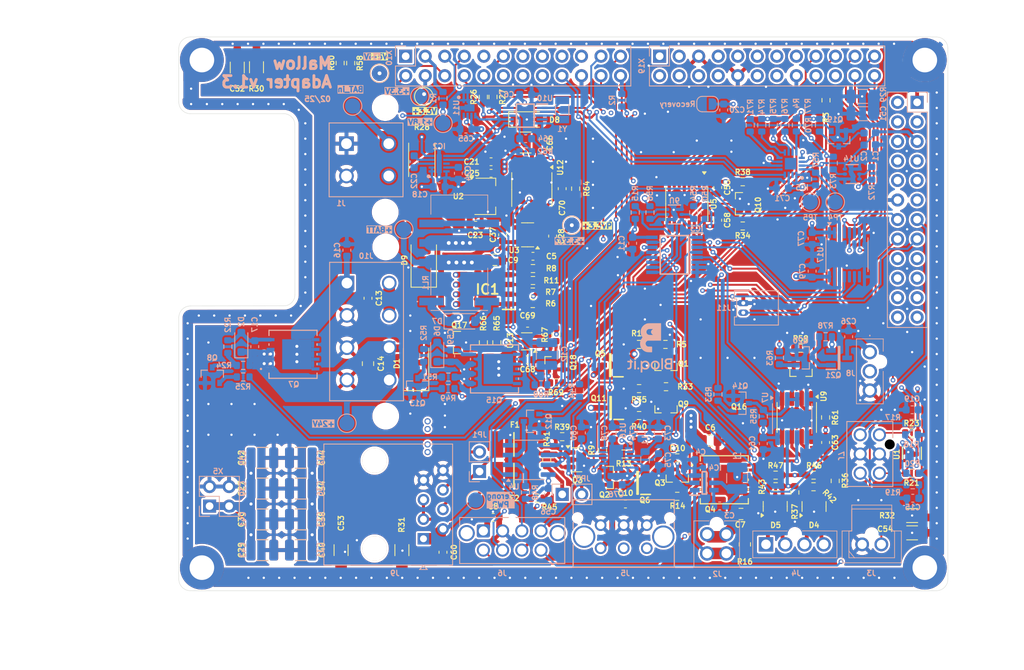
<source format=kicad_pcb>
(kicad_pcb (version 20240108) (generator "pcbnew") (generator_version "8.0")
  (layers (0 "F.Cu" signal "Top Layer") (1 "In1.Cu" power "GND Top") (2 "In2.Cu" power "Power") (31 "B.Cu" signal "Bottom Layer") (34 "B.Paste" user "Bottom Paste") (35 "F.Paste" user "Top Paste") (36 "B.SilkS" user "Bottom Overlay") (37 "F.SilkS" user "Top Overlay") (38 "B.Mask" user "Bottom Solder") (39 "F.Mask" user "Top Solder") (44 "Edge.Cuts" user))
  (net 0 "")
  (net 1 "GND")
  (net 2 "GND_CHASSIS")
  (net 3 "/Connectors/ADC2")
  (net 4 "WAKE_PIN")
  (net 5 "+5V")
  (net 6 "/Connectors/ADC1")
  (net 7 "/Connectors/+3.3V")
  (net 8 "/Connectors/i2C_1_SCL")
  (net 9 "/Connectors/i2C_1_SDA")
  (net 10 "/Connectors/ADC4")
  (net 11 "/Connectors/ADC3")
  (net 12 "UART_1_RX")
  (net 13 "UART_1_TX")
  (net 14 "UART_2_RX")
  (net 15 "UART_2_TX")
  (net 16 "/Connectors/UART_1_CTS")
  (net 17 "Net-(X10-Pin_3)")
  (net 37 "Net-(JP2-A)")
  (net 52 "+3.3VP")
  (net 53 "CTRL_WAKE")
  (net 54 "/Connectors/PRT_PWR")
  (net 55 "/Rs485/RS485_V+")
  (net 56 "Net-(D2-A)")
  (net 57 "Net-(D6-A)")
  (net 58 "Net-(C60-Pad1)")
  (net 59 "+1V8")
  (net 60 "Net-(U10-~{INT})")
  (net 61 "Net-(IC2-CFN)")
  (net 62 "Net-(IC2-CFP)")
  (net 63 "+BATT+")
  (net 64 "Net-(IC2-VREG)")
  (net 65 "+1V8_SB")
  (net 66 "Net-(D8-K)")
  (net 67 "Net-(C66-Pad1)")
  (net 68 "+24V")
  (net 69 "+12V")
  (net 70 "Net-(IC1-OUT_1)")
  (net 71 "Net-(C69-Pad1)")
  (net 72 "Net-(U16-VDD)")
  (net 73 "Net-(U16-SW)")
  (net 74 "Net-(U16-CAP)")
  (net 75 "Net-(U16-VEE)")
  (net 76 "/Rs485/RS485_A_K")
  (net 77 "/Rs485/RS485_A_2")
  (net 78 "/Rs485/RS485_B_2")
  (net 79 "/Rs485/RS485_A_1")
  (net 80 "/Rs485/RS485_B_1")
  (net 81 "Net-(D7-A)")
  (net 82 "/Rs485/T{slash}R-")
  (net 83 "/Rs485/RXD+")
  (net 84 "Net-(IC1-SEN)")
  (net 85 "Net-(IC1-SENSE)")
  (net 86 "Net-(IC1-IN)")
  (net 88 "Net-(C5-Pad1)")
  (net 89 "i2C_1_SCL_H")
  (net 90 "RS232_RX")
  (net 91 "RS232_TX")
  (net 92 "Net-(IC5-GP7)")
  (net 93 "/Connectors/BAT1_in")
  (net 94 "/Connectors/BAT2_in")
  (net 95 "/Rs485/RXD-")
  (net 97 "Net-(Q1-Pad1)")
  (net 99 "Net-(Q2-Pad1)")
  (net 100 "/UARTs/UART_2_TX_H")
  (net 101 "Net-(Q4-G)")
  (net 102 "UART_2_TX_PROG")
  (net 103 "Net-(IC5-INT)")
  (net 104 "Net-(Q5-G)")
  (net 105 "Net-(Q6-G)")
  (net 106 "Net-(Q8-Pad3)")
  (net 107 "Net-(Q8-Pad1)")
  (net 108 "Net-(Q9-Pad3)")
  (net 109 "Net-(Q10-Pad1)")
  (net 110 "Net-(Q9-Pad1)")
  (net 111 "Net-(U5-2~{OE})")
  (net 112 "Net-(Q11-G)")
  (net 113 "Net-(Q12-Pad1)")
  (net 114 "Net-(U4-DE)")
  (net 115 "Net-(Q13-Pad3)")
  (net 116 "Net-(Q13-Pad1)")
  (net 117 "Net-(U7-DE)")
  (net 118 "Net-(Q14-Pad1)")
  (net 119 "Net-(Q16-Pad1)")
  (net 120 "RS232_EN")
  (net 121 "Net-(X10-Pin_24)")
  (net 122 "/Rs485/UART_1_TX_H")
  (net 123 "/Connectors/SCANNER_EN")
  (net 124 "Kerong")
  (net 125 "/Connectors/PRT_CTRL")
  (net 126 "Net-(U9-DE)")
  (net 127 "/Connectors/SENS_EN")
  (net 128 "/Watchdog/WD{slash}INT")
  (net 129 "WD_OUT")
  (net 130 "/Connectors/DC{slash}DC_EN")
  (net 131 "A_MUX_OUT")
  (net 132 "B_MUX_OUT")
  (net 133 "Net-(Q17-Pad1)")
  (net 134 "Net-(U14-D1)")
  (net 135 "Net-(Q19-Pad1)")
  (net 136 "UART_1_CTRL")
  (net 137 "/Connectors/UART_1_RTS")
  (net 138 "/Rs485/UART_1_RX_H")
  (net 139 "/UARTs/UART_2_RX_H")
  (net 140 "Net-(R65-Pad1)")
  (net 141 "Net-(RL1-NO_1)")
  (net 142 "/Watchdog/{slash}WD_OUT")
  (net 143 "Net-(U14-G1)")
  (net 145 "/Rs485/RS485_B_K")
  (net 148 "Net-(U10-X1)")
  (net 149 "UART_2_RX_PROG")
  (net 150 "/Connectors/PWM2")
  (net 151 "/Connectors/PWM1")
  (net 152 "/Connectors/CTRL_SLEEP")
  (net 153 "/Connectors/CTRL_RESET")
  (net 154 "MOV_SENS")
  (net 155 "BUTTON")
  (net 156 "ALARM")
  (net 157 "Net-(U10-X2)")
  (net 158 "TOUCH_INT")
  (net 162 "Net-(U12-Pad1)")
  (net 163 "i2C_1_SDA_H")
  (net 164 "Net-(J7-Pin_4)")
  (net 165 "Net-(J7-Pin_6)")
  (net 166 "Net-(IC2-SENSEN)")
  (net 167 "Net-(J5-Pin_1)")
  (net 168 "Net-(J6-Pin_1)")
  (net 169 "UART_2_RX_2")
  (net 170 "Net-(IC3-A)")
  (net 171 "UART_2_TX_1")
  (net 172 "UART_2_TX_2")
  (net 173 "/UARTs/UART_2_TX_SCAN")
  (net 174 "/UARTs/UART_2_RX_SCAN")
  (net 175 "/UARTs/UART_2_RTS_H")
  (net 176 "UART_2_RX_1")
  (net 177 "Net-(IC3-B)")
  (net 178 "UART_2_RTS")
  (net 179 "Net-(U6-G1)")
  (net 180 "Net-(U6-G2)")
  (net 181 "/UARTs/UART_2_CTS_H")
  (net 182 "UART_2_CTS")
  (net 183 "Net-(IC4-BOOT)")
  (net 184 "Net-(IC4-SW)")
  (net 185 "/Connectors/Led")
  (net 186 "/Connectors/FB")
  (net 187 "Net-(IC4-DIM)")
  (net 188 "/Connectors/PROG{slash}")
  (net 189 "/Connectors/BOOT{slash}")
  (net 190 "Net-(C12-Pad1)")
  (net 191 "Net-(J8-Pin_1)")
  (net 193 "Net-(Q21-G)")
  (net 194 "Net-(Q20-Pad1)")
  (net 195 "Net-(IC5-GP3)")
  (net 196 "Net-(JP3-Pin_1)")
  (footprint "Resistor_SMD:R_1206_3216Metric" (layer "F.Cu") (at 217.001095 121.0036)
    (property "Reference" "R32")
    (property "Value" "1M")
  )
  (footprint "Package_TO_SOT_SMD:Texas_R-PDSO-G5_DCK-5" (layer "F.Cu") (at 166.901095 98.3536 180)
    (property "Reference" "U13")
    (property "Value" "SN74LVC1G125DCK")
  )
  (footprint "Resistor_SMD:R_0603_1608Metric" (layer "F.Cu") (at 173.251095 78.5036 -90)
    (property "Reference" "R64")
    (property "Value" "100k")
  )
  (footprint "Resistor_SMD:R_0603_1608Metric" (layer "F.Cu") (at 181.501095 104.5036 180)
    (property "Reference" "R35")
    (property "Value" "10k")
  )
  (footprint "Capacitor_SMD:C_0805_2012Metric" (layer "F.Cu") (at 162.751095 87.7536)
    (property "Reference" "C9")
    (property "Value" "10uF")
  )
  (footprint "Capacitor_SMD:C_0603_1608Metric" (layer "F.Cu") (at 171.501095 78.5036 90)
    (property "Reference" "C70")
    (property "Value" "100nF")
  )
  (footprint "Resistor_SMD:R_0805_2012Metric" (layer "F.Cu") (at 195.251095 124.7536 90)
    (property "Reference" "R16")
    (property "Value" "99mR")
  )
  (footprint "Capacitor_SMD:C_1206_3216Metric" (layer "F.Cu") (at 129.251095 62.7536 -90)
    (property "Reference" "C52")
    (property "Value" "1nF/2kV")
  )
  (footprint "MountingHole:MountingHole_3.2mm_M3_ISO7380_Pad_TopBottom" (layer "F.Cu") (at 218.651085 61.7786)
    (property "Reference" "H1" (hide yes))
    (property "Value" "MountingHole_Pad")
  )
  (footprint "Capacitor_SMD:C_0603_1608Metric" (layer "F.Cu") (at 170.255902 84.671818 90)
    (property "Reference" "C28")
    (property "Value" "1uF")
  )
  (footprint "Resistor_SMD:R_0603_1608Metric" (layer "F.Cu") (at 170.676076 97.504051 90)
    (property "Reference" "R67")
    (property "Value" "1M")
  )
  (footprint "Capacitor_SMD:C_0603_1608Metric" (layer "F.Cu") (at 167.001095 96.0036)
    (property "Reference" "C69")
    (property "Value" "47uF")
  )
  (footprint "Capacitor_SMD:C_1210_3225Metric" (layer "F.Cu") (at 137.526095 121.5036 180)
    (property "Reference" "C38")
    (property "Value" "47uF")
  )
  (footprint "Package_TO_SOT_SMD:SOT-23" (layer "F.Cu") (at 199.201095 119.8161 90)
    (property "Reference" "D5")
    (property "Value" "SM712_SOT23")
  )
  (footprint "Package_TO_SOT_SMD:SOT-23" (layer "F.Cu") (at 173.413595 113.7536)
    (property "Reference" "D3")
    (property "Value" "SM712_SOT23")
  )
  (footprint "Resistor_SMD:R_0603_1608Metric" (layer "F.Cu") (at 199.251095 115.7536 180)
    (property "Reference" "R47")
    (property "Value" "4.7k")
  )
  (footprint "libs:TRANS_SS8050-G" (layer "F.Cu") (at 158.011095 98.5036 180)
    (property "Reference" "Q17")
    (property "Value" "SS8050-G")
  )
  (footprint "Resistor_SMD:R_0603_1608Metric" (layer "F.Cu") (at 171.501095 110.7536 180)
    (property "Reference" "R39")
    (property "Value" "4.7k")
  )
  (footprint "libs:TRANS_SS8050-G" (layer "F.Cu") (at 170.701095 100.9936 90)
    (property "Reference" "Q18")
    (property "Value" "SS8050-G")
  )
  (footprint "TestPoint:TestPoint_Pad_D2.0mm" (layer "F.Cu") (at 147.751095 63.5036)
    (property "Reference" "TP7" (hide yes))
    (property "Value" "TestPoint")
  )
  (footprint "libs:TRANS_SS8050-G" (layer "F.Cu") (at 185.001095 101.5036 -90)
    (property "Reference" "Q1")
    (property "Value" "SS8050-G")
  )
  (footprint "Resistor_SMD:R_1206_3216Metric" (layer "F.Cu") (at 150.656095 125.5036 -90)
    (property "Reference" "R31")
    (property "Value" "1M")
  )
  (footprint "Capacitor_SMD:C_1210_3225Metric" (layer "F.Cu") (at 137.526095 117.5036 180)
    (property "Reference" "C34")
    (property "Value" "47uF")
  )
  (footprint "Resistor_SMD:R_0603_1608Metric" (layer "F.Cu") (at 142.628916 62.170834 90)
    (property "Reference" "R60")
    (property "Value" "110k")
  )
  (footprint "Capacitor_SMD:C_1210_3225Metric" (layer "F.Cu") (at 132.526095 117.5036)
    (property "Reference" "C27")
    (property "Value" "47uF")
  )
  (footprint "TestPoint:TestPoint_Pad_D2.0mm" (layer "F.Cu") (at 172.751095 83.2536)
    (property "Reference" "TP8" (hide yes))
    (property "Value" "TestPoint")
  )
  (footprint "Resistor_SMD:R_0603_1608Metric" (layer "F.Cu") (at 161.251095 66.5786 90)
    (property "Reference" "R26")
    (property "Value" "100R")
  )
  (footprint "Resistor_SMD:R_0603_1608Metric" (layer "F.Cu") (at 186.462095 113.5036)
    (property "Reference" "R10")
    (property "Value" "10k")
  )
  (footprint "Package_TO_SOT_SMD:SOT-23" (layer "F.Cu") (at 204.251095 119.833459 90)
    (property "Reference" "D4")
    (property "Value" "SM712_SOT23")
  )
  (footprint "Resistor_SMD:R_0603_1608Metric" (layer "F.Cu") (at 186.462095 118.5036 180)
    (property "Reference" "R14")
    (property "Value" "100k")
  )
  (footprint "Capacitor_SMD:C_0603_1608Metric" (layer "F.Cu") (at 162.251095 76.5036 180)
    (property "Reference" "C25")
    (property "Value" "100nF")
  )
  (footprint "libs:SOT-363_DIO" (layer "F.Cu") (at 216.976094 112.903599 90)
    (property "Reference" "U1")
    (property "Value" "DMN53D0LDW-7")
  )
  (footprint "Resistor_SMD:R_0603_1608Metric" (layer "F.Cu") (at 194.976095 83.3536)
    (property "Reference" "R34")
    (property "Value" "10k")
  )
  (footprint "Capacitor_SMD:C_0603_1608Metric" (layer "F.Cu") (at 163.751095 84.5036 90)
    (property "Reference" "C37")
    (property "Value" "1uF")
  )
  (footprint "Capacitor_SMD:C_1206_3216Metric" (layer "F.Cu") (at 142.751095 125.5036 90)
    (property "Reference" "C53")
    (property "Value" "1nF/2kV")
  )
  (footprint "Resistor_SMD:R_0603_1608Metric" (layer "F.Cu") (at 184.926095 98.7536 180)
    (property "Reference" "R5")
    (property "Value" "10k")
  )
  (footprint "TestPoint:TestPoint_Pad_D2.0mm" (layer "F.Cu") (at 153.501095 66.5036)
    (property "Reference" "TP6" (hide yes))
    (property "Value" "TestPoint")
  )
  (footprint "Resistor_SMD:R_0603_1608Metric" (layer "F.Cu") (at 167.676095 91.9436 180)
    (property "Reference" "R7")
    (property "Value" "4.7k")
  )
  (footprint "Capacitor_SMD:C_0603_1608Metric" (layer "F.Cu") (at 160.251095 83.2536)
    (property "Reference" "C23")
    (property "Value" "1uF")
  )
  (footprint "Capacitor_SMD:C_0603_1608Metric" (layer "F.Cu") (at 167.701095 87.2936 180)
    (property "Reference" "C5")
    (property "Value" "100pF")
  )
  (footprint "Resistor_SMD:R_2512_6332Metric" (layer "F.Cu") (at 153.251095 74.7536 -90)
    (property "Reference" "R28")
    (property "Value" "50mR")
  )
  (footprint "libs:TRANS_SS8050-G" (layer "F.Cu") (at 185.001095 107.0036 -90)
    (property "Reference" "Q9")
    (property "Value" "SS8050-G")
  )
  (footprint "MountingHole:MountingHole_3.2mm_M3_ISO7380_Pad_TopBottom" (layer "F.Cu") (at 218.651085 127.7786)
    (property "Reference" "H4" (hide yes))
    (property "Value" "MountingHole_Pad")
  )
  (footprint "libs:TRANS_SS8050-G" (layer "F.Cu") (at 202.551095 102.2636 -90)
    (property "Reference" "Q16")
    (property "Value" "SS8050-G")
  )
  (footprint "Resistor_SMD:R_0603_1608Metric" (layer "F.Cu") (at 168.251095 118.7536 180)
    (property "Reference" "R45")
    (property "Value" "4.7k")
  )
  (footprint "Resistor_SMD:R_0603_1608Metric" (layer "F.Cu") (at 181.501095 98.7536)
    (property "Reference" "R12")
    (property "Value" "100k")
  )
  (footprint "Diode_SMD:D_SMA" (layer "F.Cu") (at 152.501095 101.2536 90)
    (property "Reference" "D1")
    (property "Value" "SMAJ24CA")
  )
  (footprint "Capacitor_SMD:C_0603_1608Metric" (layer "F.Cu") (at 162.251095 75.0036 180)
    (property "Reference" "C21")
    (property "Value" "10uF")
  )
  (footprint "Resistor_SMD:R_0603_1608Metric" (layer "F.Cu") (at 181.501095 108.0036 180)
    (property "Reference" "R40")
    (property "Value" "100R")
  )
  (footprint "Resistor_SMD:R_0603_1608Metric" (layer "F.Cu") (at 163.001095 98.5036 -90)
    (property "Reference" "R65")
    (property "Value" "4.7k")
  )
  (footprint "Capacitor_SMD:C_1210_3225Metric" (layer "F.Cu") (at 132.526095 125.5036)
    (property "Reference" "C29")
    (property "Value" "47uF")
  )
  (footprint "Package_TO_SOT_SMD:SOT-89-3" (layer "F.Cu") (at 161.501095 79.5036)
    (property "Reference" "U2")
    (property "Value" "GM7333-SOT89-3")
  )
  (footprint "libs:FUSC4632X110N" (layer "F.Cu") (at 165.226095 111.7536 180)
    (property "Reference" "F1")
    (property "Value" "MF-MSMF010" (hide yes))
  )
  (footprint "MountingHole:MountingHole_3.2mm_M3_ISO7380_Pad_TopBottom" (layer "F.Cu") (at 124.651095 127.7786)
    (property "Reference" "H3" (hide yes))
    (property "Value" "MountingHole_Pad")
  )
  (footprint "Capacitor_SMD:C_1210_3225Metric" (layer "F.Cu") (at 166.751095 72.5036 180)
    (property "Reference" "C66")
    (property "Value" "330uF")
  )
  (footprint "libs:TRANS_SS8050-G" (layer "F.Cu") (at 177.511095 116.0536)
    (property "Reference" "Q2")
    (property "Value" "SS8050-G")
  )
  (footprint "Capacitor_SMD:C_1210_3225Metric" (layer "F.Cu") (at 132.526095 121.5036)
    (property "Reference" "C30")
    (property "Value" "47uF")
  )
  (footprint "Capacitor_SMD:C_0805_2012Metric" (layer "F.Cu") (at 146.251095 101.2536 -90)
    (property "Reference" "C14")
    (property "Value" "1uF")
  )
  (footprint "Resistor_SMD:R_0603_1608Metric" (layer "F.Cu") (at 185.001095 104.2536 180)
    (property "Reference" "R33")
    (property "Value" "1k")
  )
  (footprint "Resistor_SMD:R_0603_1608Metric" (layer "F.Cu") (at 204.17941 117.262269 180)
    (property "Reference" "R42")
    (property "Value" "120R")
  )
  (footprint "Resistor_SMD:R_0603_1608Metric" (layer "F.Cu") (at 169.484193 113.772257 -90)
    (property "Reference" "R41")
    (property "Value" "120R")
  )
  (footprint "libs:SOT96P237X111-3N" (layer "F.Cu") (at 181.301095 116.7536 180)
    (property "Reference" "Q6")
    (property "Value" "NTR4502PT1G" (hide yes))
  )
  (footprint "libs:TRANS_SS8050-G" (layer "F.Cu") (at 186.462095 116.017263 -90)
    (property "Reference" "Q3")
    (property "Value" "SS8050-G")
  )
  (footprint "Capacitor_SMD:C_1206_3216Metric" (layer "F.Cu") (at 217.001095 123.2536 180)
    (property "Reference" "C54")
    (property "Value" "1nF/2kV")
  )
  (footprint "Resistor_SMD:R_0603_1608Metric" (layer "F.Cu") (at 161.251095 98.5036 90)
    (property "Reference" "R66")
    (property "Value" "4.7k")
  )
  (footprint "Capacitor_SMD:C_0603_1608Metric" (layer "F.Cu") (at 205.751095 111.5036 -90)
    (property "Reference" "C63")
    (property "Value" "100nF")
  )
  (footprint "libs:SOT96P237X111-3N" (layer "F.Cu") (at 177.801095 107.0036 180)
    (property "Reference" "Q11")
    (property "Value" "NTR4502PT" (hide yes))
  )
  (footprint "Capacitor_SMD:C_0603_1608Metric" (layer "F.Cu") (at 179.726095 119.5036)
    (property "Reference" "C10")
    (property "Value" "1uF")
  )
  (footprint "Capacitor_SMD:C_1210_3225Metric" (layer "F.Cu") (at 137.526095 113.5036 180)
    (property "Reference" "C44")
    (property "Value" "47uF")
  )
  (footprint "Capacitor_SMD:C_0603_1608Metric" (layer "F.Cu") (at 146.251095 92.7536 -90)
    (property "Reference" "C13")
    (property "Value" "1nF")
  )
  (footprint "Capacitor_SMD:C_0805_2012Metric" (layer "F.Cu") (at 194.751095 120.8036)
    (property "Reference" "C7")
    (property "Value" "10uF")
  )
  (footprint "Resistor_SMD:R_0603_1608Metric" (layer "F.Cu") (at 207.001095 116.5036 90)
    (property "Reference" "R36")
    (property "Value" "4.7k")
  )
  (footprint "Resistor_SMD:R_0603_1608Metric" (layer "F.Cu") (at 144.001095 62.1786 -90)
    (property "Reference" "R58")
    (property "Value" "240k")
  )
  (footprint "Capacitor_SMD:C_0603_1608Metric" (layer "F.Cu") (at 191.726095 78.3536 -90)
    (property "Reference" "C55")
    (property "Value" "100nF")
  )
  (footprint "Capacitor_SMD:C_0603_1608Metric" (layer "F.Cu") (at 191.726095 82.6036 90)
    (property "Reference" "C58")
    (property "Value" "100nF")
  )
  (footprint "Resistor_SMD:R_0603_1608Metric" (layer "F.Cu") (at 205.751095 108.2536 -90)
    (property "Reference" "R61")
    (property "Value" "4.7k")
  )
  (footprint "Resistor_SMD:R_0603_1608Metric" (layer "F.Cu") (at 167.701095 90.4436 180)
    (property "Reference" "R11")
    (property "Value" "1k")
  )
  (footprint "Resistor_SMD:R_0603_1608Metric" (layer "F.Cu") (at 162.501095 66.5786 90)
    (property "Reference" "R27")
    (property "Value" "100R")
  )
  (footprint "Resistor_SMD:R_0603_1608Metric" (layer "F.Cu") (at 201.751095 118.0036 -90)
    (property "Reference" "R37")
    (property "Value" "4.7k")
  )
  (footprint "libs:SOIC127P600X100-9N" (layer "F.Cu") (at 161.789095 91.5986 180)
    (property "Reference" "IC1")
    (property "Value" "BV1HB045EFJ-CE2" (hide yes))
  )
  (footprint "Capacitor_SMD:C_0603_1608Metric" (layer "F.Cu") (at 166.976095 100.7536)
    (property "Reference" "C68")
    (property "Value" "100nF")
  )
  (footprint "Resistor_SMD:R_0603_1608Metric" (layer "F.Cu") (at 199.251095 117.2536 180)
    (property "Reference" "R43")
    (property "Value" "120R")
  )
  (footprint "Capacitor_SMD:C_0603_1608Metric" (layer "F.Cu") (at 162.526095 121.2536)
    (property "Reference" "C8")
    (property "Value" "1uF")
  )
  (footprint "Resistor_SMD:R_0603_1608Metric" (layer "F.Cu") (at 194.976095 77.6036 180)
    (property "Reference" "R38")
    (property "Value" "100k")
  )
  (footprint "Resistor_SMD:R_0603_1608Metric" (layer "F.Cu") (at 204.188503 115.752859)
    (property "Reference" "R46")
    (property "Value" "4.7k")
  )
  (footprint "Capacitor_SMD:C_0805_2012Metric" (layer "F.Cu") (at 190.751095 111.2536)
    (property "Reference" "C6")
    (property "Value" "10uF")
  )
  (footprint "Resistor_SMD:R_1206_3216Metric" (layer "F.Cu") (at 131.751095 62.7161 90)
    (property "Reference" "R30")
    (property "Value" "1M")
  )
  (footprint "Capacitor_SMD:C_1210_3225Metric" (layer "F.Cu") (at 132.526095 113.5036)
    (property "Reference" "C42")
    (property "Value" "47uF")
  )
  (footprint "Capacitor_SMD:C_1210_3225Metric" (layer "F.Cu") (at 137.526095 125.5036 180)
    (property "Reference" "C40")
    (property "Value" "47uF")
  )
  (footprint "libs:SOT96P237X111-3N" (layer "F.Cu") (at 177.751095 101.4586 180)
    (property "Reference" "Q5")
    (property "Value" "NTR4502PT1G" (hide yes))
  )
  (footprint "Package_SO:SOIC-8_3.9x4.9mm_P1.27mm" (layer "F.Cu") (at 202.001095 108.2536 -90)
    (property "Reference" "U9")
    (property "Value" "MAX487EESA")
  )
  (footprint "Diode_SMD:D_SOD-123" (layer "F.Cu") (at 166.901095 69.5036)
    (property "Reference" "D8")
    (property "Value" "1n4148W")
  )
  (footprint "Package_SO:TSSOP-16_4.4x5mm_P0.65mm" (layer "F.Cu") (at 187.701095 80.4911 -90)
    (property "Reference" "U5")
    (property "Value" "SN74AVC4T245PW")
  )
  (footprint "MountingHole:MountingHole_3.2mm_M3_ISO7380_Pad_TopBottom" (layer "F.Cu") (at 124.651095 61.7786)
    (property "Reference" "H2" (hide yes))
    (property "Value" "MountingHole_Pad")
  )
  (footprint "Resistor_SMD:R_0603_1608Metric" (layer "F.Cu") (at 167.676095 93.4436 180)
    (property "Reference" "R6")
    (property "Value" "0R")
  )
  (footprint "Diode_SMD:D_SMA" (layer "F.Cu") (at 153.501095 87.8036 90)
    (property "Reference" "D9")
    (property "Value" "SMAJ14CA")
  )
  (footprint "libs:FUSC4632X110N" (layer "F.Cu") (at 165.226095 115.7536 180)
    (property "Reference" "F2")
    (property "Value" "MF-MSMF010" (hide yes))
  )
  (footprint "Package_SO:TSSOP-14_4.4x5mm_P0.65mm" (layer "F.Cu") (at 167.551095 78.6161 -90)
    (property "Reference" "U12")
    (property "Value" "74HCS00")
  )
  (footprint "libs:TRANS_SS8050-G" (layer "F.Cu") (at 194.673119 80.461557 180)
    (property "Reference" "Q10")
    (property "Value" "SS8050-G")
  )
  (footprint "Resistor_SMD:R_0603_1608Metric" (layer "F.Cu") (at 170.751095 103.7536)
    (property "Reference" "R69")
    (property "Value" "4.7k")
  )
  (footprint "Resistor_SMD:R_0603_1608Metric" (layer "F.Cu") (at 205.801095 67.0036 90)
    (property "Reference" "R3")
    (property "Value" "100R")
  )
  (footprint "Resistor_SMD:R_0603_1608Metric" (layer "F.Cu") (at 167.701095 88.8936 180)
    (property "Reference" "R8")
    (property "Value" "10k")
  )
  (footprint "Package_TO_SOT_SMD:SOT-23-5" (layer "F.Cu") (at 167.001095 84.5036 180)
    (property "Reference" "U3")
    (property "Value" "TLV73318PDBV")
  )
  (footprint "Resistor_SMD:R_0603_1608Metric" (layer "F.Cu") (at 179.501095 113.0036 180)
    (property "Reference" "R13")
    (property "Value" "100k")
  )
  (footprint "libs:MOSFET_65DP-T1-E3_VIS" (layer "F.Cu") (at 192.580095 116.3536)
    (property "Reference" "Q4")
    (property "Value" "SI7463DP-T1-E3")
  )
  (footprint "Resistor_SMD:R_0603_1608Metric" (layer "F.Cu") (at 176.751095 112.5036 90)
    (property "Reference" "R9")
    (property "Value" "10k")
  )
  (footprint "Resistor_SMD:R_0603_1608Metric" (layer "F.Cu") (at 216.926095 115.5036 180)
    (property "Reference" "R21")
    (property "Value" "100k")
  )
  (footprint "Resistor_SMD:R_0603_1608Metric" (layer "F.Cu") (at 202.501095 99.2536 180)
    (property "Reference" "R59")
    (property "Value" "1k")
  )
  (footprint "Capacitor_SMD:C_0603_1608Metric" (layer "F.Cu") (at 156.001095 125.7786 -90)
    (property "Reference" "C60")
    (property "Value" "1uF")
  )
  (footprint "Resistor_SMD:R_0603_1608Metric" (layer "F.Cu") (at 216.926095 110.2536 180)
    (property "Reference" "R23")
    (property "Value" "100k")
  )
  (footprint "Package_SO:SOIC-8_3.9x4.9mm_P1.27mm" (layer "B.Cu") (at 201.401095 108.4036 -90)
    (property "Reference" "U7")
    (property "Value" "MAX487EESA")
  )
  (footprint "Capacitor_SMD:C_0603_1608Metric" (layer "B.Cu") (at 158.001095 76.5036 -90)
    (property "Reference" "C24")
    (property "Value" "1uF")
  )
  (footprint "libs:QFN50P300X300X90-17N-D" (layer "B.Cu") (at 201.201095 75.2536 90)
    (property "Reference" "IC5")
    (property "Value" "MCP23009-E_MG" (hide yes))
  )
  (footprint "TestPoint:TestPoint_Pad_D2.0mm" (layer "B.Cu") (at 203.751095 80.2536 180)
    (property "Reference" "TP5")
    (property "Value" "TestPoint")
  )
  (footprint "Capacitor_SMD:C_1210_3225Metric" (layer "B.Cu") (at 137.513591 113.5036 180)
    (property "Reference" "C32")
    (property "Value" "47uF")
  )
  (footprint "Jumper:SolderJumper-2_P1.3mm_Open_RoundedPad1.0x1.5mm" (layer "B.Cu") (at 190.401095 67.5036 180)
    (property "Reference" "JP2" (hide yes))
    (property "Value" "Recovery")
  )
  (footprint "Resistor_SMD:R_0603_1608Metric" (layer "B.Cu") (at 205.751095 97.7536 180)
    (property "Reference" "R78")
    (property "Value" "100k")
  )
  (footprint "Resistor_SMD:R_0603_1608Metric" (layer "B.Cu") (at 216.926095 109.0036)
    (property "Reference" "R17")
    (property "Value" "240k")
  )
  (footprint "libs:CON_430450624_MOL" (layer "B.Cu") (at 176.501097 125.253599 180)
    (property "Reference" "J5")
    (property "Value" "Scanner")
  )
  (footprint "libs:MOSFET_65DP-T1-E3_VIS" (layer "B.Cu") (at 136.501095 100.039418)
    (property "Reference" "Q7")
    (property "Value" "SI7463DP-T1-E3")
  )
  (footprint "Capacitor_SMD:C_0603_1608Metric" (layer "B.Cu") (at 178.001095 110.2536 90)
    (property "Reference" "C78")
    (property "Value" "1uF")
  )
  (footprint "TestPoint:TestPoint_Pad_D2.0mm" (layer "B.Cu") (at 150.901095 83.8036 180)
    (property "Reference" "TP3" (hide yes))
    (property "Value" "TestPoint")
  )
  (footprint "TestPoint:TestPoint_Pad_D2.0mm" (layer "B.Cu") (at 172.751095 83.2536 180)
    (property "Reference" "TP13" (hide yes))
    (property "Value" "TestPoint" (hide yes))
  )
  (footprint "libs:1053091204" (layer "B.Cu") (at 198.001095 124.7536)
    (property "Reference" "J4")
    (property "Value" "BAT_COM" (hide yes))
  )
  (footprint "libs:MAX5393__SON50P200X200X80-9N-D" (layer "B.Cu") (at 159.451095 68.0036 -90)
    (property "Reference" "U11")
    (property "Value" "MAX5395NATA+T" (hide yes))
  )
  (footprint "Resistor_SMD:R_0603_1608Metric" (layer "B.Cu") (at 198.951095 70.2536 -90)
    (property "Reference" "R75")
    (property "Value" "10k")
  )
  (footprint "libs:1053091202" (layer "B.Cu") (at 210.501095 124.7536)
    (property "Reference" "J3")
    (property "Value" "Alarm" (hide yes))
  )
  (footprint "Connector_PinHeader_2.54mm:PinHeader_1x02_P2.54mm_Vertical" (layer "B.Cu") (at 171.501095 118.2536 -90)
    (property "Reference" "JP3")
    (property "Value" "Conn_01x02")
  )
  (footprint "libs:TRANS_SS8050-G" (layer "B.Cu") (at 152.701095 104.1536 90)
    (property "Reference" "Q13")
    (property "Value" "SS8050-G")
  )
  (footprint "Capacitor_SMD:C_1210_3225Metric" (layer "B.Cu") (at 137.513591 125.5036 180)
    (property "Reference" "C31")
    (property "Value" "47uF")
  )
  (footprint "Connector_PinHeader_2.54mm:PinHeader_2x12_P2.54mm_Vertical" (layer "B.Cu") (at 184.171094 61.278628 -90)
    (property "Reference" "X19")
    (property "Value" "Conn_02x12_Odd_Even")
  )
  (footprint "Resistor_SMD:R_0603_1608Metric" (layer "B.Cu") (at 182.913096 81.6036 90)
    (property "Reference" "R56")
    (property "Value" "10k")
  )
  (footprint "Capacitor_SMD:C_0603_1608Metric" (layer "B.Cu") (at 217.001095 107.2536 180)
    (property "Reference" "C19")
    (property "Value" "1nF")
  )
  (footprint "Capacitor_SMD:C_1206_3216Metric" (layer "B.Cu") (at 210.526095 68.7536 180)
    (property "Reference" "C51")
    (property "Value" "1nF/2kV")
  )
  (footprint "Resistor_SMD:R_0603_1608Metric" (layer "B.Cu") (at 181.001095 81.6036 90)
    (property "Reference" "R15")
    (property "Value" "100k")
  )
  (footprint "Capacitor_SMD:C_1210_3225Metric" (layer "B.Cu") (at 169.501095 100.0036 90)
    (property "Reference" "C12")
    (property "Value" "330uF")
  )
  (footprint "libs:1053091203" (layer "B.Cu") (at 211.501095 99.7536 -90)
    (property "Reference" "J8")
    (property "Value" "Conn_01x03" (hide yes))
  )
  (footprint "Resistor_SMD:R_0603_1608Metric" (layer "B.Cu") (at 195.951095 70.2536 -90)
    (property "Reference" "R71")
    (property "Value" "10k")
  )
  (footprint "Capacitor_SMD:C_0603_1608Metric" (layer "B.Cu") (at 191.976095 119.7536)
    (property "Reference" "C3")
    (property "Value" "100nF")
  )
  (footprint "Resistor_SMD:R_1206_3216Metric" (layer "B.Cu") (at 210.501095 66.5036)
    (property "Reference" "R29")
    (property "Value" "1M")
  )
  (footprint "Package_SO:TSSOP-16_4.4x5mm_P0.65mm" (layer "B.Cu") (at 208.526095 87.0911 -90)
    (property "Reference" "U17")
    (property "Value" "SN74AVC4T245PW")
  )
  (footprint "Connector_RJ:RJ45_OST_PJ012-8P8CX_Vertical" (layer "B.Cu") (at 153.461095 124.0236 90)
    (property "Reference" "J9")
    (property "Value" "RJ45")
  )
  (footprint "Resistor_SMD:R_0603_1608Metric" (layer "B.Cu") (at 168.751095 104.0036 180)
    (property "Reference" "R68")
    (property "Value" "4.7k")
  )
  (footprint "Capacitor_SMD:C_0603_1608Metric" (layer "B.Cu") (at 166.751095 72.0036)
    (property "Reference" "C64")
    (property "Value" "10nF")
  )
  (footprint "Resistor_SMD:R_0603_1608Metric" (layer "B.Cu") (at 199.751095 100.5036 90)
    (property "Reference" "R63")
    (property "Value" "10k")
  )
  (footprint "TestPoint:TestPoint_Pad_D2.0mm" (layer "B.Cu") (at 143.501095 109.0036 180)
    (property "Reference" "TP11" (hide yes))
    (property "Value" "TestPoint")
  )
  (footprint "libs:SOT96P237X111-3N" (layer "B.Cu") (at 207.501095 100.5036)
    (property "Reference" "Q21")
    (property "Value" "NTR4502PT1G" (hide yes))
  )
  (footprint "Capacitor_SMD:C_0603_1608Metric" (layer "B.Cu") (at 143.501095 86.5036 90)
    (property "Reference" "C16")
    (property "Value" "1uF")
  )
  (footprint "Inductor_SMD:L_1210_3225Metric" (layer "B.Cu") (at 194.251095 116.1536 90)
    (property "Reference" "L2")
    (property "Value" "3.3uH")
  )
  (footprint "libs:46015-04" (layer "B.Cu") (at 143.451095 72.6536 90)
    (property "Reference" "J1")
    (property "Value" "BAT Input" (hide yes))
  )
  (footprint "Resistor_SMD:R_0603_1608Metric" (layer "B.Cu") (at 203.451095 70.2536 -90)
    (property "Reference" "R77")
    (property "Value" "10k")
  )
  (footprint "Capacitor_SMD:C_0603_1608Metric" (layer "B.Cu") (at 184.001095 110.2536 90)
    (property "Reference" "C73")
    (property "Value" "1uF")
  )
  (footprint "Resistor_SMD:R_0603_1608Metric" (layer "B.Cu") (at 188.601096 81.6036 90)
    (property "Reference" "R54")
    (property "Value" "10k")
  )
  (footprint "Resistor_SMD:R_0603_1608Metric" (layer "B.Cu") (at 179.251095 67.0036 90)
    (property "Reference" "R2")
    (property "Value" "100R")
  )
  (footprint "Resistor_SMD:R_0603_1608Metric" (layer "B.Cu") (at 130.026095 101.4836 180)
    (property "Reference" "R24")
    (property "Value" "100k")
  )
  (footprint "libs:SOT-363_DIO" (layer "B.Cu") (at 209.201096 76.603601 180)
    (property "Reference" "U14")
    (property "Value" "DMN53D0LDW-7")
  )
  (footprint "Resistor_SMD:R_0603_1608Metric" (layer "B.Cu") (at 166.726095 118.0036 -90)
    (property "Reference" "R48")
    (property "Value" "4.7k")
  )
  (footprint "Resistor_SMD:R_0603_1608Metric" (layer "B.Cu") (at 211.751095 76.5036 90)
    (property "Reference" "R72")
    (property "Value" "100k")
  )
  (footprint "Crystal:Crystal_SMD_3215-2Pin_3.2x1.5mm" (layer "B.Cu") (at 171.501095 68.2536 -90)
    (property "Reference" "Y1")
    (property "Value" "Crystal_Small")
  )
  (footprint "Capacitor_SMD:C_0603_1608Metric" (layer "B.Cu") (at 204.001095 89.2286 90)
    (property "Reference" "C79")
    (property "Value" "100nF")
  )
  (footprint "libs:CON_1053122108" (layer "B.Cu") (at 161.251095 123.0036)
    (property "Reference" "J6")
    (property "Value" "Mov Sensor")
  )
  (footprint "Connector_PinHeader_2.54mm:PinHeader_2x12_P2.54mm_Vertical" (layer "B.Cu") (at 151.151095 61.2786 -90)
    (property "Reference" "X10")
    (property "Value" "Conn_02x12_Odd_Even")
  )
  (footprint "Capacitor_SMD:C_0603_1608Metric" (layer "B.Cu") (at 155.501095 78.2536)
    (property "Reference" "C18")
    (property "Value" "100nF")
  )
  (footprint "Resistor_SMD:R_0603_1608Metric" (layer "B.Cu") (at 204.951095 70.2536 -90)
    (property "Reference" "R70")
    (property "Value" "10k")
  )
  (footprint "Capacitor_SMD:C_0603_1608Metric" (layer "B.Cu") (at 217.086812 118.7536 180)
    (property "Reference" "C15")
    (property "Value" "1nF")
  )
  (footprint "Resistor_SMD:R_0603_1608Metric" (layer "B.Cu") (at 204.451095 77.2536 90)
    (property "Reference" "R57")
    (property "Value" "10k")
  )
  (footprint "Symbol:BLOQit_logo" (layer "B.Cu") (at 183.001095 99.2536 180)
    (property "Reference" "G***" (hide yes))
    (property "Value" "LOGO" (hide yes))
  )
  (footprint "libs:MOSFET_65DP-T1-E3_VIS" (layer "B.Cu") (at 162.699095 101.9412)
    (property "Reference" "Q15")
    (property "Value" "SI7463DP-T1-E3")
  )
  (footprint "Diode_SMD:D_SOD-323_HandSoldering" (layer "B.Cu") (at 155.251095 99.7536 90)
    (property "Reference" "D6")
    (property "Value" "10V")
  )
  (footprint "Capacitor_SMD:C_1210_3225Metric" (layer "B.Cu") (at 132.513591 117.5036)
    (property "Reference" "C39")
    (property "Value" "47uF")
  )
  (footprint "Capacitor_SMD:C_0603_1608Metric" (layer "B.Cu") (at 157.001095 100.2536 90)
    (property "Reference" "C59")
    (property "Value" "10nF")
  )
  (footprint "libs:46015-08_03,07,09_" (layer "B.Cu") (at 143.513596 90.7786 90)
    (property "Reference" "J10")
    (property "Value" "46015-0803" (hide yes))
  )
  (footprint "TestPoint:TestPoint_Pad_D2.0mm" (layer "B.Cu") (at 207.001095 80.2536 180)
    (property "Reference" "TP4")
    (property "Value" "(SafeShutdown Signal)")
  )
  (footprint "libs:LTC2802__SON50P300X400X80-13N-D" (layer "B.Cu") (at 178.526095 113.5036 180)
    (property "Reference" "U16")
    (property "Value" "LTC2802IDE#PBF" (hide yes))
  )
  (footprint "TestPoint:TestPoint_Pad_D2.0mm" (layer "B.Cu") (at 156.001095 70.0036 180)
    (property "Reference" "TP12" (hide yes))
    (property "Value" "TestPoint")
  )
  (footprint "libs:SON50P200X300X80-11N-D" (layer "B.Cu") (at 155.501095 75.2536)
    (property "Reference" "IC2")
    (property "Value" "LTC2959" (hide yes))
  )
  (footprint "libs:SOP65P640X120-16N" (layer "B.Cu") (at 186.101096 87.1036 180)
    (property "Reference" "IC3")
    (property "Value" "SN74LV4052APWR" (hide yes))
  )
  (footprint "libs:TRANS_SS8050-G" (layer "B.Cu") (at 167.511095 108.7536 180)
    (property "Reference" "Q12")
    (property "Value" "SS8050-G")
  )
  (footprint "Capacitor_SMD:C_0603_1608Metric" (layer "B.Cu") (at 178.526095 117.0036 180)
    (property "Reference" "C76")
    (property "Value" "220nF")
  )
  (footprint "Resistor_SMD:R_0603_1608Metric" (layer "B.Cu") (at 130.026095 102.9836)
    (property "Reference" "R25")
    (property "Value" "10k")
  )
  (footprint "Resistor_SMD:R_0603_1608Metric" (layer "B.Cu") (at 156.701095 103.0036 180)
    (property "Reference" "R51")
    (property "Value" "100k")
  )
  (footprint "Resistor_SMD:R_0603_1608Metric" (layer "B.Cu") (at 197.451095 70.2536 -90)
    (property "Reference" "R74")
    (property "Value" "10k")
  )
  (footprint "Capacitor_SMD:C_0603_1608Metric" (layer "B.Cu") (at 181.751095 110.2536 90)
    (property "Reference" "C74")
    (property "Value" "100nF")
  )
  (footprint "libs:1053101104" (layer "B.Cu") (at 190.341095 123.4336 180)
    (property "Reference" "J2")
    (property "Value" "Ext. LED" (hide yes))
  )
  (footprint "Resistor_SMD:R_0603_1608Metric" (layer "B.Cu") (at 197.651095 108.1036 -90)
    (property "Reference" "R55")
    (property "Value" "4.7k")
  )
  (footprint "Resistor_SMD:R_0603_1608Metric" (layer "B.Cu") (at 190.101096 81.6036 -90)
    (property "Reference" "R50")
    (property "Value" "100k")
  )
  (footprint "Capacitor_SMD:C_0603_1608Metric" (layer "B.Cu") (at 197.651095 111.6536 -90)
    (property "Reference" "C61")
    (property "Value" "100nF")
  )
  (footprint "libs:SOT-363_DIO" (layer "B.Cu") (at 186.101096 81.8536)
    (property "Reference" "U6")
    (property "Value" "DMN53D0LDW-7")
  )
  (footprint "Connector_PinHeader_2.54mm:PinHeader_2x02_P2.54mm_Vertical" (layer "B.Cu") (at 125.651123 119.778596)
    (property "Reference" "X5")
    (property "Value" "Mallow PWR")
  )
  (footprint "Resistor_SMD:R_0603_1608Metric" (layer "B.Cu") (at 217.076095 115.5036 180)
    (property "Reference" "R20")
    (property "Value" "32k")
  )
  (footprint "libs:TRANS_SS8050-G" (layer "B.Cu") (at 194.752032 106.398005)
    (property "Reference" "Q14")
    (property "Value" "SS8050-G")
  )
  (footprint "Capacitor_SMD:C_0603_1608Metric" (layer "B.Cu") (at 180.663096 85.6036 -90)
    (property "Reference" "C11")
    (property "Value" "100nF")
  )
  (footprint "libs:TX2SA12V" (layer "B.Cu") (at 158.121095 86.8336 90)
    (property "Reference" "RL1")
    (property "Value" "HFD3/012" (hide yes))
  )
  (footprint "Capacitor_SMD:C_1210_3225Metric" (layer "B.Cu") (at 132.513591 125.5036)
    (property "Reference" "C43")
    (property "Value" "47uF")
  )
  (footprint "TestPoint:TestPoint_Pad_D2.0mm" (layer "B.Cu") (at 144.251095 67.7536 180)
    (property "Reference" "TP1" (hide yes))
    (property "Value" "TestPoint")
  )
  (footprint "Resistor_SMD:R_0603_1608Metric" (layer "B.Cu") (at 166.757572 73.712849 180)
    (property "Reference" "R62")
    (property "Value" "10k")
  )
  (footprint "Resistor_SMD:R_0603_1608Metric" (layer "B.Cu") (at 216.926095 110.5036)
    (property "Reference" "R18")
    (property "Value" "32k")
  )
  (footprint "Resistor_SMD:R_0603_1608Metric" (layer "B.Cu") (at 200.451095 70.2536 -90)
    (property "Reference" "R76")
    (property "Value" "10k")
  )
  (footprint "Resistor_SMD:R_0603_1608Metric" (layer "B.Cu") (at 153.501095 100.1786 90)
    (property "Reference" "R52")
    (property "Value" "100k")
  )
  (footprint "Capacitor_SMD:C_1210_3225Metric" (layer "B.Cu") (at 132.513591 121.5036)
    (property "Reference" "C41")
    (property "Value" "47uF")
  )
  (footprint "Diode_SMD:D_SOD-123" (layer "B.Cu") (at 158.501095 95.7536)
    (property "Reference" "D7")
    (property "Value" "1n4148W")
  )
  (footprint "Capacitor_SMD:C_0603_1608Metric" (layer "B.Cu") (at 204.001095 84.9786 -90)
    (property "Reference" "C77")
    (property "Value" "100nF")
  )
  (footprint "Capacitor_SMD:C_0603_1608Metric" (layer "B.Cu") (at 169.726095 118.2536 -90)
    (property "Reference" "C56")
    (property "Value" "100nF")
  )
  (footprint "Resistor_SMD:R_0603_1608Metric" (layer "B.Cu") (at 156.676095 104.5036 180)
    (property "Reference" "R49")
    (property "Value" "10k")
  )
  (footprint "Capacitor_SMD:C_1210_3225Metric" (layer "B.Cu") (at 137.513591 121.5036 180)
    (property "Reference" "C33")
    (property "Value" "47uF")
  )
  (footprint "Resistor_SMD:R_0603_1608Metric" (layer "B.Cu") (at 128.026095 99.044418 90)
    (property "Reference" "R22")
    (property "Value" "100k")
  )
  (footprint "Resistor_SMD:R_0603_1608Metric" (layer "B.Cu") (at 217.076095 117.0036 180)
    (property "Reference" "R19")
    (property "Value" "240k")
  )
  (footprint "Diode_SMD:D_SOD-323_HandSoldering" (layer "B.Cu") (at 129.776095 98.4836 90)
    (property "Reference" "D2")
    (property "Value" "10V")
  )
  (footprint "Capacitor_SMD:C_0603_1608Metric" (layer "B.Cu") (at 158.976095 70.7536 180)
    (property "Reference" "C65")
    (property "Value" "100nF")
  )
  (footprint "Capacitor_SMD:C_0603_1608Metric" (layer "B.Cu") (at 200.128566 78.448198 180)
    (property "Reference" "C71")
    (property "Value" "100nF")
  )
  (footprint "Connector_PinHeader_2.54mm:PinHeader_2x12_P2.54mm_Vertical" (layer "B.Cu") (at 217.651087 67.278624 180)
    (property "Reference" "X16" (hide yes))
    (property "Value" "Conn_02x12_Odd_Even")
  )
  (footprint "Capacitor_SMD:C_0603_1608Metric" (layer "B.Cu") (at 152.251095 75.0036 90)
    (property "Reference" "C22")
    (property "Value" "470nF")
  )
  (footprint "Capacitor_SMD:C_0603_1608Metric" (layer "B.Cu") (at 131.526095 99.044418 90)
    (property "Reference" "C17")
    (property "Value" "10nF")
  )
  (footprint "Capacitor_SMD:C_0603_1608Metric" (layer "B.Cu") (at 189.526095 113.7536 180)
    (property "Reference" "C4")
    (property "Value" "100nF")
  )
  (footprint "Capacitor_SMD:C_1210_3225Metric" (layer "B.Cu") (at 132.513591 113.5036)
    (property "Reference" "C35")
    (property "Value" "47uF")
  )
  (footprint "Resistor_SMD:R_0603_1608Metric" (layer "B.Cu") (at 173.751095 104.7536 90)
    (property "Reference" "R44")
    (property "Value" "1k")
  )
  (footprint "libs:CON_1053101106" (layer "B.Cu") (at 212.751095 110.5036 90)
    (property "Reference" "J7")
    (property "Value" "BATs_ADC")
  )
  (footprint "Package_SO:SOIC-8_3.9x4.9mm_P1.27mm" (layer "B.Cu") (at 167.209193 113.772257)
    (property "Reference" "U4")
    (property "Value" "MAX487EESA")
  )
  (footprint "libs:SOT95P280X110-6N" (layer "B.Cu") (at 189.976095 116.7536)
    (property "Reference" "IC4")
    (property "Value" "TPS92200D2DDCR" (hide yes))
  )
  (footprint "Inductor_SMD:L_0805_2012Metric" (layer "B.Cu") (at 182.276095 113.7536 90)
    (property "Reference" "L1")
    (property "Value" "2.2uH")
  )
  (footprint "Capacitor_SMD:C_0603_1608Metric" (layer "B.Cu") (at 192.501095 68.2786 -90)
    (property "Reference" "C20")
    (property "Value" "1nF")
  )
  (footprint "Capacitor_SMD:C_0603_1608Metric" (layer "B.Cu") (at 210.751095 72.0536 90)
    (property "Reference" "C2")
    (property "Value" "470nF")
  )
  (footprint "TestPoint:TestPoint_Pad_D2.0mm" (layer "B.Cu") (at 147.751095 63.5036 180)
    (property "Reference" "TP9" (hide yes))
    (property "Value" "TestPoint")
  )
  (footprint "Capacitor_SMD:C_0603_1608Metric" (layer "B.Cu") (at 166.751095 66.2536)
    (property "Reference" "C67")
    (property "Value" "100nF")
  )
  (footprint "TestPoint:TestPoint_Pad_D2.0mm" (layer "B.Cu") (at 160.251095 119.0036 180)
    (property "Reference" "TP2" (hide yes))
    (property "Value" "TestPoint")
  )
  (footprint "Resistor_SMD:R_0603_1608Metric" (layer "B.Cu") (at 201.951095 70.2286 90)
    (property "Reference" "R4")
    (property "Value" "4,7K")
  )
  (footprint "Capacitor_SMD:C_0603_1608Metric" (layer "B.Cu") (at 174.001095 110.2536 90)
    (property "Reference" "C80")
    (property "Value" "220nF")
  )
  (footprint "Connector_Molex:Molex_PicoBlade_53048-0210_1x02_P1.25mm_Horizontal" (layer "B.Cu") (at 195.051095 93.3786 -90)
    (property "Reference" "J11")
    (property "Value" "Touch")
  )
  (footprint "libs:TRANS_SS8050-G" (layer "B.Cu") (at 207.451095 72.0036 -90)
    (property "Reference" "Q19")
    (property "Value" "SS8050-G")
  )
  (footprint "Resistor_SMD:R_0603_1608Metric" (layer "B.Cu") (at 206.751095 75.1786 -90)
    (property "Reference" "R73")
    (property "Value" "100k")
  )
  (footprint "libs:SOP50P490X110-10N" (layer "B.Cu") (at 166.701095 69.0036 180)
    (property "Reference" "U10")
    (property "Value" "DS1374U-18" (hide yes))
  )
  (footprint "Capacitor_SMD:C_0603_1608Metric" (layer "B.Cu") (at 212.251095 72.0036 -90)
    (property "Reference" "C1")
    (property "Value" "10nF")
  )
  (footprint "Resistor_SMD:R_0603_1608Metric" (layer "B.Cu") (at 191.751095 105.2536 90)
    (property "Reference" "R53")
    (property "Value" "1k")
  )
  (footprint "libs:TRANS_SS8050-G" (layer "B.Cu") (at 126.001095 102.7536 90)
    (property "Reference" "Q8")
    (property "Value" "SS8050-G")
  )
  (footprint "libs:TRANS_SS8050-G" (layer "B.Cu") (at 202.991095 100.5036)
    (property "Reference" "Q20")
    (property "Value" "SS8050-G")
  )
  (footprint "TestPoint:TestPoint_Pad_D2.0mm" (layer "B.Cu") (at 153.001095 66.5036 180)
    (property "Reference" "TP10" (hide yes))
    (property "Value" "TestPoint")
  )
  (footprint "Capacitor_SMD:C_0603_1608Metric" (layer "B.Cu") (at 208.751095 97.7536 90)
    (property "Reference" "C26")
    (property "Value" "1uF")
  )
  (footprint "Capacitor_SMD:C_1210_3225Metric" (layer "B.Cu") (at 137.513591 117.5036 180)
    (property "Reference" "C36")
    (property "Value" "47uF")
  )
  (footprint "Capacitor_SMD:C_0603_1608Metric" (layer "B.Cu") (at 184.026095 113.7286 -90)
    (property "Reference" "C75")
    (property "Value" "1uF")
  )
  (footprint "Resistor_SMD:R_0603_1608Metric" (layer "B.Cu") (at 156.001095 66.7536 90)
    (property "Reference" "R1")
    (property "Value" "0R")
  )
  (footprint "Connector_PinHeader_2.54mm:PinHeader_1x02_P2.54mm_Vertical" (layer "B.Cu") (at 160.751095 115.2786)
    (property "Reference" "JP1")
    (property "Value" "Conn_01x02" (hide yes))
  )
  (gr_arc (start 221.651085 129.2786) (mid 221.211745 130.33926) (end 220.151085 130.7786) (stroke (width 0.05)) (layer "Edge.Cuts"))
  (gr_arc (start 123.151094 130.7786) (mid 122.090428 130.339263) (end 121.651095 129.278599) (stroke (width 0.05)) (layer "Edge.Cuts"))
  (gr_arc (start 135.301095 68.7536) (mid 136.299072 69.161291) (end 136.74061 70.144761) (stroke (width 0.05)) (layer "Edge.Cuts"))
  (gr_arc (start 136.751094 92.305731) (mid 136.345544 93.298383) (end 135.367306 93.73756) (stroke (width 0.05)) (layer "Edge.Cuts"))
  (gr_line (start 121.651096 95.253708) (end 121.651095 129.278599) (stroke (width 0.05)) (layer "Edge.Cuts"))
  (gr_arc (start 121.651096 95.253708) (mid 122.102141 94.191883) (end 123.169296 93.7536) (stroke (width 0.05)) (layer "Edge.Cuts"))
  (gr_line (start 136.74061 70.144761) (end 136.751094 92.305731) (stroke (width 0.05)) (layer "Edge.Cuts"))
  (gr_line (start 123.151094 130.7786) (end 220.151085 130.7786) (stroke (width 0.05)) (layer "Edge.Cuts"))
  (gr_line (start 135.367306 93.73756) (end 123.169296 93.7536) (stroke (width 0.05)) (layer "Edge.Cuts"))
  (gr_line (start 221.651085 129.2786) (end 221.651085 60.2786) (stroke (width 0.05)) (layer "Edge.Cuts"))
  (gr_line (start 135.301095 68.7536) (end 123.161755 68.7536) (stroke (width 0.05)) (layer "Edge.Cuts"))
  (gr_line (start 121.651085 60.2786) (end 121.651095 67.24294) (stroke (width 0.05)) (layer "Edge.Cuts"))
  (gr_arc (start 123.161755 68.7536) (mid 122.093554 68.311141) (end 121.651095 67.24294) (stroke (width 0.05)) (layer "Edge.Cuts"))
  (gr_arc (start 121.651085 60.2786) (mid 122.090425 59.21794) (end 123.151085 58.7786) (stroke (width 0.05)) (layer "Edge.Cuts"))
  (gr_line (start 220.151085 58.7786) (end 123.151085 58.7786) (stroke (width 0.05)) (layer "Edge.Cuts"))
  (gr_arc (start 220.151085 58.7786) (mid 221.211745 59.21794) (end 221.651085 60.2786) (stroke (width 0.05)) (layer "Edge.Cuts"))
  (gr_text "+24V" (at 142.001095 109.5036 0) (layer "B.SilkS" knockout) (effects (font (size 0.7 0.7) (thickness 0.175) (bold yes)) (justify left bottom mirror)))
  (gr_text "+1.8V" (at 154.751095 70.2536 0) (layer "B.SilkS" knockout) (effects (font (size 0.7 0.7) (thickness 0.175) (bold yes)) (justify left bottom mirror)))
  (gr_text "Kerong\nPWR" (at 163.501095 120.0036 0) (layer "B.SilkS" knockout) (effects (font (size 0.7 0.7) (thickness 0.175) (bold yes)) (justify bottom mirror)))
  (gr_text "02/25" (at 141.501095 67.2536 0) (layer "B.SilkS") (effects (font (size 0.7 0.7) (thickness 0.175) (bold yes)) (justify left bottom mirror)))
  (gr_text "+3.3VP" (at 174.501095 85.7536 0) (layer "B.SilkS" knockout) (effects (font (size 0.7 0.7) (thickness 0.175) (bold yes)) (justify left bottom mirror)))
  (gr_text "+3.3V" (at 151.751095 66.2536 0) (layer "B.SilkS" knockout) (effects (font (size 0.7 0.7) (thickness 0.175) (bold yes)) (justify left bottom mirror)))
  (gr_text "+BATT" (at 149.501095 84.2536 0) (layer "B.SilkS" knockout) (effects (font (size 0.7 0.7) (thickness 0.175) (bold yes)) (justify left bottom mirror)))
  (gr_text "BAT_in" (at 145.751095 66.0036 0) (layer "B.SilkS" knockout) (effects (font (size 0.7 0.7) (thickness 0.175) (bold yes)) (justify left bottom mirror)))
  (gr_text "+5V" (at 148.001095 61.7536 0) (layer "B.SilkS" knockout) (effects (font (size 0.7 0.7) (thickness 0.175) (bold yes)) (justify left bottom mirror)))
  (gr_text "Mallow\nAdapter v1.3" (at 141.751095 65.5036 0) (layer "B.SilkS") (effects (font (size 1.5 1.5) (thickness 0.375) (bold yes)) (justify left bottom mirror)))
  (gr_text "+3.3VP" (at 174.001095 83.7536 0) (layer "F.SilkS" knockout) (effects (font (size 0.7 0.7) (thickness 0.175) (bold yes)) (justify left bottom)))
  (gr_text "+5V" (at 146.501095 61.7536 0) (layer "F.SilkS" knockout) (effects (font (size 0.7 0.7) (thickness 0.175) (bold yes)) (justify left bottom)))
  (gr_text "+3.3V" (at 151.901095 68.8536 0) (layer "F.SilkS" knockout) (effects (font (size 0.7 0.7) (thickness 0.175) (bold yes)) (justify left bottom)))
  (segment (start 163.301095 121.2536) (end 163.301095 122.5536) (width 0.75) (layer "F.Cu") (net 1))
  (segment (start 189.251094 61.278628) (end 190.301095 62.328629) (width 0.5) (layer "F.Cu") (net 1))
  (segment (start 168.138595 84.5036) (end 169.64912 84.5036) (width 0.5) (layer "F.Cu") (net 1))
  (segment (start 194.331094 63.818628) (end 195.701095 62.448627) (width 0.5) (layer "F.Cu") (net 1))
  (segment (start 169.64912 84.5036) (end 170.255902 83.896818) (width 0.5) (layer "F.Cu") (net 1))
  (segment (start 189.251094 61.278628) (end 188.101095 62.428627) (width 0.5) (layer "F.Cu") (net 1))
  (segment (start 163.301095 122.5536) (end 163.751095 123.0036) (width 0.75) (layer "F.Cu") (net 1))
  (segment (start 194.331094 63.818628) (end 193.016066 62.5036) (width 0.5) (layer "F.Cu") (net 1))
  (via (at 150.72506 125.570414) (size 0.6) (drill 0.3) (layers "F.Cu" "B.Cu") (net 1))
  (via (at 131.501095 110.5036) (size 0.6) (drill 0.3) (layers "F.Cu" "B.Cu") (net 1))
  (via (at 165.251095 117.5036) (size 0.6) (drill 0.3) (layers "F.Cu" "B.Cu") (net 1))
  (via (at 201.751095 79.7536) (size 0.6) (drill 0.3) (layers "F.Cu" "B.Cu") (net 1))
  (via (at 193.501095 73.7036) (size 0.6) (drill 0.3) (layers "F.Cu" "B.Cu") (net 1))
  (via (at 183.827597 79.384895) (size 0.6) (drill 0.3) (layers "F.Cu" "B.Cu") (net 1))
  (via (at 166.901095 69.5036) (size 0.6) (drill 0.3) (layers "F.Cu" "B.Cu") (net 1))
  (via (at 172.001095 72.0036) (size 0.6) (drill 0.3) (layers "F.Cu" "B.Cu") (net 1))
  (via (at 156.251095 109.5036) (size 0.6) (drill 0.3) (layers "F.Cu" "B.Cu") (net 1))
  (via (at 151.751095 106.2536) (size 0.6) (drill 0.3) (layers "F.Cu" "B.Cu") (net 1))
  (via (at 204.251095 120.5036) (size 0.6) (drill 0.3) (layers "F.Cu" "B.Cu") (net 1))
  (via (at 207.43039 68.788608) (size 0.6) (drill 0.3) (layers "F.Cu" "B.Cu") (net 1))
  (via (at 216.346049 88.890542) (size 0.6) (drill 0.3) (layers "F.Cu" "B.Cu") (net 1))
  (via (at 208.501095 88.5036) (size 0.6) (drill 0.3) (layers "F.Cu" "B.Cu") (net 1))
  (via (at 175.251095 111.5036) (size 0.6) (drill 0.3) (layers "F.Cu" "B.Cu") (net 1))
  (via (at 200.092687 108.62749) (size 0.6) (drill 0.3) (layers "F.Cu" "B.Cu") (net 1))
  (via (at 187.419679 79.332626) (size 0.6) (drill 0.3) (layers "F.Cu" "B.Cu") (net 1))
  (via (at 159.751095 121.5036) (size 0.6) (drill 0.3) (layers "F.Cu" "B.Cu") (net 1))
  (via (at 197.001095 120.7036) (size 0.6) (drill 0.3) (layers "F.Cu" "B.Cu") (net 1))
  (via (at 193.598326 78.690297) (size 0.6) (drill 0.3) (layers "F.Cu" "B.Cu") (net 1))
  (via (at 196.501095 95.5036) (size 0.6) (drill 0.3) (layers "F.Cu" "B.Cu") (net 1))
  (via (at 172.001095 75.0036) (size 0.6) (drill 0.3) (layers "F.Cu" "B.Cu") (net 1))
  (via (at 164.001095 71.7536) (size 0.6) (drill 0.3) (layers "F.Cu" "B.Cu") (net 1))
  (via (at 182.501095 101.5036) (size 0.6) (drill 0.3) (layers "F.Cu" "B.Cu") (net 1))
  (via (at 165.001095 77.2536) (size 0.6) (drill 0.3) (layers "F.Cu" "B.Cu") (net 1))
  (via (at 211.251095 94.0036) (size 0.6) (drill 0.3) (layers "F.Cu" "B.Cu") (net 1))
  (via (at 210.001095 97.0036) (size 0.6) (drill 0.3) (layers "F.Cu" "B.Cu") (net 1))
  (via (at 214.751095 107.2536) (size 0.6) (drill 0.3) (layers "F.Cu" "B.Cu") (net 1))
  (via (at 183.751095 77.0036) (size 0.6) (drill 0.3) (layers "F.Cu" "B.Cu") (net 1))
  (via (at 196.501095 93.5036) (size 0.6) (drill 0.3) (layers "F.Cu" "B.Cu") (net 1))
  (via (at 189.501095 95.5036) (size 0.6) (drill 0.3) (layers "F.Cu" "B.Cu") (net 1))
  (via (at 217.001095 123.2536) (size 0.6) (drill 0.3) (layers "F.Cu" "B.Cu") (net 1))
  (via (at 210.251095 103.5036) (size 0.6) (drill 0.3) (layers "F.Cu" "B.Cu") (net 1))
  (via (at 216.301784 73.605912) (size 0.6) (drill 0.3) (layers "F.Cu" "B.Cu") (net 1))
  (via (at 216.361875 94.128863) (size 0.6) (drill 0.3) (layers "F.Cu" "B.Cu") (net 1))
  (via (at 156.251095 97.2536) (size 0.6) (drill 0.3) (layers "F.Cu" "B.Cu") (net 1))
  (via (at 175.251095 109.5036) (size 0.6) (drill 0.3) (layers "F.Cu" "B.Cu") (net 1))
  (via (at 175.251095 93.7536) (size 0.6) (drill 0.3) (layers "F.Cu" "B.Cu") (net 1))
  (via (at 203.921263 108.645809) (size 0.6) (drill 0.3) (layers "F.Cu" "B.Cu") (net 1))
  (via (at 199.501095 82.5036) (size 0.6) (drill 0.3) (layers "F.Cu" "B.Cu") (net 1))
  (via (at 212.001095 84.2536) (size 0.6) (drill 0.3) (layers "F.Cu" "B.Cu") (net 1))
  (via (at 210.501095 66.5036) (size 0.6) (drill 0.3) (layers "F.Cu" "B.Cu") (net 1))
  (via (at 175.501095 75.0036) (size 0.6) (drill 0.3) (layers "F.Cu" "B.Cu") (net 1))
  (via (at 197.701095 75.1536) (size 0.6) (drill 0.3) (layers "F.Cu" "B.Cu") (net 1))
  (via (at 183.973122 107.135267) (size 0.6) (drill 0.3) (layers "F.Cu" "B.Cu") (net 1))
  (via (at 182.751095 62.5036) (size 0.6) (drill 0.3) (layers "F.Cu" "B.Cu") (net 1))
  (via (at 218.63136 105.924573) (size 0.6) (drill 0.3) (layers "F.Cu" "B.Cu") (net 1))
  (via (at 216.352473 83.781124) (size 0.6) (drill 0.3) (layers "F.Cu" "B.Cu") (net 1))
  (via (at 200.501095 81.0036) (size 0.6) (drill 0.3) (layers "F.Cu" "B.Cu") (net 1))
  (via (at 174.339366 114.530255) (size 0.6) (drill 0.3) (layers "F.Cu" "B.Cu") (net 1))
  (via (at 161.843737 81.5036) (size 0.6) (drill 0.3) (layers "F.Cu" "B.Cu") (net 1))
  (via (at 164.251095 82.0036) (size 0.6) (drill 0.3) (layers "F.Cu" "B.Cu") (net 1))
  (via (at 189.001095 72.2536) (size 0.6) (drill 0.3) (layers "F.Cu" "B.Cu") (net 1))
  (via (at 207.332187 71.823271) (size 0.6) (drill 0.3) (layers "F.Cu" "B.Cu") (net 1))
  (via (at 169.483031 99.333333) (size 0.6) (drill 0.3) (layers "F.Cu" "B.Cu") (net 1))
  (via (at 185.501095 97.5036) (size 0.6) (drill 0.3) (layers "F.Cu" "B.Cu") (net 1))
  (via (at 177.751095 108.5036) (size 0.6) (drill 0.3) (layers "F.Cu" "B.Cu") (net 1))
  (via (at 162.501095 120.5036) (size 0.6) (drill 0.3) (layers "F.Cu" "B.Cu") (net 1))
  (via (at 175.501095 81.0036) (size 0.6) (drill 0.3) (layers "F.Cu" "B.Cu") (net 1))
  (via (at 174.751095 86.2536) (size 0.6) (drill 0.3) (layers "F.Cu" "B.Cu") (net 1))
  (via (at 143.26195 125.725811) (size 0.6) (drill 0.3) (layers "F.Cu" "B.Cu") (net 1))
  (via (at 172.501095 96.7536) (size 0.6) (drill 0.3) (layers "F.Cu" "B.Cu") (net 1))
  (via (at 201.759598 121.803555) (size 0.6) (drill 0.3) (layers "F.Cu" "B.Cu") (net 1))
  (via (at 182.251095 91.5036) (size 0.6) (drill 0.3) (layers "F.Cu" "B.Cu") (net 1))
  (via (at 159.001095 98.5036) (size 0.6) (drill 0.3) (layers "F.Cu" "B.Cu") (net 1))
  (via (at 186.001095 81.2536) (size 0.6) (drill 0.3) (layers "F.Cu" "B.Cu") (net 1))
  (via (at 181.751095 73.7536) (size 0.6) (drill 0.3) (layers "F.Cu" "B.Cu") (net 1))
  (via (at 125.501095 106.5036) (size 0.6) (drill 0.3) (layers "F.Cu" "B.Cu") (net 1))
  (via (at 199.658498 103.851623) (size 0.6) (drill 0.3) (layers "F.Cu" "B.Cu") (net 1))
  (via (at 179.501095 104.5036) (size 0.6) (drill 0.3) (layers "F.Cu" "B.Cu") (net 1))
  (via (at 197.665727 113.628855) (size 0.6) (drill 0.3) (layers "F.Cu" "B.Cu") (net 1))
  (via (at 193.001095 100.5036) (size 0.6) (drill 0.3) (layers "F.Cu" "B.Cu") (net 1))
  (via (at 213.251095 96.0036) (size 0.6) (drill 0.3) (layers "F.Cu" "B.Cu") (net 1))
  (via (at 195.751095 80.5036) (size 0.6) (drill 0.3) (layers "F.Cu" "B.Cu") (net 1))
  (via (at 168.501095 108.7536) (size 0.6) (drill 0.3) (layers "F.Cu" "B.Cu") (net 1))
  (via (at 218.63136 101.633963) (size 0.6) (drill 0.3) (layers "F.Cu" "B.Cu") (net 1))
  (via (at 203.3587 77.086141) (size 0.6) (drill 0.3) (layers "F.Cu" "B.Cu") (net 1))
  (via (at 216.361875 97.135754) (size 0.6) (drill 0.3) (layers "F.Cu" "B.Cu") (net 1))
  (via (at 158.101095 83.97338) (size 0.6) (drill 0.3) (layers "F.Cu" "B.Cu") (net 1))
  (via (at 216.501095 112.7536) (size 0.6) (drill 0.3) (layers "F.Cu" "B.Cu") (net 1))
  (via (at 166.006847 94.226786) (size 0.6) (drill 0.3) (layers "F.Cu" "B.Cu") (net 1))
  (via (at 160.001095 72.0036) (size 0.6) (drill 0.3) (layers "F.Cu" "B.Cu") (net 1))
  (via (at 198.251095 78.5036) (size 0.6) (drill 0.3) (layers "F.Cu" "B.Cu") (net 1))
  (via (at 183.086881 106.217374) (size 0.6) (drill 0.3) (layers "F.Cu" "B.Cu") (net 1))
  (via (at 194.611174 79.8192) (size 0.6) (drill 0.3) (layers "F.Cu" "B.Cu") (net 1))
  (via (at 216.330223 91.485964) (size 0.6) (drill 0.3) (layers "F.Cu" "B.Cu") (net 1))
  (via (at 162.201095 84.045801) (size 0.6) (drill 0.3) (layers "F.Cu" "B.Cu") (net 1))
  (via (at 144.802064 124.211308) (size 0.6) (drill 0.3) (layers "F.Cu" "B.Cu") (net 1))
  (via (at 166.001095 79.0036) (size 0.6) (drill 0.3) (layers "F.Cu" "B.Cu") (net 1))
  (via (at 189.501095 100.5036) (size 0.6) (drill 0.3) (layers "F.Cu" "B.Cu") (net 1))
  (via (at 168.096673 102.542357) (size 0.6) (drill 0.3) (layers "F.Cu" "B.Cu") (net 1))
  (via (at 193.751095 94.2536) (size 0.6) (drill 0.3) (layers "F.Cu" "B.Cu") (net 1))
  (via (at 172.501095 91.5036) (size 0.6) (drill 0.3) (layers "F.Cu" "B.Cu") (net 1))
  (via (at 164.754412 110.532461) (size 0.6) (drill 0.3) (layers "F.Cu" "B.Cu") (net 1))
  (via (at 188.251095 90.5036) (size 0.6) (drill 0.3) (layers "F.Cu" "B.Cu") (net 1))
  (via (at 199.198131 120.5036) (size 0.6) (drill 0.3) (layers "F.Cu" "B.Cu") (net 1))
  (via (at 167.501095 65.0036) (size 0.6) (drill 0.3) (layers "F.Cu" "B.Cu") (net 1))
  (via (at 188.001095 65.2536) (size 0.6) (drill 0.3) (layers "F.Cu" "B.Cu") (net 1))
  (via (at 131.501095 106.5036) (size 0.6) (drill 0.3) (layers "F.Cu" "B.Cu") (net 1))
  (via (at 185.464457 79.338733) (size 0.6) (drill 0.3) (layers "F.Cu" "B.Cu") (net 1))
  (via (at 205.230472 85.749797) (size 0.6) (drill 0.3) (layers "F.Cu" "B.Cu") (net 1))
  (via (at 203.501095 104.0036) (size 0.6) (drill 0.3) (layers "F.Cu" "B.Cu") (net 1))
  (via (at 164.124489 73.570114) (size 0.6) (drill 0.3) (layers "F.Cu" "B.Cu") (net 1))
  (via (at 156.251095 108.0036) (size 0.6) (drill 0.3) (layers "F.Cu" "B.Cu") (net 1))
  (via (at 195.001095 109.0036) (size 0.6) (drill 0.3) (layers "F.Cu" "B.Cu") (net 1))
  (via (at 186.001095 73.7536) (size 0.6) (drill 0.3) (layers "F.Cu" "B.Cu") (net 1))
  (via (at 179.756136 107.061089) (size 0.6) (drill 0.3) (layers "F.Cu" "B.Cu") (net 1))
  (via (at 170.101095 77.7036) (size 0.6) (drill 0.3) (layers "F.Cu" "B.Cu") (net 1))
  (via (at 134.501095 110.5036) (size 0.6) (drill 0.3) (layers "F.Cu" "B.Cu") (net 1))
  (via (at 217.001095 121.0036) (size 0.6) (drill 0.3) (layers "F.Cu" "B.Cu") (net 1))
  (via (at 128.501095 110.5036) (size 0.6) (drill 0.3) (layers "F.Cu" "B.Cu") (net 1))
  (via (at 196.501095 100.5036) (size 0.6) (drill 0.3) (layers "F.Cu" "B.Cu") (net 1))
  (via (at 158.001095 78.2536) (size 0.6) (drill 0.3) (layers "F.Cu" "B.Cu") (net 1))
  (via (at 151.751095 97.0036) (size 0.6) (drill 0.3) (layers "F.Cu" "B.Cu") (net 1))
  (via (at 178.751095 89.7536) (size 0.6) (drill 0.3) (layers "F.Cu" "B.Cu") (net 1))
  (via (at 207.501095 97.0036) (size 0.6) (drill 0.3) (layers "F.Cu" "B.Cu") (net 1))
  (via (at 175.501095 72.0036) (size 0.6) (drill 0.3) (layers "F.Cu" "B.Cu") (net 1))
  (via (at 190.501095 65.2536) (size 0.6) (drill 0.3) (layers "F.Cu" "B.Cu") (net 1))
  (via (at 155.501095 77.0036) (size 0.6) (drill 0.3) (layers "F.Cu" "B.Cu") (net 1))
  (via (at 210.251095 106.0036) (size 0.6) (drill 0.3) (layers "F.Cu" "B.Cu") (net 1))
  (via (at 175.501095 78.0036) (size 0.6) (drill 0.3) (layers "F.Cu" "B.Cu") (net 1))
  (via (at 155.501095 73.2536) (size 0.6) (drill 0.3) (layers "F.Cu" "B.Cu") (net 1))
  (via (at 200.751095 97.2536) (size 0.6) (drill 0.3) (layers "F.Cu" "B.Cu") (net 1))
  (via (at 179.501095 98.7536) (size 0.6) (drill 0.3) (layers "F.Cu" "B.Cu") (net 1))
  (via (at 151.751095 107.7536) (size 0.6) (drill 0.3) (layers "F.Cu" "B.Cu") (net 1))
  (via (at 184.049944 115.820414) (size 0.6) (drill 0.3) (layers "F.Cu" "B.Cu") (net 1))
  (via (at 182.251095 68.7536) (size 0.6) (drill 0.3) (layers "F.Cu" "B.Cu") (net 1))
  (via (at 161.518791 73.693781) (size 0.6) (drill 0.3) (layers "F.Cu" "B.Cu") (net 1))
  (via (at 151.501095 88.7536) (size 0.6) (drill 0.3) (layers "F.Cu" "B.Cu") (net 1))
  (via (at 179.94109 115.835463) (size 0.6) (drill 0.3) (layers "F.Cu" "B.Cu") (net 1))
  (via (at 171.501095 112.0036) (size 0.6) (drill 0.3) (layers "F.Cu" "B.Cu") (net 1))
  (via (at 182.251095 95.5036) (size 0.6) (drill 0.3) (layers "F.Cu" "B.Cu") (net 1))
  (via (at 216.301784 76.21716) (size 0.6) (drill 0.3) (layers "F.Cu" "B.Cu") (net 1))
  (via (at 184.293327 93.61891) (size 0.6) (drill 0.3) (layers "F.Cu" "B.Cu") (net 1))
  (via (at 125.501095 98.5036) (size 0.6) (drill 0.3) (layers "F.Cu" "B.Cu") (net 1))
  (via (at 171.501095 106.7536) (size 0.6) (drill 0.3) (layers "F.Cu" "B.Cu") (net 1))
  (via (at 193.501095 72.2536) (size 0.6) (drill 0.3) (layers "F.Cu" "B.Cu") (net 1))
  (via (at 190.501095 88.3036) (size 0.6) (drill 0.3) (layers "F.Cu" "B.Cu") (net 1))
  (via (at 125.501095 110.5036) (size 0.6) (drill 0.3) (layers "F.Cu" "B.Cu") (net 1))
  (via (at 151.751095 95.0036) (size 0.6) (drill 0.3) (layers "F.Cu" "B.Cu") (net 1))
  (via (at 165.104516 64.968736) (size 0.6) (drill 0.3) (layers "F.Cu" "B.Cu") (net 1))
  (via (at 213.001095 107.2536) (size 0.6) (drill 0.3) (layers "F.Cu" "B.Cu") (net 1))
  (via (at 178.702245 87.389292) (size 0.6) (drill 0.3) (layers "F.Cu" "B.Cu") (net 1))
  (via (at 198.001095 65.2536) (size 0.6) (drill 0.3) (layers "F.Cu" "B.Cu") (net 1))
  (via (at 202.851095 72.2036) (size 0.6) (drill 0.3) (layers "F.Cu" "B.Cu") (net 1))
  (via (at 156.251095 106.5036) (size 0.6) (drill 0.3) (layers "F.Cu" "B.Cu") (net 1))
  (via (at 128.501095 106.5036) (size 0.6) (drill 0.3) (layers "F.Cu" "B.Cu") (net 1))
  (via (at 210.001095 119.0036) (size 0.6) (drill 0.3) (layers "F.Cu" "B.Cu") (net 1))
  (via (at 217.001095 99.7536) (size 0.6) (drill 0.3) (layers "F.Cu" "B.Cu") (net 1))
  (via (at 185.251095 68.5036) (size 0.6) (drill 0.3) (layers "F.Cu" "B.Cu") (net 1))
  (via (at 202.751095 97.2536) (size 0.6) (drill 0.3) (layers "F.Cu" "B.Cu") (net 1))
  (via (at 170.251095 65.0036) (size 0.6) (drill 0.3) (layers "F.Cu" "B.Cu") (net 1))
  (via (at 213.001095 119.0036) (size 0.6) (drill 0.3) (layers "F.Cu" "B.Cu") (net 1))
  (segment (start 168.901095 69.0036) (end 167.501095 69.0036) (width 0.25) (layer "B.Cu") (net 1))
  (segment (start 167.251095 69.2536) (end 167.251095 69.640056) (width 0.25) (layer "B.Cu") (net 1))
  (segment (start 218.751095 116.0036) (end 218.751095 116.5036) (width 0.4) (layer "B.Cu") (net 1))
  (segment (start 217.901095 115.5036) (end 218.251095 115.5036) (width 0.4) (layer "B.Cu") (net 1))
  (segment (start 218.751095 114.7536) (end 218.751095 114.2536) (width 0.4) (layer "B.Cu") (net 1))
  (segment (start 197.701095 75.1536) (end 198.251095 75.5036) (width 0.3) (layer "B.Cu") (net 1))
  (segment (start 198.251095 75.5036) (end 199.751095 75.5036) (width 0.3) (layer "B.Cu") (net 1))
  (segment (start 218.001095 115.5036) (end 218.751095 114.7536) (width 0.4) (layer "B.Cu") (net 1))
  (segment (start 168.901095 69.0036) (end 170.251095 69.0036) (width 0.25) (layer "B.Cu") (net 1))
  (segment (start 218.251095 115.5036) (end 218.751095 116.0036) (width 0.4) (layer "B.Cu") (net 1))
  (segment (start 166.887551 70.0036) (end 166.874632 70.016519) (width 0.25) (layer "B.Cu") (net 1))
  (segment (start 167.501095 69.0036) (end 167.251095 69.2536) (width 0.25) (layer "B.Cu") (net 1))
  (segment (start 167.251095 69.640056) (end 166.874632 70.016519) (width 0.25) (layer "B.Cu") (net 1))
  (segment (start 217.901095 115.5036) (end 218.001095 115.5036) (width 0.4) (layer "B.Cu") (net 1))
  (segment (start 168.901095 70.0036) (end 166.887551 70.0036) (width 0.25) (layer "B.Cu") (net 1))
  (segment (start 219.751095 121.2536) (end 220.199859 120.804836) (width 1) (layer "F.Cu") (net 2))
  (segment (start 124.651095 61.7786) (end 123.251095 63.1786) (width 2) (layer "F.Cu") (net 2))
  (segment (start 150.656095 129.0586) (end 150.701095 129.1036) (width 1.5) (layer "F.Cu") (net 2))
  (segment (start 142.751095 127.2161) (end 142.751095 129.0536) (width 1.5) (layer "F.Cu") (net 2))
  (segment (start 150.656095 127.20735) (end 150.656095 129.0586) (width 1.5) (layer "F.Cu") (net 2))
  (segment (start 131.409102 59.661607) (end 131.751095 60.0036) (width 0.2) (layer "F.Cu") (net 2))
  (segment (start 130.652448 59.661607) (end 131.409102 59.661607) (width 0.2) (layer "F.Cu") (net 2))
  (segment (start 218.713595 121.2536) (end 219.751095 121.2536) (width 1) (layer "F.Cu") (net 2))
  (segment (start 142.751095 129.0536) (end 142.701095 129.1036) (width 1.5) (layer "F.Cu") (net 2))
  (segment (start 129.251095 61.2786) (end 129.251095 60.2536) (width 1) (layer "F.Cu") (net 2))
  (segment (start 129.244441 60.2536) (end 128.652448 59.661607) (width 0.3) (layer "F.Cu") (net 2))
  (segment (start 218.463595 121.0036) (end 218.713595 121.2536) (width 1) (layer "F.Cu") (net 2))
  (segment (start 123.251095 63.378612) (end 123.251095 67.0036) (width 2) (layer "F.Cu") (net 2))
  (segment (start 131.751095 61.2536) (end 131.751095 60.0036) (width 1) (layer "F.Cu") (net 2))
  (segment (start 123.251095 63.1786) (end 123.251095 64.4036) (width 2) (layer "F.Cu") (net 2))
  (segment (start 129.251095 60.2536) (end 129.244441 60.2536) (width 0.3) (layer "F.Cu") (net 2))
  (segment (start 220.199859 120.804836) (end 220.199859 120.003599) (width 1) (layer "F.Cu") (net 2))
  (segment (start 219.44986 123.2536) (end 220.199859 124.003599) (width 1) (layer "F.Cu") (net 2))
  (segment (start 218.476095 123.2536) (end 219.44986 123.2536) (width 1) (layer "F.Cu") (net 2))
  (via (at 198.701095 129.1036) (size 0.6) (drill 0.3) (layers "F.Cu" "B.Cu") (net 2))
  (via (at 194.701095 129.1036) (size 0.6) (drill 0.3) (layers "F.Cu" "B.Cu") (net 2))
  (via (at 122.801095 122.0036) (size 0.6) (drill 0.3) (layers "F.Cu" "B.Cu") (net 2))
  (via (at 128.251095 95.0036) (size 0.6) (drill 0.3) (layers "F.Cu" "B.Cu") (net 2))
  (via (at 132.652448 59.661607) (size 0.6) (drill 0.3) (layers "F.Cu" "B.Cu") (net 2))
  (via (at 188.701095 129.1036) (size 0.6) (drill 0.3) (layers "F.Cu" "B.Cu") (net 2))
  (via (at 220.201095 96.0036) (size 0.6) (drill 0.3) (layers "F.Cu" "B.Cu") (net 2))
  (via (at 138.101095 80.0036) (size 0.6) (drill 0.3) (layers "F.Cu" "B.Cu") (net 2))
  (via (at 220.201095 98.0036) (size 0.6) (drill 0.3) (layers "F.Cu" "B.Cu") (net 2))
  (via (at 138.652448 59.661607) (size 0.6) (drill 0.3) (layers "F.Cu" "B.Cu") (net 2))
  (via (at 134.251095 95.0036) (size 0.6) (drill 0.3) (layers "F.Cu" "B.Cu") (net 2))
  (via (at 137.501095 93.7536) (size 0.6) (drill 0.3) (layers "F.Cu" "B.Cu") (net 2))
  (via (at 190.652448 59.661607) (size 0.6) (drill 0.3) (layers "F.Cu" "B.Cu") (net 2))
  (via (at 122.801095 114.0036) (size 0.6) (drill 0.3) (layers "F.Cu" "B.Cu") (net 2))
  (via (at 156.652448 59.661607) (size 0.6) (drill 0.3) (layers "F.Cu" "B.Cu") (net 2))
  (via (at 182.701095 129.1036) (size 0.6) (drill 0.3) (layers "F.Cu" "B.Cu") (net 2))
  (via (at 150.652448 59.661607) (size 0.6) (drill 0.3) (layers "F.Cu" "B.Cu") (net 2))
  (via (at 130.251095 95.0036) (size 0.6) (drill 0.3) (layers "F.Cu" "B.Cu") (net 2))
  (via (at 123.251095 67.5036) (size 0.6) (drill 0.3) (layers "F.Cu" "B.Cu") (net 2))
  (via (at 186.701095 129.1036) (size 0.6) (drill 0.3) (layers "F.Cu" "B.Cu") (net 2))
  (via (at 148.701095 129.1036) (size 0.6) (drill 0.3) (layers "F.Cu" "B.Cu") (net 2))
  (via (at 131.301095 67.5036) (size 0.6) (drill 0.3) (layers "F.Cu" "B.Cu") (net 2))
  (via (at 188.652448 59.661607) (size 0.6) (drill 0.3) (layers "F.Cu" "B.Cu") (net 2))
  (via (at 212.701095 129.1036) (size 0.6) (drill 0.3) (layers "F.Cu" "B.Cu") (net 2))
  (via (at 220.201095 104.0036) (size 0.6) (drill 0.3) (layers "F.Cu" "B.Cu") (net 2))
  (via (at 122.801095 108.0036) (size 0.6) (drill 0.3) (layers "F.Cu" "B.Cu") (net 2))
  (via (at 184.701095 129.1036) (size 0.6) (drill 0.3) (layers "F.Cu" "B.Cu") (net 2))
  (via (at 220.201095 80.0036) (size 0.6) (drill 0.3) (layers "F.Cu" "B.Cu") (net 2))
  (via (at 152.701095 129.1036) (size 0.6) (drill 0.3) (layers "F.Cu" "B.Cu") (net 2))
  (via (at 212.652448 59.661607) (size 0.6) (drill 0.3) (layers "F.Cu" "B.Cu") (net 2))
  (via (at 194.652448 59.661607) (size 0.6) (drill 0.3) (layers "F.Cu" "B.Cu") (net 2))
  (via (at 122.801095 120.0036) (size 0.6) (drill 0.3) (layers "F.Cu" "B.Cu") (net 2))
  (via (at 220.201095 112.0036) (size 0.6) (drill 0.3) (layers "F.Cu" "B.Cu") (net 2))
  (via (at 132.701095 129.1036) (size 0.6) (drill 0.3) (layers "F.Cu" "B.Cu") (net 2))
  (via (at 138.101095 76.0036) (size 0.6) (drill 0.3) (layers "F.Cu" "B.Cu") (net 2))
  (via (at 138.103337 92.013824) (size 0.6) (drill 0.3) (layers "F.Cu" "B.Cu") (net 2))
  (via (at 184.652448 59.661607) (size 0.6) (drill 0.3) (layers "F.Cu" "B.Cu") (net 2))
  (via (at 133.301095 67.5036) (size 0.6) (drill 0.3) (layers "F.Cu" "B.Cu") (net 2))
  (via (at 168.652448 59.661607) (size 0.6) (drill 0.3) (layers "F.Cu" "B.Cu") (net 2))
  (via (at 154.701095 129.1036) (size 0.6) (drill 0.3) (layers "F.Cu" "B.Cu") (net 2))
  (via (at 129.301095 67.5036) (size 0.6) (drill 0.3) (layers "F.Cu" "B.Cu") (net 2))
  (via (at 122.801095 118.0036) (size 0.6) (drill 0.3) (layers "F.Cu" "B.Cu") (net 2))
  (via (at 136.701095 129.1036) (size 0.6) (drill 0.3) (layers "F.Cu" "B.Cu") (net 2))
  (via (at 202.652448 59.661607) (size 0.6) (drill 0.3) (layers "F.Cu" "B.Cu") (net 2))
  (via (at 220.201095 88.0036) (size 0.6) (drill 0.3) (layers "F.Cu" "B.Cu") (net 2))
  (via (at 176.652448 59.661607) (size 0.6) (drill 0.3) (layers "F.Cu" "B.Cu") (net 2))
  (via (at 202.701095 129.1036) (size 0.6) (drill 0.3) (layers "F.Cu" "B.Cu") (net 2))
  (via (at 136.652448 59.661607) (size 0.6) (drill 0.3) (layers "F.Cu" "B.Cu") (net 2))
  (via (at 220.201095 68.0036) (size 0.6) (drill 0.3) (layers "F.Cu" "B.Cu") (net 2))
  (via (at 220.201095 108.0036) (size 0.6) (drill 0.3) (layers "F.Cu" "B.Cu") (net 2))
  (via (at 164.652448 59.661607) (size 0.6) (drill 0.3) (layers "F.Cu" "B.Cu") (net 2))
  (via (at 220.201095 114.0036) (size 0.6) (drill 0.3) (layers "F.Cu" "B.Cu") (net 2))
  (via (at 123.251095 65.5036) (size 0.6) (drill 0.3) (layers "F.Cu" "B.Cu") (net 2))
  (via (at 122.801095 112.0036) (size 0.6) (drill 0.3) (layers "F.Cu" "B.Cu") (net 2))
  (via (at 137.251095 68.2536) (size 0.6) (drill 0.3) (layers "F.Cu" "B.Cu") (net 2))
  (via (at 122.801095 106.0036) (size 0.6) (drill 0.3) (layers "F.Cu" "B.Cu") (net 2))
  (via (at 182.652448 59.661607) (size 0.6) (drill 0.3) (layers "F.Cu" "B.Cu") (net 2))
  (via (at 220.201095 76.0036) (size 0.6) (drill 0.3) (layers "F.Cu" "B.Cu") (net 2))
  (via (at 144.701095 129.1036) (size 0.6) (drill 0.3) (layers "F.Cu" "B.Cu") (net 2))
  (via (at 162.701095 129.1036) (size 0.6) (drill 0.3) (layers "F.Cu" "B.Cu") (net 2))
  (via (at 138.101095 72.0036) (size 0.6) (drill 0.3) (layers "F.Cu" "B.Cu") (net 2))
  (via (at 138.101095 86.0036) (size 0.6) (drill 0.3) (layers "F.Cu" "B.Cu") (net 2))
  (via (at 148.652448 59.661607) (size 0.6) (drill 0.3) (layers "F.Cu" "B.Cu") (net 2))
  (via (at 208.652448 59.661607) (size 0.6) (drill 0.3) (layers "F.Cu" "B.Cu") (net 2))
  (via (at 130.652448 59.661607) (size 0.6) (drill 0.3) (layers "F.Cu" "B.Cu") (net 2))
  (via (at 172.701095 129.1036) (size 0.6) (drill 0.3) (layers "F.Cu" "B.Cu") (net 2))
  (via (at 220.201095 116.0036) (size 0.6) (drill 0.3) (layers "F.Cu" "B.Cu") (net 2))
  (via (at 140.701095 129.1036) (size 0.6) (drill 0.3) (layers "F.Cu" "B.Cu") (net 2))
  (via (at 122.801095 124.0036) (size 0.6) (drill 0.3) (layers "F.Cu" "B.Cu") (net 2))
  (via (at 220.199859 120.003599) (size 0.6) (drill 0.3) (layers "F.Cu" "B.Cu") (net 2))
  (via (at 174.701095 129.1036) (size 0.6) (drill 0.3) (layers "F.Cu" "B.Cu") (net 2))
  (via (at 196.701095 129.1036) (size 0.6) (drill 0.3) (layers "F.Cu" "B.Cu") (net 2))
  (via (at 206.652448 59.661607) (size 0.6) (drill 0.3) (layers "F.Cu" "B.Cu") (net 2))
  (via (at 214.652448 59.661607) (size 0.6) (drill 0.3) (layers "F.Cu" "B.Cu") (net 2))
  (via (at 144.652448 59.661607) (size 0.6) (drill 0.3) (layers "F.Cu" "B.Cu") (net 2))
  (via (at 166.652448 59.661607) (size 0.6) (drill 0.3) (layers "F.Cu" "B.Cu") (net 2))
  (via (at 146.701095 129.1036) (size 0.6) (drill 0.3) (layers "F.Cu" "B.Cu") (net 2))
  (via (at 168.701095 129.1036) (size 0.6) (drill 0.3) (layers "F.Cu" "B.Cu") (net 2))
  (via (at 138.101095 70.0036) (size 0.6) (drill 0.3) (layers "F.Cu" "B.Cu") (net 2))
  (via (at 132.251095 95.0036) (size 0.6) (drill 0.3) (layers "F.Cu" "B.Cu") (net 2))
  (via (at 220.201095 92.0036) (size 0.6) (drill 0.3) (layers "F.Cu" "B.Cu") (net 2))
  (via (at 138.101095 78.0036) (size 0.6) (drill 0.3) (layers "F.Cu" "B.Cu") (net 2))
  (via (at 122.801095 104.0036) (size 0.6) (drill 0.3) (layers "F.Cu" "B.Cu") (net 2))
  (via (at 166.701095 129.1036) (size 0.6) (drill 0.3) (layers "F.Cu" "B.Cu") (net 2))
  (via (at 128.652448 59.661607) (size 0.6) (drill 0.3) (layers "F.Cu" "B.Cu") (net 2))
  (via (at 142.652448 59.661607) (size 0.6) (drill 0.3) (layers "F.Cu" "B.Cu") (net 2))
  (via (at 220.201095 70.0036) (size 0.6) (drill 0.3) (layers "F.Cu" "B.Cu") (net 2))
  (via (at 220.201095 78.0036) (size 0.6) (drill 0.3) (layers "F.Cu" "B.Cu") (net 2))
  (via (at 122.801095 110.0036) (size 0.6) (drill 0.3) (layers "F.Cu" "B.Cu") (net 2))
  (via (at 162.652448 59.661607) (size 0.6) (drill 0.3) (layers "F.Cu" "B.Cu") (net 2))
  (via (at 186.652448 59.661607) (size 0.6) (drill 0.3) (layers "F.Cu" "B.Cu") (net 2))
  (via (at 178.701095 129.1036) (size 0.6) (drill 0.3) (layers "F.Cu" "B.Cu") (net 2))
  (via (at 220.201095 74.0036) (size 0.6) (drill 0.3) (layers "F.Cu" "B.Cu") (net 2))
  (via (at 160.701095 129.1036) (size 0.6) (drill 0.3) (layers "F.Cu" "B.Cu") (net 2))
  (via (at 122.801095 96.0036) (size 0.6) (drill 0.3) (layers "F.Cu" "B.Cu") (net 2))
  (via (at 220.201095 66.0036) (size 0.6) (drill 0.3) (layers "F.Cu" "B.Cu") (net 2))
  (via (at 220.201095 102.0036) (size 0.6) (drill 0.3) (layers "F.Cu" "B.Cu") (net 2))
  (via (at 200.652448 59.661607) (size 0.6) (drill 0.3) (layers "F.Cu" "B.Cu") (net 2))
  (via (at 170.652448 59.661607) (size 0.6) (drill 0.3) (layers "F.Cu" "B.Cu") (net 2))
  (via (at 220.201095 118.0036) (size 0.6) (drill 0.3) (layers "F.Cu" "B.Cu") (net 2))
  (via (at 124.251095 95.0036) (size 0.6) (drill 0.3) (layers "F.Cu" "B.Cu") (net 2))
  (via (at 190.701095 129.1036) (size 0.6) (drill 0.3) (layers "F.Cu" "B.Cu") (net 2))
  (via (at 220.201095 100.0036) (size 0.6) (drill 0.3) (layers "F.Cu" "B.Cu") (net 2))
  (via (at 138.103337 90.013824) (size 0.6) (drill 0.3) (layers "F.Cu" "B.Cu") (net 2))
  (via (at 122.801095 98.0036) (size 0.6) (drill 0.3) (layers "F.Cu" "B.Cu") (net 2))
  (via (at 146.652448 59.661607) (size 0.6) (drill 0.3) (layers "F.Cu" "B.Cu") (net 2))
  (via (at 204.652448 59.661607) (size 0.6) (drill 0.3) (layers "F.Cu" "B.Cu") (net 2))
  (via (at 127.301095 67.5036) (size 0.6) (drill 0.3) (layers "F.Cu" "B.Cu") (net 2))
  (via (at 196.652448 59.661607) (size 0.6) (drill 0.3) (layers "F.Cu" "B.Cu") (net 2))
  (via (at 198.652448 59.661607) (size 0.6) (drill 0.3) (layers "F.Cu" "B.Cu") (net 2))
  (via (at 154.652448 59.661607) (size 0.6) (drill 0.3) (layers "F.Cu" "B.Cu") (net 2))
  (via (at 158.652448 59.661607) (size 0.6) (drill 0.3) (layers "F.Cu" "B.Cu") (net 2))
  (via (at 220.201095 84.0036) (size 0.6) (drill 0.3) (layers "F.Cu" "B.Cu") (net 2))
  (via (at 220.201095 86.0036) (size 0.6) (drill 0.3) (layers "F.Cu" "B.Cu") (net 2))
  (via (at 138.101095 82.0036) (size 0.6) (drill 0.3) (layers "F.Cu" "B.Cu") (net 2))
  (via (at 214.701095 129.1036) (size 0.6) (drill 0.3) (layers "F.Cu" "B.Cu") (net 2))
  (via (at 138.701095 129.1036) (size 0.6) (drill 0.3) (layers "F.Cu" "B.Cu") (net 2))
  (via (at 134.701095 129.1036) (size 0.6) (drill 0.3) (layers "F.Cu" "B.Cu") (net 2))
  (via (at 152.652448 59.661607) (size 0.6) (drill 0.3) (layers "F.Cu" "B.Cu") (net 2))
  (via (at 122.801095 102.0036) (size 0.6) (drill 0.3) (layers "F.Cu" "B.Cu") (net 2))
  (via (at 220.201095 94.0036) (size 0.6) (drill 0.3) (layers "F.Cu" "B.Cu") (net 2))
  (via (at 138.101095 74.0036) (size 0.6) (drill 0.3) (layers "F.Cu" "B.Cu") (net 2))
  (via (at 220.199859 124.003599) (size 0.6) (drill 0.3) (layers "F.Cu" "B.Cu") (net 2))
  (via (at 140.652448 59.661607) (size 0.6) (drill 0.3) (layers "F.Cu" "B.Cu") (net 2))
  (via (at 220.201095 82.0036) (size 0.6) (drill 0.3) (layers "F.Cu" "B.Cu") (net 2))
  (via (at 210.701095 129.1036) (size 0.6) (drill 0.3) (layers "F.Cu" "B.Cu") (net 2))
  (via (at 138.101095 84.0036) (size 0.6) (drill 0.3) (layers "F.Cu" "B.Cu") (net 2))
  (via (at 130.701095 129.1036) (size 0.6) (drill 0.3) (layers "F.Cu" "B.Cu") (net 2))
  (via (at 134.652448 59.661607) (size 0.6) (drill 0.3) (layers "F.Cu" "B.Cu") (net 2))
  (via (at 206.701095 129.1036) (size 0.6) (drill 0.3) (layers "F.Cu" "B.Cu") (net 2))
  (via (at 160.652448 59.661607) (size 0.6) (drill 0.3) (layers "F.Cu" "B.Cu") (net 2))
  (via (at 176.701095 129.1036) (size 0.6) (drill 0.3) (layers "F.Cu" "B.Cu") (net 2))
  (via (at 220.199859 122.003599) (size 0.6) (drill 0.3) (layers "F.Cu" "B.Cu") (net 2))
  (via (at 220.201095 106.0036) (size 0.6) (drill 0.3) (layers "F.Cu" "B.Cu") (net 2))
  (via (at 122.801095 116.0036) (size 0.6) (drill 0.3) (layers "F.Cu" "B.Cu") (net 2))
  (via (at 192.652448 59.661607) (size 0.6) (drill 0.3) (layers "F.Cu" "B.Cu") (net 2))
  (via (at 135.301095 67.5036) (size 0.6) (drill 0.3) (layers "F.Cu" "B.Cu") (net 2))
  (via (at 122.801095 100.0036) (size 0.6) (drill 0.3) (layers "F.Cu" "B.Cu") (net 2))
  (via (at 126.251095 95.0036) (size 0.6) (drill 0.3) (layers "F.Cu" "B.Cu") (net 2))
  (via (at 200.701095 129.1036) (size 0.6) (drill 0.3) (layers "F.Cu" "B.Cu") (net 2))
  (via (at 220.201095 110.0036) (size 0.6) (drill 0.3) (layers "F.Cu" "B.Cu") (net 2))
  (via (at 158.701095 129.1036) (size 0.6) (drill 0.3) (layers "F.Cu" "B.Cu") (net 2))
  (via (at 210.652448 59.661607) (size 0.6) (drill 0.3) (layers "F.Cu" "B.Cu") (net 2))
  (via (at 220.201095 90.0036) (size 0.6) (drill 0.3) (layers "F.Cu" "B.Cu") (net 2))
  (via (at 125.301095 67.5036) (size 0.6) (drill 0.3) (layers "F.Cu" "B.Cu") (net 2))
  (via (at 204.701095 129.1036) (size 0.6) (drill 0.3) (layers "F.Cu" "B.Cu") (net 2))
  (via (at 170.701095 129.1036) (size 0.6) (drill 0.3) (layers "F.Cu" "B.Cu") (net 2))
  (via (at 180.652448 59.661607) (size 0.6) (drill 0.3) (layers "F.Cu" "B.Cu") (net 2))
  (via (at 174.652448 59.661607) (size 0.6) (drill 0.3) (layers "F.Cu" "B.Cu") (net 2))
  (via (at 156.701095 129.1036) (size 0.6) (drill 0.3) (layers "F.Cu" "B.Cu") (net 2))
  (via (at 164.701095 129.1036) (size 0.6) (drill 0.3) (layers "F.Cu" "B.Cu") (net 2))
  (via (at 192.701095 129.1036) (size 0.6) (drill 0.3) (layers "F.Cu" "B.Cu") (net 2))
  (via (at 178.652448 59.661607) (size 0.6) (drill 0.3) (layers "F.Cu" "B.Cu") (net 2))
  (via (at 142.701095 129.1036) (size 0.6) (drill 0.3) (layers "F.Cu" "B.Cu") (net 2))
  (via (at 136.251095 95.0036) (size 0.6) (drill 0.3) (layers "F.Cu" "B.Cu") (net 2))
  (via (at 172.652448 59.661607) (size 0.6) (drill 0.3) (layers "F.Cu" "B.Cu") (net 2))
  (via (at 208.701095 129.1036) (size 0.6) (drill 0.3) (layers "F.Cu" "B.Cu") (net 2))
  (via (at 220.201095 72.0036) (size 0.6) (drill 0.3) (layers "F.Cu" "B.Cu") (net 2))
  (via (at 180.701095 129.1036) (size 0.6) (drill 0.3) (layers "F.Cu" "B.Cu") (net 2))
  (via (at 138.101095 88.0036) (size 0.6) (drill 0.3) (layers "F.Cu" "B.Cu") (net 2))
  (via (at 150.701095 129.1036) (size 0.6) (drill 0.3) (layers "F.Cu" "B.Cu") (net 2))
  (segment (start 212.001095 66.5411) (end 211.963595 66.5036) (width 1.5) (layer "B.Cu") (net 2))
  (segment (start 212.001095 68.7536) (end 212.001095 66.5411) (width 1.5) (layer "B.Cu") (net 2))
  (segment (start 212.526095 66.5036) (end 211.963595 66.5036) (width 1.5) (layer "B.Cu") (net 2))
  (segment (start 123.251093 64.444683) (end 123.251097 67.153599) (width 2) (layer "B.Cu") (net 2))
  (segment (start 124.651095 61.7786) (end 123.251093 63.178602) (width 2) (layer "B.Cu") (net 2))
  (segment (start 217.251095 61.7786) (end 212.526095 66.5036) (width 1.5) (layer "B.Cu") (net 2))
  (segment (start 123.251093 63.178602) (end 123.251093 64.444683) (width 2) (layer "B.Cu") (net 2))
  (segment (start 123.251095 63.278604) (end 123.251095 64.444683) (width 2) (layer "B.Cu") (net 2))
  (segment (start 218.651085 61.7786) (end 217.251095 61.7786) (width 1.5) (layer "B.Cu") (net 2))
  (segment (start 144.001095 61.3536) (end 142.636682 61.3536) (width 0.25) (layer "F.Cu") (net 3))
  (segment (start 148.224971 61.3536) (end 144.001095 61.3536) (width 0.25) (layer "F.Cu") (net 3))
  (segment (start 142.636682 61.3536) (end 142.628916 61.345834) (width 0.25) (layer "F.Cu") (net 3))
  (segment (start 149.424836 62.553465) (end 148.224971 61.3536) (width 0.25) (layer "F.Cu") (net 3))
  (segment (start 154.96596 62.553465) (end 149.424836 62.553465) (width 0.25) (layer "F.Cu") (net 3))
  (segment (start 156.231095 63.8186) (end 154.96596 62.553465) (width 0.25) (layer "F.Cu") (net 3))
  (segment (start 184.001095 92.7536) (end 187.687491 92.7536) (width 0.25) (layer "F.Cu") (net 4))
  (segment (start 171.576095 103.7536) (end 173.001095 103.7536) (width 0.25) (layer "F.Cu") (net 4))
  (segment (start 198.751095 84.5036) (end 205.251095 78.0036) (width 0.25) (layer "F.Cu") (net 4))
  (segment (start 173.001095 103.7536) (end 184.001095 92.7536) (width 0.25) (layer "F.Cu") (net 4))
  (segment (start 205.251095 78.0036) (end 205.251095 75.322849) (width 0.25) (layer "F.Cu") (net 4))
  (segment (start 195.937491 84.5036) (end 198.751095 84.5036) (width 0.25) (layer "F.Cu") (net 4))
  (segment (start 187.687491 92.7536) (end 195.937491 84.5036) (width 0.25) (layer "F.Cu") (net 4))
  (via (at 205.251095 75.322849) (size 0.6) (drill 0.3) (layers "F.Cu" "B.Cu") (net 4))
  (segment (start 205.464808 75.178385) (end 205.139593 75.5036) (width 0.25) (layer "B.Cu") (net 4))
  (segment (start 208.538595 75.0411) (end 208.251095 75.3286) (width 0.25) (layer "B.Cu") (net 4))
  (segment (start 212.371071 71.108624) (end 212.201095 71.2786) (width 0.4) (layer "B.Cu") (net 4))
  (segment (start 210.751095 72.8286) (end 209.238595 74.3411) (width 0.25) (layer "B.Cu") (net 4))
  (segment (start 212.251095 71.3286) (end 210.751095 72.8286) (width 0.25) (layer "B.Cu") (net 4))
  (segment (start 208.40131 75.178385) (end 205.464808 75.178385) (width 0.25) (layer "B.Cu") (net 4))
  (segment (start 208.251095 75.3286) (end 208.251095 75.953602) (width 0.25) (layer "B.Cu") (net 4))
  (segment (start 212.251095 71.2286) (end 212.251095 71.3286) (width 0.25) (layer "B.Cu") (net 4))
  (segment (start 209.238595 74.3411) (end 208.40131 75.178385) (width 0.25) (layer "B.Cu") (net 4))
  (segment (start 216.401087 71.108624) (end 212.371071 71.108624) (width 0.4) (layer "B.Cu") (net 4))
  (segment (start 217.651087 72.358624) (end 216.401087 71.108624) (width 0.4) (layer "B.Cu") (net 4))
  (segment (start 205.139593 75.5036) (end 202.651095 75.5036) (width 0.25) (layer "B.Cu") (net 4))
  (segment (start 180.326095 113.7736) (end 182.351095 115.7986) (width 0.4) (layer "F.Cu") (net 5))
  (segment (start 182.351095 114.9036) (end 182.351095 115.5036) (width 1) (layer "F.Cu") (net 5))
  (segment (start 185.001095 112.2536) (end 182.351095 114.9036) (width 1) (layer "F.Cu") (net 5))
  (segment (start 186.001095 112.2536) (end 185.001095 112.2536) (width 1) (layer "F.Cu") (net 5))
  (segment (start 180.326095 113.0036) (end 180.326095 113.7736) (width 0.4) (layer "F.Cu") (net 5))
  (via (at 206.576095 98.7536) (size 0.7) (drill 0.4) (layers "F.Cu" "B.Cu") (net 5))
  (via (at 147.751095 63.5036) (size 0.8) (drill 0.5) (layers "F.Cu" "B.Cu") (net 5))
  (via (at 186.001095 112.2536) (size 0.8) (drill 0.5) (layers "F.Cu" "B.Cu") (net 5))
  (segment (start 206.576095 98.7536) (end 206.576095 99.4236) (width 0.5) (layer "B.Cu") (net 5))
  (segment (start 206.576095 97.7536) (end 206.576095 98.7536) (width 0.5) (layer "B.Cu") (net 5))
  (segment (start 206.576095 99.4236) (end 206.451095 99.5486) (width 0.5) (layer "B.Cu") (net 5))
  (via (at 165.434153 106.436658) (size 0.6) (drill 0.3) (layers "F.Cu" "B.Cu") (net 6))
  (via (at 150.751095 69.0036) (size 0.6) (drill 0.3) (layers "F.Cu" "B.Cu") (net 6))
  (segment (start 156.492887 66.761808) (end 157.506207 65.748488) (width 0.25) (layer "B.Cu") (net 6))
  (segment (start 157.506207 64.989604) (end 157.506207 62.553712) (width 0.25) (layer "B.Cu") (net 6))
  (segment (start 157.501095 65.512484) (end 157.501095 64.994716) (width 0.25) (layer "B.Cu") (net 6))
  (segment (start 162.301095 109.569716) (end 165.434153 106.436658) (width 0.25) (layer "B.Cu") (net 6))
  (segment (start 157.506207 62.553712) (end 156.231095 61.2786) (width 0.25) (layer "B.Cu") (net 6))
  (segment (start 166.251095 119.576604) (end 162.301095 115.626604) (width 0.25) (layer "B.Cu") (net 6))
  (segment (start 157.506207 65.517596) (end 157.501095 65.512484) (width 0.25) (layer "B.Cu") (net 6))
  (segment (start 162.301095 115.626604) (end 162.301095 109.569716) (width 0.25) (layer "B.Cu") (net 6))
  (segment (start 157.506207 65.748488) (end 157.506207 65.517596) (width 0.25) (layer "B.Cu") (net 6))
  (segment (start 155.339688 66.761808) (end 156.492887 66.761808) (width 0.25) (layer "B.Cu") (net 6))
  (segment (start 157.501095 64.994716) (end 157.506207 64.989604) (width 0.25) (layer "B.Cu") (net 6))
  (segment (start 153.097896 69.0036) (end 155.339688 66.761808) (width 0.25) (layer "B.Cu") (net 6))
  (segment (start 150.751095 69.0036) (end 153.097896 69.0036) (width 0.25) (layer "B.Cu") (net 6))
  (segment (start 166.251095 123.0036) (end 166.251095 119.576604) (width 0.25) (layer "B.Cu") (net 6))
  (segment (start 217.701095 104.5036) (end 217.751095 104.5536) (width 0.4) (layer "F.Cu") (net 7))
  (segment (start 150.116095 64.8536) (end 151.151095 63.8186) (width 0.3) (layer "F.Cu") (net 7))
  (segment (start 218.251095 115.0036) (end 217.751095 115.5036) (width 0.25) (layer "F.Cu") (net 7))
  (segment (start 218.251095 110.7536) (end 218.251095 115.0036) (width 0.25) (layer "F.Cu") (net 7))
  (segment (start 144.001095 63.0036) (end 145.851095 64.8536) (width 0.3) (layer "F.Cu") (net 7))
  (segment (start 217.751095 110.2536) (end 218.251095 110.7536) (width 0.25) (layer "F.Cu") (net 7))
  (segment (start 145.851095 64.8536) (end 150.116095 64.8536) (width 0.3) (layer "F.Cu") (net 7))
  (segment (start 217.751095 104.5536) (end 217.751095 110.2536) (width 0.4) (layer "F.Cu") (net 7))
  (via (at 153.543595 66.2111) (size 0.8) (drill 0.5) (layers "F.Cu" "B.Cu") (net 7))
  (via (at 217.701095 104.5036) (size 0.6) (drill 0.3) (layers "F.Cu" "B.Cu") (net 7))
  (segment (start 162.586078 65.668617) (end 162.586078 62.543617) (width 0.3) (layer "F.Cu") (net 8))
  (segment (start 162.586078 62.543617) (end 163.851095 61.2786) (width 0.3) (layer "F.Cu") (net 8))
  (segment (start 162.501095 65.7536) (end 162.586078 65.668617) (width 0.3) (layer "F.Cu") (net 8))
  (segment (start 161.251095 65.7536) (end 161.251095 63.8786) (width 0.3) (layer "F.Cu") (net 9))
  (segment (start 161.251095 63.8786) (end 161.311095 63.8186) (width 0.3) (layer "F.Cu") (net 9))
  (segment (start 217.626093 114.479431) (end 217.576924 114.5286) (width 0.25) (layer "F.Cu") (net 10))
  (segment (start 174.876329 66.562718) (end 160.837209 66.562718) (width 0.25) (layer "F.Cu") (net 10))
  (segment (start 217.626093 113.8536) (end 217.626093 114.479431) (width 0.25) (layer "F.Cu") (net 10))
  (segment (start 160.837209 66.562718) (end 158.771095 64.496604) (width 0.25) (layer "F.Cu") (net 10))
  (segment (start 158.771095 64.496604) (end 158.771095 63.8186) (width 0.25) (layer "F.Cu") (net 10))
  (segment (start 176.859153 68.545542) (end 174.876329 66.562718) (width 0.25) (layer "F.Cu") (net 10))
  (via (at 217.576924 114.5286) (size 0.6) (drill 0.3) (layers "F.Cu" "B.Cu") (net 10))
  (via (at 215.626095 104.3786) (size 0.6) (drill 0.3) (layers "F.Cu" "B.Cu") (net 10))
  (via (at 176.859153 68.545542) (size 0.6) (drill 0.3) (layers "F.Cu" "B.Cu") (net 10))
  (segment (start 217.576924 112.329429) (end 216.101095 110.8536) (width 0.25) (layer "B.Cu") (net 10))
  (segment (start 216.101095 110.8536) (end 216.101095 110.5036) (width 0.25) (layer "B.Cu") (net 10))
  (segment (start 216.101095 110.5036) (end 216.251095 110.5036) (width 0.25) (layer "B.Cu") (net 10))
  (segment (start 216.251095 110.5036) (end 217.751095 109.0036) (width 0.25) (layer "B.Cu") (net 10))
  (segment (start 215.501095 104.2536) (end 217.776095 106.5286) (width 0.25) (layer "B.Cu") (net 10))
  (segment (start 217.576924 114.5286) (end 217.576924 112.329429) (width 0.25) (layer "B.Cu") (net 10))
  (segment (start 217.751095 107.2786) (end 217.776095 107.2536) (width 0.25) (layer "B.Cu") (net 10))
  (segment (start 217.776095 106.5286) (end 217.776095 107.2536) (width 0.25) (layer "B.Cu") (net 10))
  (segment (start 217.751095 109.0036) (end 217.751095 107.2786) (width 0.25) (layer "B.Cu") (net 10))
  (segment (start 158.126095 65.2536) (end 157.596095 64.7236) (width 0.25) (layer "F.Cu") (net 11))
  (segment (start 215.751095 111.5036) (end 216.201093 111.953598) (width 0.25) (layer "F.Cu") (net 11))
  (segment (start 157.596095 64.7236) (end 157.596095 62.4536) (width 0.25) (layer "F.Cu") (net 11))
  (segment (start 216.201093 111.953598) (end 216.326095 111.953598) (width 0.25) (layer "F.Cu") (net 11))
  (segment (start 157.596095 62.4536) (end 158.771095 61.2786) (width 0.25) (layer "F.Cu") (net 11))
  (via (at 158.126095 65.2536) (size 0.6) (drill 0.3) (layers "F.Cu" "B.Cu") (net 11))
  (via (at 215.751095 111.5036) (size 0.6) (drill 0.3) (layers "F.Cu" "B.Cu") (net 11))
  (via (at 177.851095 68.6536) (size 0.6) (drill 0.3) (layers "F.Cu" "B.Cu") (net 11))
  (segment (start 215.751095 115.0036) (end 216.251095 115.5036) (width 0.25) (layer "B.Cu") (net 11))
  (segment (start 216.401095 115.5036) (end 217.901095 117.0036) (width 0.25) (layer "B.Cu") (net 11))
  (segment (start 217.901095 117.0036) (end 217.901095 118.714317) (width 0.25) (layer "B.Cu") (net 11))
  (segment (start 217.861812 119.142883) (end 217.861812 118.7536) (width 0.25) (layer "B.Cu") (net 11))
  (segment (start 217.901095 118.714317) (end 217.861812 118.7536) (width 0.25) (layer "B.Cu") (net 11))
  (segment (start 215.751095 111.5036) (end 215.751095 115.0036) (width 0.25) (layer "B.Cu") (net 11))
  (segment (start 216.251095 115.5036) (end 216.401095 115.5036) (width 0.25) (layer "B.Cu") (net 11))
  (segment (start 186.726095 76.1786) (end 186.726095 77.6286) (width 0.25) (layer "F.Cu") (net 12))
  (segment (start 204.491094 61.278628) (end 203.167902 62.60182) (width 0.25) (layer "F.Cu") (net 12))
  (segment (start 203.167902 62.60182) (end 203.167902 64.436793) (width 0.25) (layer "F.Cu") (net 12))
  (segment (start 200.301095 67.3036) (end 195.601095 67.3036) (width 0.25) (layer "F.Cu") (net 12))
  (segment (start 203.167902 64.436793) (end 200.301095 67.3036) (width 0.25) (layer "F.Cu") (net 12))
  (segment (start 195.601095 67.3036) (end 186.726095 76.1786) (width 0.25) (layer "F.Cu") (net 12))
  (segment (start 195.959783 68.7536) (end 188.026095 76.687288) (width 0.25) (layer "F.Cu") (net 13))
  (segment (start 188.026095 76.687288) (end 188.026095 77.6286) (width 0.25) (layer "F.Cu") (net 13))
  (segment (start 204.491094 63.818628) (end 204.491094 65.113601) (width 0.25) (layer "F.Cu") (net 13))
  (segment (start 204.491094 65.113601) (end 200.851095 68.7536) (width 0.25) (layer "F.Cu") (net 13))
  (segment (start 200.851095 68.7536) (end 195.959783 68.7536) (width 0.25) (layer "F.Cu") (net 13))
  (segment (start 212.001095 80.1286) (end 212.001095 70.5036) (width 0.25) (layer "F.Cu") (net 14))
  (segment (start 208.396094 66.898599) (end 208.396094 62.453628) (width 0.25) (layer "F.Cu") (net 14))
  (segment (start 208.396094 62.453628) (end 209.571094 61.278628) (width 0.25) (layer "F.Cu") (net 14))
  (segment (start 212.001095 70.5036) (end 208.396094 66.898599) (width 0.25) (layer "F.Cu") (net 14))
  (segment (start 209.526095 82.6036) (end 212.001095 80.1286) (width 0.25) (layer "F.Cu") (net 14))
  (via (at 209.526095 82.6036) (size 0.6) (drill 0.3) (layers "F.Cu" "B.Cu") (net 14))
  (segment (start 209.526095 82.6036) (end 209.526095 84.2036) (width 0.25) (layer "B.Cu") (net 14))
  (segment (start 209.526095 84.2036) (end 209.501095 84.2286) (width 0.25) (layer "B.Cu") (net 14))
  (segment (start 209.784979 83.2286) (end 208.826095 83.2286) (width 0.25) (layer "F.Cu") (net 15))
  (segment (start 208.826095 83.2286) (end 208.201095 82.6036) (width 0.25) (layer "F.Cu") (net 15))
  (segment (start 212.501095 70.367204) (end 212.501095 80.512484) (width 0.25) (layer "F.Cu") (net 15))
  (segment (start 212.501095 80.512484) (end 209.784979 83.2286) (width 0.25) (layer "F.Cu") (net 15))
  (segment (start 209.571094 67.437203) (end 212.501095 70.367204) (width 0.25) (layer "F.Cu") (net 15))
  (segment (start 209.571094 63.818628) (end 209.571094 67.437203) (width 0.25) (layer "F.Cu") (net 15))
  (via (at 208.201095 82.6036) (size 0.6) (drill 0.3) (layers "F.Cu" "B.Cu") (net 15))
  (segment (start 208.201095 82.6036) (end 208.201095 84.2286) (width 0.25) (layer "B.Cu") (net 15))
  (segment (start 154.96137 62.548875) (end 153.691095 61.2786) (width 0.44) (layer "B.Cu") (net 17))
  (segment (start 153.691095 61.2786) (end 153.73587 61.233825) (width 0.43) (layer "B.Cu") (net 17))
  (segment (start 153.73587 61.233825) (end 153.75087 61.233825) (width 0.43) (layer "B.Cu") (net 17))
  (segment (start 154.96137 64.888875) (end 154.96137 62.548875) (width 0.44) (layer "B.Cu") (net 17))
  (segment (start 156.001095 65.9286) (end 154.96137 64.888875) (width 0.44) (layer "B.Cu") (net 17))
  (via (at 193.751095 67.5036) (size 0.6) (drill 0.3) (layers "F.Cu" "B.Cu") (net 37))
  (segment (start 192.501095 67.5036) (end 193.751095 67.5036) (width 0.4) (layer "B.Cu") (net 37))
  (segment (start 191.051095 67.5036) (end 192.501095 67.5036) (width 0.4) (layer "B.Cu") (net 37))
  (segment (start 163.601095 76.1036) (end 163.601095 76.6536) (width 0.75) (layer "F.Cu") (net 52))
  (segment (start 171.501095 79.2786) (end 173.201095 79.2786) (width 0.4) (layer "F.Cu") (net 52))
  (segment (start 170.751095 96.75407) (end 170.676076 96.679051) (width 0.5) (layer "F.Cu") (net 52))
  (segment (start 170.976095 79.2786) (end 171.501095 79.2786) (width 0.4) (layer "F.Cu") (net 52))
  (segment (start 170.751095 97.429051) (end 170.751095 96.75407) (width 0.5) (layer "F.Cu") (net 52))
  (segment (start 169.976095 80.2786) (end 170.976095 79.2786) (width 0.4) (layer "F.Cu") (net 52))
  (segment (start 178.801095 100.5036) (end 180.401095 100.5036) (width 0.75) (layer "F.Cu") (net 52))
  (segment (start 168.311095 91.9436) (end 167.751095 92.5036) (width 0.5) (layer "F.Cu") (net 52))
  (segment (start 168.138595 85.4536) (end 170.24912 85.4536) (width 0.5) (layer "F.Cu") (net 52))
  (segment (start 180.676095 99.7786) (end 180.901095 100.0036) (width 0.75) (layer "F.Cu") (net 52))
  (segment (start 173.201095 79.2786) (end 173.251095 79.3286) (width 0.4) (layer "F.Cu") (net 52))
  (segment (start 190.701095 83.3786) (end 190.001095 83.3786) (width 0.5) (layer "F.Cu") (net 52))
  (segment (start 180.846095 106.0486) (end 181.101095 106.3036) (width 0.75) (layer "F.Cu") (net 52))
  (segment (start 167.001095 84.978599) (end 167.476096 85.4536) (width 0.25) (layer "F.Cu") (net 52))
  (segment (start 167.476096 85.4536) (end 168.138595 85.4536) (width 0.25) (layer "F.Cu") (net 52))
  (segment (start 170.557877 85.446818) (end 172.751095 83.2536) (width 0.5) (layer "F.Cu") (net 52))
  (segment (start 167.476096 83.5536) (end 167.001095 84.028601) (width 0.25) (layer "F.Cu") (net 52))
  (segment (start 169.501095 80.7536) (end 169.501095 81.4786) (width 0.4) (layer "F.Cu") (net 52))
  (segment (start 170.24912 85.4536) (end 170.255902 85.446818) (width 0.5) (layer "F.Cu") (net 52))
  (segment (start 180.676095 98.7536) (end 180.676095 99.7786) (width 0.75) (layer "F.Cu") (net 52))
  (segment (start 180.401095 100.5036) (end 180.901095 100.0036) (width 0.75) (layer "F.Cu") (net 52))
  (segment (start 167.001095 84.028601) (end 167.001095 84.978599) (width 0.25) (layer "F.Cu") (net 52))
  (segment (start 191.726095 83.3786) (end 190.701095 83.3786) (width 0.5) (layer "F.Cu") (net 52))
  (segment (start 168.501095 91.9436) (end 168.311095 91.9436) (width 0.5) (layer "F.Cu") (net 52))
  (segment (start 169.976095 80.2786) (end 169.501095 80.7536) (width 0.4) (layer "F.Cu") (net 52))
  (segment (start 180.676095 104.5036) (end 180.676095 105.8786) (width 0.5) (layer "F.Cu") (net 52))
  (segment (start 164.001095 75.0036) (end 164.001095 76.2536) (width 0.4) (layer "F.Cu") (net 52))
  (segment (start 160.751095 79.5036) (end 159.638595 79.5036) (width 0.75) (layer "F.Cu") (net 52))
  (segment (start 168.138595 83.5536) (end 167.476096 83.5536) (width 0.25) (layer "F.Cu") (net 52))
  (segment (start 180.676095 105.8786) (end 181.101095 106.3036) (width 0.5) (layer "F.Cu") (net 52))
  (segment (start 170.255902 85.446818) (end 170.557877 85.446818) (width 0.5) (layer "F.Cu") (net 52))
  (segment (start 164.001095 75.0036) (end 163.026095 75.0036) (width 0.75) (layer "F.Cu") (net 52))
  (segment (start 178.851095 106.0486) (end 180.846095 106.0486) (width 0.75) (layer "F.Cu") (net 52))
  (segment (start 163.601095 76.6536) (end 160.751095 79.5036) (width 0.75) (layer "F.Cu") (net 52))
  (via (at 169.976095 80.2786) (size 0.6) (drill 0.3) (layers "F.Cu" "B.Cu") (net 52))
  (via (at 164.001095 75.0036) (size 0.6) (drill 0.3) (layers "F.Cu" "B.Cu") (net 52))
  (via (at 167.751095 92.5036) (size 0.6) (drill 0.3) (layers "F.Cu" "B.Cu") (net 52))
  (via (at 164.001095 75.6286) (size 0.6) (drill 0.3) (layers "F.Cu" "B.Cu") (net 52))
  (via (at 182.751095 111.0286) (size 0.6) (drill 0.3) (layers "F.Cu" "B.Cu") (net 52))
  (via (at 190.701095 83.3786) (size 0.6) (drill 0.3) (layers "F.Cu" "B.Cu") (net 52))
  (via (at 174.001095 112.2536) (size 0.6) (drill 0.3) (layers "F.Cu" "B.Cu") (net 52))
  (via (at 170.751095 97.429051) (size 0.6) (drill 0.3) (layers "F.Cu" "B.Cu") (net 52))
  (via (at 180.901095 100.0036) (size 0.8) (drill 0.5) (layers "F.Cu" "B.Cu") (net 52))
  (via (at 201.901095 89.9036) (size 0.6) (drill 0.3) (layers "F.Cu" "B.Cu") (net 52))
  (via (at 180.919595 83.8221) (size 0.6) (drill 0.3) (layers "F.Cu" "B.Cu") (net 52))
  (via (at 172.751095 83.2536) (size 0.8) (drill 0.5) (layers "F.Cu" "B.Cu") (net 52))
  (via (at 164.001095 76.2536) (size 0.6) (drill 0.3) (layers "F.Cu" "B.Cu") (net 52))
  (via (at 181.101095 106.3036) (size 0.8) (drill 0.5) (layers "F.Cu" "B.Cu") (net 52))
  (segment (start 180.919595 83.8221) (end 180.919596 83.8221) (width 0.4) (layer "B.Cu") (net 52))
  (segment (start 174.001095 112.2536) (end 175.001095 113.2536) (width 0.3) (layer "B.Cu") (net 52))
  (segment (start 180.663096 84.8286) (end 181.413096 84.8286) (width 0.4) (layer "B.Cu") (net 52))
  (segment (start 180.919595 83.822101) (end 180.919595 83.8221) (width 0.4) (layer "B.Cu") (net 52))
  (segment (start 206.251095 89.9536) (end 204.051095 89.9536) (width 0.5) (layer "B.Cu") (net 52))
  (segment (start 203.901095 89.9036) (end 204.001095 90.0036) (width 0.75) (layer "B.Cu") (net 52))
  (segment (start 183.163096 84.8286) (end 181.413096 84.8286) (width 0.4) (layer "B.Cu") (net 52))
  (segment (start 182.751095 111.0286) (end 181.751095 111.0286) (width 0.3) (layer "B.Cu") (net 52))
  (segment (start 201.901095 89.9036) (end 203.901095 89.9036) (width 0.75) (layer "B.Cu") (net 52))
  (segment (start 165.932572 73.712849) (end 165.291846 73.712849) (width 0.4) (layer "B.Cu") (net 52))
  (segment (start 165.291846 73.712849) (end 164.001095 75.0036) (width 0.4) (layer "B.Cu") (net 52))
  (segment (start 174.001095 112.2536) (end 174.001095 111.0286) (width 0.3) (layer "B.Cu") (net 52))
  (segment (start 182.751095 111.0286) (end 184.001095 111.0286) (width 0.3) (layer "B.Cu") (net 52))
  (segment (start 190.101096 80.7786) (end 190.901096 81.5786) (width 0.25) (layer "B.Cu") (net 52))
  (segment (start 180.919596 83.8221) (end 181.001095 83.740601) (width 0.4) (layer "B.Cu") (net 52))
  (segment (start 175.001095 113.2536) (end 177.026095 113.2536) (width 0.3) (layer "B.Cu") (net 52))
  (segment (start 190.901096 83.178599) (end 190.701095 83.3786) (width 0.25) (layer "B.Cu") (net 52))
  (segment (start 204.051095 89.9536) (end 204.001095 90.0036) (width 0.5) (layer "B.Cu") (net 52))
  (segment (start 181.713595 113.2536) (end 182.276095 112.6911) (width 0.3) (layer "B.Cu") (net 52))
  (segment (start 180.663096 84.8286) (end 180.663096 84.0786) (width 0.4) (layer "B.Cu") (net 52))
  (segment (start 180.663096 84.0786) (end 180.919595 83.822101) (width 0.4) (layer "B.Cu") (net 52))
  (segment (start 182.338595 112.6911) (end 182.276095 112.6911) (width 0.3) (layer "B.Cu") (net 52))
  (segment (start 190.901096 81.5786) (end 190.901096 83.178599) (width 0.25) (layer "B.Cu") (net 52))
  (segment (start 184.001095 111.0286) (end 182.338595 112.6911) (width 0.3) (layer "B.Cu") (net 52))
  (segment (start 180.026095 113.2536) (end 181.713595 113.2536) (width 0.3) (layer "B.Cu") (net 52))
  (segment (start 181.001095 83.740601) (end 181.001095 82.4286) (width 0.4) (layer "B.Cu") (net 52))
  (segment (start 207.451095 73.0136) (end 208.241095 73.0136) (width 0.25) (layer "B.Cu") (net 53))
  (segment (start 210.026095 71.2786) (end 210.751095 71.2786) (width 0.25) (layer "B.Cu") (net 53))
  (segment (start 210.001095 71.2536) (end 210.026095 71.2786) (width 0.25) (layer "B.Cu") (net 53))
  (segment (start 207.451095 73.0136) (end 206.886095 73.0136) (width 0.25) (layer "B.Cu") (net 53))
  (segment (start 206.886095 73.0136) (end 204.951095 71.0786) (width 0.25) (layer "B.Cu") (net 53))
  (segment (start 208.241095 73.0136) (end 210.001095 71.2536) (width 0.25) (layer "B.Cu") (net 53))
  (via (at 137.003595 100.038117) (size 0.7) (drill 0.4) (layers "F.Cu" "B.Cu") (net 54))
  (via (at 137.001095 99.0036) (size 0.7) (drill 0.4) (layers "F.Cu" "B.Cu") (net 54))
  (via (at 137.001095 101.0036) (size 0.7) (drill 0.4) (layers "F.Cu" "B.Cu") (net 54))
  (segment (start 143.501095 87.2786) (end 143.501095 90.766099) (width 0.75) (layer "B.Cu") (net 54))
  (segment (start 143.501095 90.766099) (end 143.513596 90.7786) (width 0.75) (layer "B.Cu") (net 54))
  (segment (start 176.751095 107.0036) (end 175.251095 107.0036) (width 0.75) (layer "F.Cu") (net 55))
  (segment (start 205.751095 109.0786) (end 205.751095 109.9036) (width 0.4) (layer "F.Cu") (net 55))
  (segment (start 203.363503 115.752859) (end 203.362762 115.7536) (width 0.5) (layer "F.Cu") (net 55))
  (segment (start 203.362762 115.7536) (end 201.751095 115.7536) (width 0.5) (layer "F.Cu") (net 55))
  (segment (start 169.076095 118.7536) (end 169.726095 118.1036) (width 0.4) (layer "F.Cu") (net 55))
  (segment (start 169.726095 118.1036) (end 169.726095 116.5036) (width 0.4) (layer "F.Cu") (net 55))
  (segment (start 203.906095 110.7286) (end 205.751095 110.7286) (width 0.4) (layer "F.Cu") (net 55))
  (segment (start 205.751095 109.9036) (end 205.751095 110.7286) (width 0.4) (layer "F.Cu") (net 55))
  (segment (start 201.751095 115.7536) (end 200.076095 115.7536) (width 0.5) (layer "F.Cu") (net 55))
  (via (at 175.251095 107.0036) (size 0.8) (drill 0.5) (layers "F.Cu" "B.Cu") (net 55))
  (via (at 201.751095 115.7536) (size 0.6) (drill 0.3) (layers "F.Cu" "B.Cu") (net 55))
  (via (at 169.726095 116.5036) (size 0.7) (drill 0.4) (layers "F.Cu" "B.Cu") (net 55))
  (via (at 197.651095 109.9036) (size 0.6) (drill 0.3) (layers "F.Cu" "B.Cu") (net 55))
  (via (at 205.751095 109.9036) (size 0.6) (drill 0.3) (layers "F.Cu" "B.Cu") (net 55))
  (segment (start 169.001095 117.4786) (end 169.726095 117.4786) (width 0.5) (layer "B.Cu") (net 55))
  (segment (start 166.726095 118.8286) (end 167.651095 118.8286) (width 0.5) (layer "B.Cu") (net 55))
  (segment (start 197.651095 110.8786) (end 199.496095 110.8786) (width 0.4) (layer "B.Cu") (net 55))
  (segment (start 169.726095 117.4786) (end 169.726095 116.5036) (width 0.5) (layer "B.Cu") (net 55))
  (segment (start 169.726095 115.719159) (end 169.684193 115.677257) (width 0.5) (layer "B.Cu") (net 55))
  (segment (start 169.726095 116.5036) (end 169.726095 115.719159) (width 0.5) (layer "B.Cu") (net 55))
  (segment (start 197.651095 109.9036) (end 197.651095 110.8786) (width 0.4) (layer "B.Cu") (net 55))
  (segment (start 167.651095 118.8286) (end 169.001095 117.4786) (width 0.5) (layer "B.Cu") (net 55))
  (segment (start 197.651095 108.9286) (end 197.651095 109.9036) (width 0.4) (layer "B.Cu") (net 55))
  (segment (start 130.811913 98.269418) (end 129.776095 97.2336) (width 0.5) (layer "B.Cu") (net 56))
  (segment (start 131.526095 98.269418) (end 130.811913 98.269418) (width 0.5) (layer "B.Cu") (net 56))
  (segment (start 133.580095 98.134418) (end 131.661095 98.134418) (width 0.5) (layer "B.Cu") (net 56))
  (segment (start 131.661095 98.134418) (end 131.526095 98.269418) (width 0.5) (layer "B.Cu") (net 56))
  (segment (start 128.026095 98.219418) (end 128.790277 98.219418) (width 0.5) (layer "B.Cu") (net 56))
  (segment (start 128.790277 98.219418) (end 129.776095 97.2336) (width 0.5) (layer "B.Cu") (net 56))
  (segment (start 153.501095 99.3536) (end 154.401095 99.3536) (width 0.5) (layer "B.Cu") (net 57))
  (segment (start 157.001095 99.4786) (end 156.226095 99.4786) (width 0.5) (layer "B.Cu") (net 57))
  (segment (start 154.401095 99.3536) (end 155.251095 98.5036) (width 0.5) (layer "B.Cu") (net 57))
  (segment (start 157.976095 99.4786) (end 157.001095 99.4786) (width 0.5) (layer "B.Cu") (net 57))
  (segment (start 159.778095 100.0362) (end 158.533695 100.0362) (width 0.5) (layer "B.Cu") (net 57))
  (segment (start 156.226095 99.4786) (end 155.251095 98.5036) (width 0.5) (layer "B.Cu") (net 57))
  (segment (start 158.533695 100.0362) (end 157.976095 99.4786) (width 0.5) (layer "B.Cu") (net 57))
  (segment (start 153.461095 124.0236) (end 154.731095 124.0236) (width 1.5) (layer "F.Cu") (net 58))
  (segment (start 154.731095 124.0236) (end 156.001095 122.7536) (width 1.5) (layer "F.Cu") (net 58))
  (segment (start 156.001095 125.0036) (end 156.001095 122.7536) (width 0.75) (layer "F.Cu") (net 58))
  (via (at 163.251095 101.8786) (size 0.7) (drill 0.4) (layers "F.Cu" "B.Cu") (net 58))
  (via (at 163.251095 102.7536) (size 0.7) (drill 0.4) (layers "F.Cu" "B.Cu") (net 58))
  (via (at 163.251095 101.0036) (size 0.7) (drill 0.4) (layers "F.Cu" "B.Cu") (net 58))
  (segment (start 160.251095 119.0036) (end 156.501095 122.7536) (width 0.5) (layer "B.Cu") (net 58))
  (segment (start 156.501095 122.7536) (end 156.001095 122.7536) (width 0.5) (layer "B.Cu") (net 58))
  (segment (start 194.151095 77.6036) (end 192.751095 77.6036) (width 0.5) (layer "F.Cu") (net 59))
  (segment (start 192.751095 77.6036) (end 189.351095 77.6036) (width 0.5) (layer "F.Cu") (net 59))
  (via (at 192.751095 77.6036) (size 0.7) (drill 0.4) (layers "F.Cu" "B.Cu") (net 59))
  (via (at 202.738595 78.2911) (size 0.6) (drill 0.3) (layers "F.Cu" "B.Cu") (net 59))
  (via (at 204.201095 69.4286) (size 0.6) (drill 0.3) (layers "F.Cu" "B.Cu") (net 59))
  (via (at 204.001095 83.0036) (size 0.6) (drill 0.3) (layers "F.Cu" "B.Cu") (net 59))
  (via (at 166.619867 67.298656) (size 0.6) (drill 0.3) (layers "F.Cu" "B.Cu") (net 59))
  (via (at 198.201095 69.4286) (size 0.6) (drill 0.3) (layers "F.Cu" "B.Cu") (net 59))
  (via (at 198.466475 74.53822) (size 0.6) (drill 0.3) (layers "F.Cu" "B.Cu") (net 59))
  (via (at 156.001095 68.5036) (size 0.7) (drill 0.4) (layers "F.Cu" "B.Cu") (net 59))
  (via (at 210.001095 78.2536) (size 0.6) (drill 0.3) (layers "F.Cu" "B.Cu") (net 59))
  (segment (start 204.001095 83.0036) (end 204.001095 84.2036) (width 0.5) (layer "B.Cu") (net 59))
  (segment (start 202.951095 78.0786) (end 204.451095 78.0786) (width 0.3) (layer "B.Cu") (net 59))
  (segment (start 164.503722 67.731227) (end 164.501095 67.7286) (width 0.4) (layer "B.Cu") (net 59))
  (segment (start 198.931855 75.0036) (end 198.466475 74.53822) (width 0.25) (layer "B.Cu") (net 59))
  (segment (start 210.926095 77.3286) (end 211.751095 77.3286) (width 0.25) (layer "B.Cu") (net 59))
  (segment (start 198.201095 69.4286) (end 197.451095 69.4286) (width 0.5) (layer "B.Cu") (net 59))
  (segment (start 156.001095 68.5036) (end 156.001095 67.5786) (width 0.5) (layer "B.Cu") (net 59))
  (segment (start 165.976095 66.2536) (end 165.976095 66.654884) (width 0.5) (layer "B.Cu") (net 59))
  (segment (start 165.976095 66.654884) (end 166.619867 67.298656) (width 0.5) (layer "B.Cu") (net 59))
  (segment (start 204.201095 69.4286) (end 204.951095 69.4286) (width 0.4) (layer "B.Cu") (net 59))
  (segment (start 200.451095 69.4286) (end 198.201095 69.4286) (width 0.5) (layer "B.Cu") (net 59))
  (segment (start 156.001095 68.5036) (end 156.001095 70.0036) (width 0.5) (layer "B.Cu") (net 59))
  (segment (start 200.951095 76.7036) (end 200.951095 78.4536) (width 0.3) (layer "B.Cu") (net 59))
  (segment (start 204.001095 84.2036) (end 206.876095 84.2036) (width 0.5) (layer "B.Cu") (net 59))
  (segment (start 164.503722 67.940541) (end 164.503722 67.731227) (width 0.4) (layer "B.Cu") (net 59))
  (segment (start 199.751095 75.0036) (end 198.931855 75.0036) (width 0.25) (layer "B.Cu") (net 59))
  (segment (start 164.501095 67.7286) (end 165.976095 66.2536) (width 0.4) (layer "B.Cu") (net 59))
  (segment (start 202.738595 78.2911) (end 202.951095 78.0786) (width 0.3) (layer "B.Cu") (net 59))
  (segment (start 203.451095 69.4286) (end 204.201095 69.4286) (width 0.4) (layer "B.Cu") (net 59))
  (segment (start 200.951095 78.4536) (end 202.576095 78.4536) (width 0.3) (layer "B.Cu") (net 59))
  (segment (start 206.876095 84.2036) (end 206.901095 84.2286) (width 0.5) (layer "B.Cu") (net 59))
  (segment (start 210.001095 78.2536) (end 210.926095 77.3286) (width 0.25) (layer "B.Cu") (net 59))
  (segment (start 202.576095 78.4536) (end 202.738595 78.2911) (width 0.3) (layer "B.Cu") (net 59))
  (segment (start 165.976095 69.4786) (end 165.976095 72.0036) (width 0.3) (layer "B.Cu") (net 60))
  (segment (start 165.976095 72.106372) (end 167.582572 73.712849) (width 0.3) (layer "B.Cu") (net 60))
  (segment (start 165.501095 69.0036) (end 165.976095 69.4786) (width 0.3) (layer "B.Cu") (net 60))
  (segment (start 164.501095 69.0036) (end 165.501095 69.0036) (width 0.3) (layer "B.Cu") (net 60))
  (segment (start 165.976095 72.0036) (end 165.976095 72.106372) (width 0.3) (layer "B.Cu") (net 60))
  (segment (start 154.551095 74.7536) (end 152.776095 74.7536) (width 0.3) (layer "B.Cu") (net 61))
  (segment (start 152.776095 74.7536) (end 152.251095 74.2286) (width 0.3) (layer "B.Cu") (net 61))
  (segment (start 154.551095 75.2536) (end 152.776095 75.2536) (width 0.3) (layer "B.Cu") (net 62))
  (segment (start 152.776095 75.2536) (end 152.251095 75.7786) (width 0.3) (layer "B.Cu") (net 62))
  (segment (start 159.501095 83.2786) (end 159.476095 83.2536) (width 0.75) (layer "F.Cu") (net 63))
  (segment (start 153.221095 82.4736) (end 153.251095 82.4436) (width 4) (layer "F.Cu") (net 63))
  (segment (start 158.001095 95.2536) (end 157.251095 95.2536) (width 0.75) (layer "F.Cu") (net 63))
  (segment (start 159.476095 81.0786) (end 159.551095 81.0036) (width 0.75) (layer "F.Cu") (net 63))
  (segment (start 159.501095 85.5636) (end 156.311095 85.5636) (width 2) (layer "F.Cu") (net 63))
  (segment (start 157.251095 95.2536) (end 155.751095 93.7536) (width 0.75) (layer "F.Cu") (net 63))
  (segment (start 159.501095 85.5636) (end 159.501095 83.2786) (width 0.75) (layer "F.Cu") (net 63))
  (segment (start 153.251095 82.4436) (end 153.251095 79.0036) (width 4) (layer "F.Cu") (net 63))
  (segment (start 155.281095 88.507433) (end 155.281095 84.5336) (width 0.75) (layer "F.Cu") (net 63))
  (segment (start 155.281095 84.5336) (end 153.221095 82.4736) (width 4) (layer "F.Cu") (net 63))
  (segment (start 159.476095 83.2536) (end 159.476095 81.0786) (width 0.75) (layer "F.Cu") (net 63))
  (segment (start 156.311095 85.5636) (end 155.281095 84.5336) (width 2) (layer "F.Cu") (net 63))
  (segment (start 155.751095 88.977433) (end 155.281095 88.507433) (width 0.75) (layer "F.Cu") (net 63))
  (segment (start 155.751095 93.7536) (end 155.751095 88.977433) (width 0.75) (layer "F.Cu") (net 63))
  (via (at 157.667761 85.5636) (size 0.8) (drill 0.5) (layers "F.Cu" "B.Cu") (net 63))
  (via (at 158.001095 95.2536) (size 0.7) (drill 0.4) (layers "F.Cu" "B.Cu") (net 63))
  (via (at 153.251095 78.2536) (size 0.6) (drill 0.3) (layers "F.Cu" "B.Cu") (net 63))
  (via (at 156.751095 85.5636) (size 0.8) (drill 0.5) (layers "F.Cu" "B.Cu") (net 63))
  (via (at 159.501095 85.5636) (size 0.8) (drill 0.5) (layers "F.Cu" "B.Cu") (net 63))
  (via (at 158.584427 85.5636) (size 0.8) (drill 0.5) (layers "F.Cu" "B.Cu") (net 63))
  (segment (start 159.501095 85.5636) (end 158.501095 85.5636) (width 2) (layer "B.Cu") (net 63))
  (segment (start 156.251095 95.7536) (end 154.501095 94.0036) (width 1) (layer "B.Cu") (net 63))
  (segment (start 157.501095 85.5636) (end 156.751095 85.5636) (width 2) (layer "B.Cu") (net 63))
  (segment (start 156.751095 85.5636) (end 154.501095 85.5636) (width 2) (layer "B.Cu") (net 63))
  (segment (start 154.551095 76.2536) (end 154.551095 77.0536) (width 0.3) (layer "B.Cu") (net 63))
  (segment (start 158.501095 85.5636) (end 157.501095 85.5636) (width 2) (layer "B.Cu") (net 63))
  (segment (start 154.551095 76.2536) (end 154.551095 75.7536) (width 0.3) (layer "B.Cu") (net 63))
  (segment (start 154.501095 94.0036) (end 154.501095 93.1836) (width 1) (layer "B.Cu") (net 63))
  (segment (start 156.851095 95.7536) (end 156.251095 95.7536) (width 1) (layer "B.Cu") (net 63))
  (segment (start 153.251095 78.2536) (end 154.726095 78.2536) (width 0.5) (layer "B.Cu") (net 63))
  (segment (start 154.551095 77.0536) (end 154.726095 77.2286) (width 0.3) (layer "B.Cu") (net 63))
  (segment (start 154.726095 77.2286) (end 154.726095 78.2536) (width 0.3) (layer "B.Cu") (net 63))
  (segment (start 157.351095 95.2536) (end 156.851095 95.7536) (width 0.75) (layer "B.Cu") (net 63))
  (segment (start 158.001095 95.2536) (end 157.351095 95.2536) (width 0.75) (layer "B.Cu") (net 63))
  (segment (start 161.741095 85.5636) (end 159.501095 85.5636) (width 2) (layer "B.Cu") (net 63))
  (segment (start 156.451095 75.7536) (end 158.226095 75.7536) (width 0.3) (layer "B.Cu") (net 64))
  (segment (start 163.751095 85.2786) (end 163.751095 85.938602) (width 0.5) (layer "F.Cu") (net 65))
  (segment (start 165.801095 99.0036) (end 164.751095 99.0036) (width 0.5) (layer "F.Cu") (net 65))
  (segment (start 166.201095 99.7036) (end 165.801095 99.3036) (width 0.4) (layer "F.Cu") (net 65))
  (segment (start 165.801095 99.3036) (end 165.801095 99.0036) (width 0.4) (layer "F.Cu") (net 65))
  (segment (start 166.201095 100.7536) (end 166.201095 99.7036) (width 0.4) (layer "F.Cu") (net 65))
  (segment (start 165.863595 85.4536) (end 163.926095 85.4536) (width 0.5) (layer "F.Cu") (net 65))
  (segment (start 163.926095 85.4536) (end 163.751095 85.2786) (width 0.5) (layer "F.Cu") (net 65))
  (segment (start 163.751095 85.938602) (end 163.126095 86.563602) (width 0.5) (layer "F.Cu") (net 65))
  (segment (start 164.751095 99.0036) (end 164.251095 98.5036) (width 0.5) (layer "F.Cu") (net 65))
  (via (at 161.001095 70.7536) (size 0.6) (drill 0.3) (layers "F.Cu" "B.Cu") (net 65))
  (via (at 164.251095 98.5036) (size 0.6) (drill 0.3) (layers "F.Cu" "B.Cu") (net 65))
  (via (at 163.126095 86.563602) (size 0.6) (drill 0.3) (layers "F.Cu" "B.Cu") (net 65))
  (segment (start 161.001095 70.7536) (end 159.751095 70.7536) (width 0.75) (layer "B.Cu") (net 65))
  (segment (start 159.701095 69.0036) (end 159.701095 70.7036) (width 0.3) (layer "B.Cu") (net 65))
  (segment (start 159.701095 70.7036) (end 159.751095 70.7536) (width 0.3) (layer "B.Cu") (net 65))
  (segment (start 165.276095 69.5286) (end 165.251095 69.5036) (width 0.3) (layer "F.Cu") (net 66))
  (segment (start 166.901095 74.1286) (end 166.901095 75.7536) (width 0.3) (layer "F.Cu") (net 66))
  (segment (start 161.697551 72.5036) (end 165.276095 72.5036) (width 0.3) (layer "F.Cu") (net 66))
  (segment (start 165.276095 72.5036) (end 166.901095 74.1286) (width 0.3) (layer "F.Cu") (net 66))
  (segment (start 167.551095 75.7536) (end 166.901095 75.7536) (width 0.3) (layer "F.Cu") (net 66))
  (segment (start 165.276095 72.5036) (end 165.276095 69.5286) (width 0.3) (layer "F.Cu") (net 66))
  (segment (start 159.036791 69.84284) (end 161.697551 72.5036) (width 0.3) (layer "F.Cu") (net 66))
  (via (at 159.036791 69.84284) (size 0.6) (drill 0.3) (layers "F.Cu" "B.Cu") (net 66))
  (segment (start 159.201095 69.678536) (end 159.201095 69.0036) (width 0.3) (layer "B.Cu") (net 66))
  (segment (start 159.036791 69.84284) (end 159.201095 69.678536) (width 0.3) (layer "B.Cu") (net 66))
  (segment (start 168.201095 72.5286) (end 168.226095 72.5036) (width 0.25) (layer "F.Cu") (net 67))
  (segment (start 168.201095 75.7536) (end 168.201095 72.5286) (width 0.25) (layer "F.Cu") (net 67))
  (segment (start 152.501095 99.2536) (end 149.088596 99.2536) (width 1) (layer "F.Cu") (net 68))
  (segment (start 146.251095 100.3036) (end 147.376095 99.1786) (width 0.75) (layer "F.Cu") (net 68))
  (segment (start 149.088596 99.2536) (end 149.013596 99.1786) (width 1) (layer "F.Cu") (net 68))
  (segment (start 147.376095 99.1786) (end 149.013596 99.1786) (width 0.75) (layer "F.Cu") (net 68))
  (via (at 158.751095 103.2536) (size 0.6) (drill 0.3) (layers "F.Cu" "B.Cu") (net 68))
  (via (at 132.751095 101.2536) (size 0.7) (drill 0.4) (layers "F.Cu" "B.Cu") (net 68))
  (via (at 133.580095 101.2536) (size 0.7) (drill 0.4) (layers "F.Cu" "B.Cu") (net 68))
  (via (at 158.751095 102.0036) (size 0.6) (drill 0.3) (layers "F.Cu" "B.Cu") (net 68))
  (via (at 132.751095 100.0036) (size 0.7) (drill 0.4) (layers "F.Cu" "B.Cu") (net 68))
  (via (at 133.580095 100.0036) (size 0.7) (drill 0.4) (layers "F.Cu" "B.Cu") (net 68))
  (segment (start 133.580095 100.674418) (end 133.421913 100.674418) (width 0.5) (layer "B.Cu") (net 68))
  (segment (start 130.851095 99.8336) (end 130.751095 99.7336) (width 0.75) (layer "B.Cu") (net 68))
  (segment (start 130.751095 99.7336) (end 131.440277 99.7336) (width 0.75) (layer "B.Cu") (net 68))
  (segment (start 159.343695 103.8462) (end 158.751095 103.2536) (width 0.75) (layer "B.Cu") (net 68))
  (segment (start 158.501095 103.0036) (end 158.751095 103.2536) (width 0.75) (layer "B.Cu") (net 68))
  (segment (start 159.778095 102.5762) (end 159.428495 102.5762) (width 0.75) (layer "B.Cu") (net 68))
  (segment (start 143.501095 106.2536) (end 146.376095 103.3786) (width 0.75) (layer "B.Cu") (net 68))
  (segment (start 155.251095 101.0036) (end 157.751095 101.0036) (width 0.75) (layer "B.Cu") (net 68))
  (segment (start 157.526095 103.0036) (end 158.501095 103.0036) (width 0.75) (layer "B.Cu") (net 68))
  (segment (start 133.580095 101.944418) (end 133.441913 101.944418) (width 0.5) (layer "B.Cu") (net 68))
  (segment (start 131.440277 99.7336) (end 131.526095 99.819418) (width 0.75) (layer "B.Cu") (net 68))
  (segment (start 158.751095 102.0036) (end 158.751095 103.2536) (width 0.75) (layer "B.Cu") (net 68))
  (segment (start 157.751095 101.0036) (end 158.751095 102.0036) (width 0.75) (layer "B.Cu") (net 68))
  (segment (start 133.580095 100.674418) (end 133.330277 100.674418) (width 0.5) (layer "B.Cu") (net 68))
  (segment (start 146.376095 103.3786) (end 149.013596 103.3786) (width 0.75) (layer "B.Cu") (net 68))
  (segment (start 129.776095 99.7336) (end 130.751095 99.7336) (width 0.75) (layer "B.Cu") (net 68))
  (segment (start 159.778095 103.8462) (end 159.343695 103.8462) (width 0.75) (layer "B.Cu") (net 68))
  (segment (start 133.395913 99.819418) (end 133.580095 100.0036) (width 0.75) (layer "B.Cu") (net 68))
  (segment (start 159.448495 101.3062) (end 158.751095 102.0036) (width 0.75) (layer "B.Cu") (net 68))
  (segment (start 131.526095 99.819418) (end 133.395913 99.819418) (width 0.75) (layer "B.Cu") (net 68))
  (segment (start 159.778095 102.5762) (end 159.323695 102.5762) (width 0.75) (layer "B.Cu") (net 68))
  (segment (start 159.323695 102.5762) (end 158.751095 102.0036) (width 0.75) (layer "B.Cu") (net 68))
  (segment (start 159.428495 102.5762) (end 158.751095 103.2536) (width 0.75) (layer "B.Cu") (net 68))
  (segment (start 159.778095 101.3062) (end 159.448495 101.3062) (width 0.75) (layer "B.Cu") (net 68))
  (segment (start 143.501095 109.0036) (end 143.501095 106.2536) (width 0.75) (layer "B.Cu") (net 68))
  (segment (start 130.851095 101.4836) (end 130.851095 99.8336) (width 0.75) (layer "B.Cu") (net 68))
  (segment (start 188.251095 108.0036) (end 188.251095 110.0036) (width 1.5) (layer "F.Cu") (net 69))
  (segment (start 131.051095 113.5036) (end 131.051095 115.5036) (width 1) (layer "F.Cu") (net 69))
  (segment (start 156.751095 88.1036) (end 161.451095 88.1036) (width 1.5) (layer "F.Cu") (net 69))
  (segment (start 131.051095 119.5036) (end 131.051095 123.5036) (width 1) (layer "F.Cu") (net 69))
  (segment (start 161.751095 88.0936) (end 161.751095 90.8936) (width 1) (layer "F.Cu") (net 69))
  (segment (start 139.001095 119.5036) (end 139.001095 123.5036) (width 1) (layer "F.Cu") (net 69))
  (segment (start 130.051091 119.778596) (end 131.051095 120.7786) (width 1) (layer "F.Cu") (net 69))
  (segment (start 128.191123 119.778596) (end 131.026091 119.778596) (width 1) (layer "F.Cu") (net 69))
  (segment (start 139.001095 123.5036) (end 139.001095 125.5036) (width 1) (layer "F.Cu") (net 69))
  (segment (start 187.287095 118.5036) (end 187.643029 118.5036) (width 0.4) (layer "F.Cu") (net 69))
  (segment (start 131.051095 123.5036) (end 131.051095 125.5036) (width 1) (layer "F.Cu") (net 69))
  (segment (start 139.001095 115.5036) (end 139.001095 119.5036) (width 1) (layer "F.Cu") (net 69))
  (segment (start 161.751095 90.8936) (end 161.751095 91.5606) (width 1) (layer "F.Cu") (net 69))
  (segment (start 128.476095 120.063568) (end 128.191123 119.778596) (width 1) (layer "F.Cu") (net 69))
  (segment (start 125.651123 119.778596) (end 128.191123 119.778596) (width 1) (layer "F.Cu") (net 69))
  (segment (start 130.051091 119.778596) (end 131.051095 118.778592) (width 1) (layer "F.Cu") (net 69))
  (segment (start 139.001095 113.5036) (end 139.001095 115.5036) (width 1) (layer "F.Cu") (net 69))
  (segment (start 131.051095 118.778592) (end 131.051095 117.5036) (width 1) (layer "F.Cu") (net 69))
  (segment (start 188.251095 110.0036) (end 189.216143 110.968648) (width 1.5) (layer "F.Cu") (net 69))
  (segment (start 128.950836 119.778596) (end 130.051091 119.778596) (width 1) (layer "F.Cu") (net 69))
  (segment (start 189.216143 110.968648) (end 189.216143 116.4036) (width 1.5) (layer "F.Cu") (net 69))
  (segment (start 131.051095 115.5036) (end 131.051095 119.5036) (width 1) (layer "F.Cu") (net 69))
  (segment (start 128.191123 119.778596) (end 129.925836 119.778596) (width 1) (layer "F.Cu") (net 69))
  (segment (start 161.751095 91.5606) (end 161.789095 91.5986) (width 1) (layer "F.Cu") (net 69))
  (segment (start 131.051095 120.7786) (end 131.051095 121.5036) (width 1) (layer "F.Cu") (net 69))
  (segment (start 187.643029 118.5036) (end 189.216143 116.930486) (width 0.4) (layer "F.Cu") (net 69))
  (via (at 157.751095 88.1036) (size 0.8) (drill 0.5) (layers "F.Cu" "B.Cu") (net 69))
  (via (at 131.038591 123.5036) (size 0.7) (drill 0.4) (layers "F.Cu" "B.Cu") (net 69))
  (via (at 154.001095 108.7536) (size 0.8) (drill 0.5) (layers "F.Cu" "B.Cu") (net 69))
  (via (at 158.751095 88.1036) (size 0.8) (drill 0.5) (layers "F.Cu" "B.Cu") (net 69))
  (via (at 154.001095 111.7536) (size 0.8) (drill 0.5) (layers "F.Cu" "B.Cu") (net 69))
  (via (at 154.001095 109.7536) (size 0.8) (drill 0.5) (layers "F.Cu" "B.Cu") (net 69))
  (via (at 154.001095 112.7536) (size 0.8) (drill 0.5) (layers "F.Cu" "B.Cu") (net 69))
  (via (at 138.988591 119.5036) (size 0.7) (drill 0.4) (layers "F.Cu" "B.Cu") (net 69))
  (via (at 156.751095 88.1036) (size 0.8) (drill 0.5) (layers "F.Cu" "B.Cu") (net 69))
  (via (at 188.251095 108.7536) (size 0.7) (drill 0.4) (layers "F.Cu" "B.Cu") (net 69))
  (via (at 131.038591 119.5036) (size 0.7) (drill 0.4) (layers "F.Cu" "B.Cu") (net 69))
  (via (at 138.988591 115.5036) (size 0.7) (drill 0.4) (layers "F.Cu" "B.Cu") (net 69))
  (via (at 188.255143 109.5036) (size 0.7) (drill 0.4) (layers "F.Cu" "B.Cu") (net 69))
  (via (at 159.751095 88.1036) (size 0.8) (drill 0.5) (layers "F.Cu" "B.Cu") (net 69))
  (via (at 188.251095 108.0036) (size 0.7) (drill 0.4) (layers "F.Cu" "B.Cu") (net 69))
  (via (at 138.988591 123.5036) (size 0.7) (drill 0.4) (layers "F.Cu" "B.Cu") (net 69))
  (via (at 131.038591 115.5036) (size 0.7) (drill 0.4) (layers "F.Cu" "B.Cu") (net 69))
  (segment (start 125.651123 119.778596) (end 130.763595 119.778596) (width 1) (layer "B.Cu") (net 69))
  (segment (start 159.751095 88.1036) (end 158.751095 88.1036) (width 2) (layer "B.Cu") (net 69))
  (segment (start 128.501095 120.088568) (end 128.191123 119.778596) (width 1) (layer "B.Cu") (net 69))
  (segment (start 188.251095 110.7536) (end 191.226095 113.7286) (width 1.5) (layer "B.Cu") (net 69))
  (segment (start 128.191123 119.778596) (end 130.988599 119.778596) (width 1) (layer "B.Cu") (net 69))
  (segment (start 130.001095 119.778596) (end 129.251095 119.778596) (width 1) (layer "B.Cu") (net 69))
  (segment (start 130.763595 119.778596) (end 131.038591 119.5036) (width 1) (layer "B.Cu") (net 69))
  (segment (start 138.988591 113.5036) (end 138.988591 125.5036) (width 1) (layer "B.Cu") (net 69))
  (segment (start 128.191123 119.778596) (end 129.925836 119.778596) (width 1) (layer "B.Cu") (net 69))
  (segment (start 150.901095 83.8036) (end 150.901095 86.6536) (width 0.75) (layer "B.Cu") (net 69))
  (segment (start 191.226095 113.7286) (end 191.226095 115.0036) (width 1.5) (layer "B.Cu") (net 69))
  (segment (start 131.038591 113.5036) (end 131.038591 125.5036) (width 1) (layer "B.Cu") (net 69))
  (segment (start 158.751095 88.1036) (end 157.751095 88.1036) (width 2) (layer "B.Cu") (net 69))
  (segment (start 150.901095 86.6536) (end 152.351095 88.1036) (width 0.75) (layer "B.Cu") (net 69))
  (segment (start 129.313587 119.778596) (end 131.038591 121.5036) (width 1) (layer "B.Cu") (net 69))
  (segment (start 188.251095 108.0036) (end 188.251095 110.7536) (width 1.5) (layer "B.Cu") (net 69))
  (segment (start 129.251095 119.778596) (end 129.313587 119.778596) (width 1) (layer "B.Cu") (net 69))
  (segment (start 156.751095 88.1036) (end 154.501095 88.1036) (width 2) (layer "B.Cu") (net 69))
  (segment (start 157.751095 88.1036) (end 156.751095 88.1036) (width 2) (layer "B.Cu") (net 69))
  (segment (start 131.038591 117.5036) (end 131.038591 118.7411) (width 1) (layer "B.Cu") (net 69))
  (segment (start 152.351095 88.1036) (end 154.501095 88.1036) (width 0.75) (layer "B.Cu") (net 69))
  (segment (start 131.038591 118.7411) (end 130.001095 119.778596) (width 1) (layer "B.Cu") (net 69))
  (segment (start 161.741095 88.1036) (end 159.751095 88.1036) (width 2) (layer "B.Cu") (net 69))
  (segment (start 159.077095 93.5036) (end 157.691095 93.5036) (width 0.75) (layer "F.Cu") (net 70))
  (segment (start 149.013596 92.0036) (end 149.013596 94.9786) (width 1.5) (layer "F.Cu") (net 70))
  (segment (start 148.988596 91.9786) (end 149.013596 92.0036) (width 0.75) (layer "F.Cu") (net 70))
  (segment (start 157.681095 90.9636) (end 157.651095 90.9936) (width 0.75) (layer "F.Cu") (net 70))
  (segment (start 157.651095 89.6936) (end 159.077095 89.6936) (width 0.75) (layer "F.Cu") (net 70))
  (segment (start 157.661095 92.2336) (end 157.651095 92.2436) (width 0.75) (layer "F.Cu") (net 70))
  (segment (start 157.691095 93.5036) (end 157.651095 93.5436) (width 0.75) (layer "F.Cu") (net 70))
  (segment (start 159.077095 90.9636) (end 157.681095 90.9636) (width 0.75) (layer "F.Cu") (net 70))
  (segment (start 149.013596 90.7786) (end 149.013596 92.0036) (width 1.5) (layer "F.Cu") (net 70))
  (segment (start 159.077095 92.2336) (end 157.661095 92.2336) (width 0.75) (layer "F.Cu") (net 70))
  (segment (start 146.251095 91.9786) (end 148.988596 91.9786) (width 0.75) (layer "F.Cu") (net 70))
  (via (at 157.651095 92.2436) (size 0.7) (drill 0.4) (layers "F.Cu" "B.Cu") (net 70))
  (via (at 157.651095 90.9936) (size 0.7) (drill 0.4) (layers "F.Cu" "B.Cu") (net 70))
  (via (at 157.651095 93.5436) (size 0.7) (drill 0.4) (layers "F.Cu" "B.Cu") (net 70))
  (via (at 157.651095 89.6936) (size 0.7) (drill 0.4) (layers "F.Cu" "B.Cu") (net 70))
  (segment (start 166.874509 96.652014) (end 166.874509 97.736892) (width 0.4) (layer "F.Cu") (net 71))
  (segment (start 170.701095 99.9836) (end 170.701095 98.35407) (width 0.4) (layer "F.Cu") (net 71))
  (segment (start 170.701095 98.35407) (end 170.676076 98.329051) (width 0.4) (layer "F.Cu") (net 71))
  (segment (start 168.001095 98.3536) (end 170.651527 98.3536) (width 0.4) (layer "F.Cu") (net 71))
  (segment (start 166.226095 96.0036) (end 166.874509 96.652014) (width 0.4) (layer "F.Cu") (net 71))
  (segment (start 167.491217 98.3536) (end 168.001095 98.3536) (width 0.4) (layer "F.Cu") (net 71))
  (segment (start 170.651527 98.3536) (end 170.676076 98.329051) (width 0.4) (layer "F.Cu") (net 71))
  (segment (start 166.874509 97.736892) (end 167.491217 98.3536) (width 0.4) (layer "F.Cu") (net 71))
  (segment (start 183.226095 113.7536) (end 184.026095 112.9536) (width 0.3) (layer "B.Cu") (net 72))
  (segment (start 180.026095 113.7536) (end 183.226095 113.7536) (width 0.3) (layer "B.Cu") (net 72))
  (segment (start 179.301095 117.0036) (end 180.088595 117.0036) (width 0.25) (layer "B.Cu") (net 73))
  (segment (start 180.088595 117.0036) (end 182.276095 114.8161) (width 0.25) (layer "B.Cu") (net 73))
  (segment (start 180.026095 114.2536) (end 181.713595 114.2536) (width 0.25) (layer "B.Cu") (net 73))
  (segment (start 181.713595 114.2536) (end 182.276095 114.8161) (width 0.25) (layer "B.Cu") (net 73))
  (segment (start 177.026095 114.7536) (end 177.026095 116.2786) (width 0.25) (layer "B.Cu") (net 74))
  (segment (start 177.026095 116.2786) (end 177.751095 117.0036) (width 0.25) (layer "B.Cu") (net 74))
  (segment (start 178.001095 112.9786) (end 178.526095 113.5036) (width 0.4) (layer "B.Cu") (net 75))
  (segment (start 178.001095 111.0286) (end 178.001095 112.9786) (width 0.4) (layer "B.Cu") (net 75))
  (segment (start 167.426095 115.8036) (end 167.376095 115.7536) (width 0.4) (layer "F.Cu") (net 76))
  (segment (start 174.041095 118.2536) (end 174.041095 117.2186) (width 0.4) (layer "F.Cu") (net 76))
  (segment (start 167.376095 115.00461) (end 168.614079 113.766626) (width 0.4) (layer "F.Cu") (net 76))
  (segment (start 172.326095 115.5036) (end 172.326095 114.8536) (width 0.4) (layer "F.Cu") (net 76))
  (segment (start 173.851095 118.2536) (end 174.041095 118.2536) (width 0.4) (layer "F.Cu") (net 76))
  (segment (start 168.614079 113.766626) (end 170.488069 113.766626) (width 0.4) (layer "F.Cu") (net 76))
  (segment (start 167.426095 118.7536) (end 167.426095 115.8036) (width 0.4) (layer "F.Cu") (net 76))
  (segment (start 171.451095 114.7036) (end 172.476095 114.7036) (width 0.4) (layer "F.Cu") (net 76))
  (segment (start 172.326095 114.8536) (end 172.476095 114.7036) (width 0.4) (layer "F.Cu") (net 76))
  (segment (start 170.488069 113.766626) (end 170.501095 113.7536) (width 0.4) (layer "F.Cu") (net 76))
  (segment (start 170.501095 113.7536) (end 171.451095 114.7036) (width 0.4) (layer "F.Cu") (net 76))
  (segment (start 174.041095 117.2186) (end 172.326095 115.5036) (width 0.4) (layer "F.Cu") (net 76))
  (segment (start 167.376095 115.7536) (end 167.376095 115.00461) (width 0.4) (layer "F.Cu") (net 76))
  (via (at 172.326095 115.5036) (size 0.6) (drill 0.3) (layers "F.Cu" "B.Cu") (net 76))
  (segment (start 171.056777 113.137257) (end 169.684193 113.137257) (width 0.5) (layer "B.Cu") (net 76))
  (segment (start 171.190434 113.0036) (end 171.056777 113.137257) (width 0.5) (layer "B.Cu") (net 76))
  (segment (start 171.811756 113.0036) (end 171.190434 113.0036) (width 0.5) (layer "B.Cu") (net 76))
  (segment (start 172.326095 115.5036) (end 172.326095 113.517939) (width 0.5) (layer "B.Cu") (net 76))
  (segment (start 172.326095 113.517939) (end 171.811756 113.0036) (width 0.5) (layer "B.Cu") (net 76))
  (segment (start 203.301095 120.770959) (end 203.301095 124.4536) (width 0.5) (layer "F.Cu") (net 77))
  (segment (start 203.35441 117.262269) (end 203.373689 117.262269) (width 0.5) (layer "F.Cu") (net 77))
  (segment (start 203.373689 117.262269) (end 204.883099 115.752859) (width 0.5) (layer "F.Cu") (net 77))
  (segment (start 203.35441 120.717644) (end 203.301095 120.770959) (width 0.5) (layer "F.Cu") (net 77))
  (segment (start 204.883099 115.752859) (end 205.013503 115.752859) (width 0.5) (layer "F.Cu") (net 77))
  (segment (start 203.35441 117.262269) (end 203.35441 120.717644) (width 0.5) (layer "F.Cu") (net 77))
  (segment (start 201.366095 110.7286) (end 201.366095 112.105451) (width 0.4) (layer "F.Cu") (net 77))
  (segment (start 203.301095 124.4536) (end 203.001095 124.7536) (width 0.5) (layer "F.Cu") (net 77))
  (segment (start 201.366095 112.105451) (end 205.013503 115.752859) (width 0.4) (layer "F.Cu") (net 77))
  (segment (start 205.813503 116.453176) (end 205.00441 117.262269) (width 0.4) (layer "F.Cu") (net 78))
  (segment (start 205.201095 120.770959) (end 205.201095 124.4536) (width 0.5) (layer "F.Cu") (net 78))
  (segment (start 202.636095 110.7286) (end 202.636095 111.703599) (width 0.4) (layer "F.Cu") (net 78))
  (segment (start 207.001095 117.3286) (end 205.070741 117.3286) (width 0.5) (layer "F.Cu") (net 78))
  (segment (start 205.813503 114.881007) (end 205.813503 116.453176) (width 0.4) (layer "F.Cu") (net 78))
  (segment (start 205.070741 117.3286) (end 205.00441 117.262269) (width 0.5) (layer "F.Cu") (net 78))
  (segment (start 205.201095 124.4536) (end 205.501095 124.7536) (width 0.5) (layer "F.Cu") (net 78))
  (segment (start 205.201095 120.770959) (end 205.201095 117.458954) (width 0.5) (layer "F.Cu") (net 78))
  (segment (start 205.201095 117.458954) (end 205.00441 117.262269) (width 0.5) (layer "F.Cu") (net 78))
  (segment (start 202.636095 111.703599) (end 205.813503 114.881007) (width 0.4) (layer "F.Cu") (net 78))
  (segment (start 198.251095 120.7536) (end 198.251095 124.5036) (width 0.5) (layer "F.Cu") (net 79))
  (segment (start 198.251095 117.4286) (end 198.426095 117.2536) (width 0.5) (layer "F.Cu") (net 79))
  (segment (start 202.001095 113.9036) (end 200.276095 113.9036) (width 0.4) (layer "F.Cu") (net 79))
  (segment (start 198.251095 124.5036) (end 198.001095 124.7536) (width 0.5) (layer "F.Cu") (net 79))
  (segment (start 198.426095 115.7536) (end 198.426095 117.2536) (width 0.5) (layer "F.Cu") (net 79))
  (segment (start 198.251095 120.7536) (end 198.251095 117.4286) (width 0.5) (layer "F.Cu") (net 79))
  (segment (start 200.276095 113.9036) (end 198.426095 115.7536) (width 0.4) (layer "F.Cu") (net 79))
  (via (at 202.001095 113.9036) (size 0.6) (drill 0.3) (layers "F.Cu" "B.Cu") (net 79))
  (segment (start 202.001095 111.888599) (end 202.036095 111.853599) (width 0.4) (layer "B.Cu") (net 79))
  (segment (start 202.001095 113.9036) (end 202.001095 111.888599) (width 0.4) (layer "B.Cu") (net 79))
  (segment (start 202.036095 111.853599) (end 202.036095 110.8786) (width 0.4) (layer "B.Cu") (net 79))
  (segment (start 200.151095 117.1786) (end 200.901095 117.1786) (width 0.5) (layer "F.Cu") (net 80))
  (segment (start 200.901095 117.1786) (end 201.751095 117.1786) (width 0.5) (layer "F.Cu") (net 80))
  (segment (start 200.076095 117.2536) (end 200.151095 117.1786) (width 0.5) (layer "F.Cu") (net 80))
  (segment (start 200.151095 124.4036) (end 200.501095 124.7536) (width 0.5) (layer "F.Cu") (net 80))
  (segment (start 200.151095 117.3286) (end 200.076095 117.2536) (width 0.5) (layer "F.Cu") (net 80))
  (segment (start 200.151095 120.7536) (end 200.151095 124.4036) (width 0.5) (layer "F.Cu") (net 80))
  (segment (start 200.151095 120.7536) (end 200.151095 117.3286) (width 0.5) (layer "F.Cu") (net 80))
  (via (at 200.901095 117.1786) (size 0.6) (drill 0.3) (layers "F.Cu" "B.Cu") (net 80))
  (segment (start 200.116095 124.3686) (end 200.501095 124.7536) (width 0.5) (layer "B.Cu") (net 80))
  (segment (start 200.766095 117.0436) (end 200.901095 117.1786) (width 0.4) (layer "B.Cu") (net 80))
  (segment (start 200.766095 110.8786) (end 200.766095 117.0436) (width 0.4) (layer "B.Cu") (net 80))
  (segment (start 160.151095 94.7536) (end 161.251095 94.7536) (width 0.5) (layer "F.Cu") (net 81))
  (segment (start 157.001095 97.9036) (end 160.151095 94.7536) (width 0.5) (layer "F.Cu") (net 81))
  (segment (start 157.001095 98.5036) (end 157.001095 97.9036) (width 0.5) (layer "F.Cu") (net 81))
  (via (at 161.251095 94.7536) (size 0.6) (drill 0.3) (layers "F.Cu" "B.Cu") (net 81))
  (segment (start 160.251095 95.7536) (end 161.251095 94.7536) (width 1) (layer "B.Cu") (net 81))
  (segment (start 161.741095 94.2436) (end 161.741095 93.1836) (width 1) (layer "B.Cu") (net 81))
  (segment (start 160.151095 95.7536) (end 160.251095 95.7536) (width 1) (layer "B.Cu") (net 81))
  (segment (start 161.751095 94.2536) (end 161.741095 94.2436) (width 1) (layer "B.Cu") (net 81))
  (segment (start 161.251095 94.7536) (end 161.751095 94.2536) (width 1) (layer "B.Cu") (net 81))
  (segment (start 163.076095 112.6786) (end 160.751095 115.0036) (width 0.4) (layer "F.Cu") (net 82))
  (segment (start 163.076095 111.7536) (end 163.076095 112.6786) (width 0.4) (layer "F.Cu") (net 82))
  (segment (start 156.001095 119.7536) (end 156.001095 120.2136) (width 0.4) (layer "F.Cu") (net 82))
  (segment (start 160.476095 115.2786) (end 156.001095 119.7536) (width 0.4) (layer "F.Cu") (net 82))
  (segment (start 160.751095 115.0036) (end 160.751095 115.2786) (width 0.4) (layer "F.Cu") (net 82))
  (segment (start 160.751095 115.2786) (end 160.476095 115.2786) (width 0.4) (layer "F.Cu") (net 82))
  (segment (start 163.001095 115.7536) (end 163.001095 115.8286) (width 0.4) (layer "F.Cu") (net 83))
  (segment (start 153.461095 118.9436) (end 153.461095 121.4836) (width 0.4) (layer "F.Cu") (net 83))
  (segment (start 163.001095 115.8286) (end 157.346095 121.4836) (width 0.4) (layer "F.Cu") (net 83))
  (segment (start 157.346095 121.4836) (end 153.461095 121.4836) (width 0.4) (layer "F.Cu") (net 83))
  (segment (start 165.521095 90.9636) (end 166.501095 91.9436) (width 0.4) (layer "F.Cu") (net 84))
  (segment (start 166.501095 91.9436) (end 166.851095 91.9436) (width 0.4) (layer "F.Cu") (net 84))
  (segment (start 164.501095 90.9636) (end 165.521095 90.9636) (width 0.4) (layer "F.Cu") (net 84))
  (segment (start 166.126095 89.6936) (end 166.876095 90.4436) (width 0.4) (layer "F.Cu") (net 85))
  (segment (start 164.501095 89.6936) (end 166.126095 89.6936) (width 0.4) (layer "F.Cu") (net 85))
  (segment (start 166.876095 90.4436) (end 166.876095 88.8936) (width 0.4) (layer "F.Cu") (net 85))
  (segment (start 164.501095 92.2336) (end 165.441095 92.2336) (width 0.4) (layer "F.Cu") (net 86))
  (segment (start 166.651095 93.4436) (end 166.851095 93.4436) (width 0.4) (layer "F.Cu") (net 86))
  (segment (start 165.441095 92.2336) (end 166.651095 93.4436) (width 0.4) (layer "F.Cu") (net 86))
  (segment (start 168.496686 87.314191) (end 168.476095 87.2936) (width 0.4) (layer "F.Cu") (net 88))
  (segment (start 168.496686 88.864191) (end 168.496686 87.314191) (width 0.4) (layer "F.Cu") (net 88))
  (segment (start 168.526095 88.8936) (end 168.496686 88.864191) (width 0.4) (layer "F.Cu") (net 88))
  (segment (start 162.501095 68.0036) (end 162.001095 68.5036) (width 0.3) (layer "F.Cu") (net 89))
  (segment (start 162.501095 67.4036) (end 162.501095 68.0036) (width 0.3) (layer "F.Cu") (net 89))
  (segment (start 175.06262 68.565125) (end 174.501095 68.0036) (width 0.25) (layer "F.Cu") (net 89))
  (segment (start 174.501095 68.0036) (end 162.501095 68.0036) (width 0.25) (layer "F.Cu") (net 89))
  (via (at 162.001095 68.5036) (size 0.6) (drill 0.3) (layers "F.Cu" "B.Cu") (net 89))
  (via (at 175.06262 68.565125) (size 0.6) (drill 0.3) (layers "F.Cu" "B.Cu") (net 89))
  (segment (start 162.001095 68.5036) (end 162.501095 68.5036) (width 0.3) (layer "B.Cu") (net 89))
  (segment (start 158.751095 74.2536) (end 163.001095 70.0036) (width 0.3) (layer "B.Cu") (net 89))
  (segment (start 180.501095 75.0036) (end 192.501095 75.0036) (width 0.25) (layer "B.Cu") (net 89))
  (segment (start 162.501095 68.5036) (end 163.501095 69.5036) (width 0.3) (layer "B.Cu") (net 89))
  (segment (start 156.451095 74.2536) (end 158.751095 74.2536) (width 0.3) (layer "B.Cu") (net 89))
  (segment (start 160.701095 69.5036) (end 160.201095 69.0036) (width 0.3) (layer "B.Cu") (net 89))
  (segment (start 163.501095 69.5036) (end 163.001095 70.0036) (width 0.3) (layer "B.Cu") (net 89))
  (segment (start 194.201095 76.7036) (end 200.451095 76.7036) (width 0.25) (layer "B.Cu") (net 89))
  (segment (start 175.06262 68.565125) (end 175.06262 69.565125) (width 0.25) (layer "B.Cu") (net 89))
  (segment (start 164.501095 69.5036) (end 163.501095 69.5036) (width 0.3) (layer "B.Cu") (net 89))
  (segment (start 192.501095 75.0036) (end 194.201095 76.7036) (width 0.25) (layer "B.Cu") (net 89))
  (segment (start 175.06262 69.565125) (end 180.501095 75.0036) (width 0.25) (layer "B.Cu") (net 89))
  (segment (start 163.251095 69.5036) (end 160.701095 69.5036) (width 0.3) (layer "B.Cu") (net 89))
  (via (at 180.251095 111.0036) (size 0.6) (drill 0.3) (layers "F.Cu" "B.Cu") (net 90))
  (segment (start 180.026095 112.7536) (end 180.726095 112.7536) (width 0.25) (layer "B.Cu") (net 90))
  (segment (start 180.751095 111.5036) (end 180.251095 111.0036) (width 0.25) (layer "B.Cu") (net 90))
  (segment (start 180.726095 112.7536) (end 180.751095 112.7286) (width 0.25) (layer "B.Cu") (net 90))
  (segment (start 180.751095 112.7286) (end 180.751095 111.5036) (width 0.25) (layer "B.Cu") (net 90))
  (via (at 179.251095 111.2536) (size 0.6) (drill 0.3) (layers "F.Cu" "B.Cu") (net 91))
  (segment (start 179.526095 111.2536) (end 179.251095 111.2536) (width 0.25) (layer "B.Cu") (net 91))
  (segment (start 180.026095 111.7536) (end 179.526095 111.2536) (width 0.25) (layer "B.Cu") (net 91))
  (segment (start 180.026095 112.2536) (end 180.026095 111.7536) (width 0.25) (layer "B.Cu") (net 91))
  (segment (start 207.001095 78.9786) (end 207.001095 80.2536) (width 0.3) (layer "B.Cu") (net 92))
  (segment (start 204.026095 76.0036) (end 204.451095 76.4286) (width 0.3) (layer "B.Cu") (net 92))
  (segment (start 202.651095 76.0036) (end 204.026095 76.0036) (width 0.3) (layer "B.Cu") (net 92))
  (segment (start 204.451095 76.4286) (end 207.001095 78.9786) (width 0.3) (layer "B.Cu") (net 92))
  (segment (start 216.976094 114.278601) (end 216.101095 115.1536) (width 0.2) (layer "F.Cu") (net 93))
  (segment (start 216.101095 115.1536) (end 216.101095 115.5036) (width 0.2) (layer "F.Cu") (net 93))
  (segment (start 216.976094 113.8536) (end 216.976094 114.278601) (width 0.2) (layer "F.Cu") (net 93))
  (segment (start 216.101095 115.5036) (end 212.751095 115.5036) (width 0.2) (layer "F.Cu") (net 93))
  (segment (start 216.976094 111.228599) (end 216.101095 110.3536) (width 0.2) (layer "F.Cu") (net 94))
  (segment (start 216.101095 110.3536) (end 216.101095 110.2536) (width 0.2) (layer "F.Cu") (net 94))
  (segment (start 213.001095 110.2536) (end 212.751095 110.5036) (width 0.2) (layer "F.Cu") (net 94))
  (segment (start 216.101095 110.2536) (end 213.001095 110.2536) (width 0.2) (layer "F.Cu") (net 94))
  (segment (start 216.976094 111.953598) (end 216.976094 111.228599) (width 0.2) (layer "F.Cu") (net 94))
  (segment (start 158.766095 112.7386) (end 157.501095 114.0036) (width 0.4) (layer "F.Cu") (net 95))
  (segment (start 160.751095 112.7386) (end 158.766095 112.7386) (width 0.4) (layer "F.Cu") (net 95))
  (segment (start 157.501095 114.0036) (end 157.501095 116.1736) (width 0.4) (layer "F.Cu") (net 95))
  (segment (start 157.501095 116.1736) (end 156.001095 117.6736) (width 0.4) (layer "F.Cu") (net 95))
  (segment (start 185.751095 98.7536) (end 185.751095 100.2936) (width 0.4) (layer "F.Cu") (net 97))
  (segment (start 185.751095 100.2936) (end 185.951095 100.4936) (width 0.4) (layer "F.Cu") (net 97))
  (segment (start 176.751095 114.0036) (end 176.751095 113.3286) (width 0.4) (layer "F.Cu") (net 99))
  (segment (start 176.501095 114.2536) (end 176.751095 114.0036) (width 0.4) (layer "F.Cu") (net 99))
  (segment (start 176.501095 115.1036) (end 176.501095 114.2536) (width 0.4) (layer "F.Cu") (net 99))
  (via (at 191.751095 85.5036) (size 0.6) (drill 0.3) (layers "F.Cu" "B.Cu") (net 100))
  (via (at 185.151096 86.522838) (size 0.6) (drill 0.3) (layers "F.Cu" "B.Cu") (net 100))
  (segment (start 183.163096 86.7786) (end 184.226095 86.7786) (width 0.25) (layer "B.Cu") (net 100))
  (segment (start 208.201095 91.5536) (end 208.201095 89.9536) (width 0.25) (layer "B.Cu") (net 100))
  (segment (start 184.481857 86.522838) (end 185.151096 86.522838) (width 0.25) (layer "B.Cu") (net 100))
  (segment (start 184.226095 86.7786) (end 184.481857 86.522838) (width 0.25) (layer "B.Cu") (net 100))
  (segment (start 191.751095 85.5036) (end 194.501095 85.5036) (width 0.25) (layer "B.Cu") (net 100))
  (segment (start 207.751095 92.0036) (end 208.201095 91.5536) (width 0.25) (layer "B.Cu") (net 100))
  (segment (start 194.501095 85.5036) (end 201.001095 92.0036) (width 0.25) (layer "B.Cu") (net 100))
  (segment (start 201.001095 92.0036) (end 207.751095 92.0036) (width 0.25) (layer "B.Cu") (net 100))
  (segment (start 186.462095 119.5036) (end 188.212095 119.5036) (width 0.3) (layer "F.Cu") (net 101))
  (segment (start 188.212095 119.5036) (end 189.457095 118.2586) (width 0.3) (layer "F.Cu") (net 101))
  (segment (start 186.462095 117.027263) (end 186.462095 117.6786) (width 0.3) (layer "F.Cu") (net 101))
  (segment (start 185.637095 118.6786) (end 186.462095 119.5036) (width 0.3) (layer "F.Cu") (net 101))
  (segment (start 186.462095 117.6786) (end 185.637095 118.5036) (width 0.3) (layer "F.Cu") (net 101))
  (segment (start 185.637095 118.5036) (end 185.637095 118.6786) (width 0.3) (layer "F.Cu") (net 101))
  (segment (start 189.457095 118.2586) (end 189.659095 118.2586) (width 0.3) (layer "F.Cu") (net 101))
  (segment (start 183.884979 127.2536) (end 163.001095 127.2536) (width 0.25) (layer "F.Cu") (net 102))
  (segment (start 163.001095 127.2536) (end 161.251095 125.5036) (width 0.25) (layer "F.Cu") (net 102))
  (segment (start 186.344717 88.847222) (end 184.751095 87.2536) (width 0.25) (layer "F.Cu") (net 102))
  (segment (start 187.443037 123.695542) (end 183.884979 127.2536) (width 0.25) (layer "F.Cu") (net 102))
  (via (at 186.344717 88.847222) (size 0.6) (drill 0.3) (layers "F.Cu" "B.Cu") (net 102))
  (via (at 196.501095 113.6286) (size 0.6) (drill 0.3) (layers "F.Cu" "B.Cu") (net 102))
  (via (at 187.443037 123.695542) (size 0.6) (drill 0.3) (layers "F.Cu" "B.Cu") (net 102))
  (via (at 184.751095 87.2536) (size 0.6) (drill 0.3) (layers "F.Cu" "B.Cu") (net 102))
  (segment (start 186.344717 102.947222) (end 186.344717 88.847222) (width 0.25) (layer "B.Cu") (net 102))
  (segment (start 184.150596 88.0786) (end 184.751095 87.478101) (width 0.25) (layer "B.Cu") (net 102))
  (segment (start 183.163096 88.0786) (end 184.150596 88.0786) (width 0.25) (layer "B.Cu") (net 102))
  (segment (start 196.501095 113.6286) (end 195.876095 113.0036) (width 0.25) (layer "B.Cu") (net 102))
  (segment (start 161.251095 125.5036) (end 161.501095 125.5036) (width 0.25) (layer "B.Cu") (net 102))
  (segment (start 195.876095 112.4786) (end 186.344717 102.947222) (width 0.25) (layer "B.Cu") (net 102))
  (segment (start 195.876095 113.0036) (end 195.876095 112.4786) (width 0.25) (layer "B.Cu") (net 102))
  (segment (start 184.751095 87.478101) (end 184.751095 87.2536) (width 0.25) (layer "B.Cu") (net 102))
  (segment (start 198.851095 73.6036) (end 199.751095 74.5036) (width 0.3) (layer "B.Cu") (net 103))
  (segment (start 198.151095 73.6036) (end 198.851095 73.6036) (width 0.3) (layer "B.Cu") (net 103))
  (segment (start 195.951095 71.4036) (end 198.151095 73.6036) (width 0.3) (layer "B.Cu") (net 103))
  (segment (start 195.951095 71.0786) (end 195.951095 71.4036) (width 0.3) (layer "B.Cu") (net 103))
  (segment (start 182.326095 98.7536) (end 182.326095 100.1836) (width 0.4) (layer "F.Cu") (net 104))
  (segment (start 184.656095 102.5136) (end 185.001095 102.5136) (width 0.4) (layer "F.Cu") (net 104))
  (segment (start 178.801095 102.4136) (end 184.901095 102.4136) (width 0.4) (layer "F.Cu") (net 104))
  (segment (start 184.901095 102.4136) (end 185.001095 102.5136) (width 0.4) (layer "F.Cu") (net 104))
  (segment (start 182.326095 100.1836) (end 184.656095 102.5136) (width 0.4) (layer "F.Cu") (net 104))
  (segment (start 179.701095 114.6286) (end 178.626095 114.6286) (width 0.3) (layer "F.Cu") (net 105))
  (segment (start 178.676095 113.0036) (end 178.676095 114.5786) (width 0.3) (layer "F.Cu") (net 105))
  (segment (start 182.351095 117.7086) (end 182.351095 117.2786) (width 0.3) (layer "F.Cu") (net 105))
  (segment (start 178.676095 114.5786) (end 178.626095 114.6286) (width 0.3) (layer "F.Cu") (net 105))
  (segment (start 178.521095 114.7336) (end 178.521095 116.0536) (width 0.3) (layer "F.Cu") (net 105))
  (segment (start 178.626095 114.6286) (end 178.521095 114.7336) (width 0.3) (layer "F.Cu") (net 105))
  (segment (start 182.351095 117.2786) (end 179.701095 114.6286) (width 0.3) (layer "F.Cu") (net 105))
  (segment (start 128.026095 99.869418) (end 128.026095 100.3086) (width 0.5) (layer "B.Cu") (net 106))
  (segment (start 129.201095 101.4836) (end 126.261095 101.4836) (width 0.5) (layer "B.Cu") (net 106))
  (segment (start 128.026095 100.3086) (end 129.201095 101.4836) (width 0.5) (layer "B.Cu") (net 106))
  (segment (start 126.261095 101.4836) (end 126.001095 101.7436) (width 0.5) (layer "B.Cu") (net 106))
  (segment (start 127.731095 102.9836) (end 126.951095 103.7636) (width 0.5) (layer "B.Cu") (net 107))
  (segment (start 129.201095 102.9836) (end 127.731095 102.9836) (width 0.5) (layer "B.Cu") (net 107))
  (segment (start 182.326095 104.5036) (end 182.326095 108.0036) (width 0.5) (layer "F.Cu") (net 108))
  (segment (start 182.336095 108.0136) (end 182.326095 108.0036) (width 0.5) (layer "F.Cu") (net 108))
  (segment (start 185.001095 108.0136) (end 182.336095 108.0136) (width 0.5) (layer "F.Cu") (net 108))
  (segment (start 194.151095 82.943581) (end 195.683119 81.411557) (width 0.25) (layer "F.Cu") (net 109))
  (segment (start 194.151095 83.3536) (end 194.151095 82.943581) (width 0.25) (layer "F.Cu") (net 109))
  (segment (start 185.826095 104.2536) (end 185.826095 105.8686) (width 0.4) (layer "F.Cu") (net 110))
  (segment (start 185.826095 105.8686) (end 185.951095 105.9936) (width 0.4) (layer "F.Cu") (net 110))
  (segment (start 193.663119 79.741576) (end 195.801095 77.6036) (width 0.25) (layer "F.Cu") (net 111))
  (segment (start 190.143138 80.461557) (end 193.663119 80.461557) (width 0.25) (layer "F.Cu") (net 111))
  (segment (start 193.663119 80.461557) (end 193.663119 79.741576) (width 0.25) (layer "F.Cu") (net 111))
  (segment (start 188.676095 83.3536) (end 188.676095 81.9286) (width 0.25) (layer "F.Cu") (net 111))
  (segment (start 188.676095 81.9286) (end 190.143138 80.461557) (width 0.25) (layer "F.Cu") (net 111))
  (segment (start 178.896095 108.0036) (end 178.851095 107.9586) (width 0.4) (layer "F.Cu") (net 112))
  (segment (start 180.676095 108.0036) (end 178.896095 108.0036) (width 0.4) (layer "F.Cu") (net 112))
  (segment (start 173.751095 105.5786) (end 171.526095 107.8036) (width 0.3) (layer "B.Cu") (net 113))
  (segment (start 171.526095 107.8036) (end 168.521095 107.8036) (width 0.3) (layer "B.Cu") (net 113))
  (segment (start 166.501095 112.345354) (end 165.709192 113.137257) (width 0.5) (layer "B.Cu") (net 114))
  (segment (start 164.734193 113.137257) (end 164.734193 114.407257) (width 0.5) (layer "B.Cu") (net 114))
  (segment (start 166.726095 117.1786) (end 166.726095 115.42416) (width 0.5) (layer "B.Cu") (net 114))
  (segment (start 165.709192 114.407257) (end 164.734193 114.407257) (width 0.5) (layer "B.Cu") (net 114))
  (segment (start 165.709192 113.137257) (end 164.734193 113.137257) (width 0.5) (layer "B.Cu") (net 114))
  (segment (start 166.726095 115.42416) (end 165.709192 114.407257) (width 0.5) (layer "B.Cu") (net 114))
  (segment (start 166.501095 108.7536) (end 166.501095 112.345354) (width 0.5) (layer "B.Cu") (net 114))
  (segment (start 153.501095 101.0036) (end 153.501095 102.3436) (width 0.5) (layer "B.Cu") (net 115))
  (segment (start 155.876095 103.0036) (end 152.841095 103.0036) (width 0.5) (layer "B.Cu") (net 115))
  (segment (start 152.841095 103.0036) (end 152.701095 103.1436) (width 0.5) (layer "B.Cu") (net 115))
  (segment (start 153.501095 102.3436) (end 152.701095 103.1436) (width 0.5) (layer "B.Cu") (net 115))
  (segment (start 155.851095 104.5036) (end 154.311095 104.5036) (width 0.4) (layer "B.Cu") (net 116))
  (segment (start 154.311095 104.5036) (end 153.651095 105.1636) (width 0.4) (layer "B.Cu") (net 116))
  (segment (start 195.762032 106.398005) (end 196.7705 106.398005) (width 0.4) (layer "B.Cu") (net 117))
  (segment (start 198.176095 107.8036) (end 197.651095 107.2786) (width 0.4) (layer "B.Cu") (net 117))
  (segment (start 200.75669 105.919195) (end 200.766095 105.9286) (width 0.4) (layer "B.Cu") (net 117))
  (segment (start 202.036095 105.9286) (end 200.766095 105.9286) (width 0.4) (layer "B.Cu") (net 117))
  (segment (start 196.7705 106.398005) (end 197.651095 107.2786) (width 0.4) (layer "B.Cu") (net 117))
  (segment (start 200.766095 105.9286) (end 200.766095 106.903599) (width 0.4) (layer "B.Cu") (net 117))
  (segment (start 199.866094 107.8036) (end 198.176095 107.8036) (width 0.4) (layer "B.Cu") (net 117))
  (segment (start 200.766095 106.903599) (end 199.866094 107.8036) (width 0.4) (layer "B.Cu") (net 117))
  (segment (start 191.826095 106.0786) (end 191.751095 106.0786) (width 0.4) (layer "B.Cu") (net 118))
  (segment (start 193.0955 107.348005) (end 191.826095 106.0786) (width 0.4) (layer "B.Cu") (net 118))
  (segment (start 193.6705 107.348005) (end 193.0955 107.348005) (width 0.4) (layer "B.Cu") (net 118))
  (segment (start 203.501095 99.4286) (end 203.326095 99.2536) (width 0.4) (layer "F.Cu") (net 119))
  (segment (start 203.501095 101.2536) (end 203.501095 99.4286) (width 0.4) (layer "F.Cu") (net 119))
  (segment (start 177.701095 107.5036) (end 177.701095 104.3286) (width 0.25) (layer "F.Cu") (net 120))
  (segment (start 175.601093 112.803602) (end 175.951095 112.4536) (width 0.25) (layer "F.Cu") (net 120))
  (segment (start 179.901095 83.9036) (end 179.901095 68.7036) (width 0.25) (layer "F.Cu") (net 120))
  (segment (start 175.951095 112.4536) (end 175.951095 109.2536) (width 0.25) (layer "F.Cu") (net 120))
  (segment (start 179.501095 91.64838) (end 179.501095 84.3036) (width 0.25) (layer "F.Cu") (net 120))
  (segment (start 175.951095 109.2536) (end 177.701095 107.5036) (width 0.25) (layer "F.Cu") (net 120))
  (segment (start 179.501095 84.3036) (end 179.901095 83.9036) (width 0.25) (layer "F.Cu") (net 120))
  (segment (start 175.601093 115.1036) (end 175.601093 112.803602) (width 0.25) (layer "F.Cu") (net 120))
  (segment (start 179.448485 91.70099) (end 179.501095 91.64838) (width 0.25) (layer "F.Cu") (net 120))
  (via (at 179.901095 68.7036) (size 0.6) (drill 0.3) (layers "F.Cu" "B.Cu") (net 120))
  (via (at 177.701095 104.3286) (size 0.6) (drill 0.3) (layers "F.Cu" "B.Cu") (net 120))
  (via (at 179.448485 91.70099) (size 0.6) (drill 0.3) (layers "F.Cu" "B.Cu") (net 120))
  (via (at 175.601093 115.1036) (size 0.6) (drill 0.3) (layers "F.Cu" "B.Cu") (net 120))
  (segment (start 179.448485 91.70099) (end 177.701095 93.44838) (width 0.25) (layer "B.Cu") (net 120))
  (segment (start 177.026095 114.2536) (end 176.451093 114.2536) (width 0.25) (layer "B.Cu") (net 120))
  (segment (start 177.026095 113.7536) (end 177.026095 114.2536) (width 0.25) (layer "B.Cu") (net 120))
  (segment (start 176.451093 114.2536) (end 175.601093 115.1036) (width 0.25) (layer "B.Cu") (net 120))
  (segment (start 179.901095 68.4786) (end 179.251095 67.8286) (width 0.25) (layer "B.Cu") (net 120))
  (segment (start 177.701095 93.44838) (end 177.701095 104.3286) (width 0.25) (layer "B.Cu") (net 120))
  (segment (start 179.901095 68.7036) (end 179.901095 68.4786) (width 0.25) (layer "B.Cu") (net 120))
  (segment (start 179.126095 63.8536) (end 179.091095 63.8186) (width 0.4) (layer "F.Cu") (net 121))
  (segment (start 179.251095 66.1786) (end 179.251095 63.9786) (width 0.5) (layer "B.Cu") (net 121))
  (segment (start 179.251095 63.9786) (end 179.091095 63.8186) (width 0.5) (layer "B.Cu") (net 121))
  (segment (start 183.751095 91.0036) (end 186.501095 91.0036) (width 0.25) (layer "F.Cu") (net 122))
  (segment (start 174.001095 100.7536) (end 183.751095 91.0036) (width 0.25) (layer "F.Cu") (net 122))
  (segment (start 188.026095 89.4786) (end 188.026095 83.3536) (width 0.25) (layer "F.Cu") (net 122))
  (segment (start 186.501095 91.0036) (end 188.026095 89.4786) (width 0.25) (layer "F.Cu") (net 122))
  (via (at 174.001095 100.7536) (size 0.6) (drill 0.3) (layers "F.Cu" "B.Cu") (net 122))
  (segment (start 174.001095 100.7536) (end 173.751095 101.0036) (width 0.25) (layer "B.Cu") (net 122))
  (segment (start 173.751095 101.0036) (end 173.751095 103.9286) (width 0.25) (layer "B.Cu") (net 122))
  (segment (start 178.051095 110.3786) (end 186.176095 110.3786) (width 0.25) (layer "F.Cu") (net 123))
  (segment (start 186.176095 110.3786) (end 186.301095 110.5036) (width 0.25) (layer "F.Cu") (net 123))
  (segment (start 176.751095 111.6786) (end 178.051095 110.3786) (width 0.25) (layer "F.Cu") (net 123))
  (via (at 186.301095 110.5036) (size 0.6) (drill 0.3) (layers "F.Cu" "B.Cu") (net 123))
  (segment (start 187.805815 106.9286) (end 188.696375 106.9286) (width 0.25) (layer "B.Cu") (net 123))
  (segment (start 195.071195 113.3036) (end 196.301095 114.5335) (width 0.25) (layer "B.Cu") (net 123))
  (segment (start 218.826087 83.693624) (end 217.651087 82.518624) (width 0.25) (layer "B.Cu") (net 123))
  (segment (start 201.059979 117.9036) (end 218.826087 100.137492) (width 0.25) (layer "B.Cu") (net 123))
  (segment (start 189.501095 107.73332) (end 189.501095 108.7036) (width 0.25) (layer "B.Cu") (net 123))
  (segment (start 198.701095 117.9036) (end 201.059979 117.9036) (width 0.25) (layer "B.Cu") (net 123))
  (segment (start 186.301095 110.5036) (end 186.301095 108.43332) (width 0.25) (layer "B.Cu") (net 123))
  (segment (start 196.301095 115.5036) (end 198.701095 117.9036) (width 0.25) (layer "B.Cu") (net 123))
  (segment (start 186.301095 108.43332) (end 187.805815 106.9286) (width 0.25) (layer "B.Cu") (net 123))
  (segment (start 189.501095 108.7036) (end 194.101095 113.3036) (width 0.25) (layer "B.Cu") (net 123))
  (segment (start 218.826087 100.137492) (end 218.826087 83.693624) (width 0.25) (layer "B.Cu") (net 123))
  (segment (start 196.301095 114.5335) (end 196.301095 115.5036) (width 0.25) (layer "B.Cu") (net 123))
  (segment (start 188.696375 106.9286) (end 189.501095 107.73332) (width 0.25) (layer "B.Cu") (net 123))
  (segment (start 194.101095 113.3036) (end 195.071195 113.3036) (width 0.25) (layer "B.Cu") (net 123))
  (segment (start 176.551095 63.8186) (end 176.551095 64.9536) (width 0.25) (layer "F.Cu") (net 124))
  (segment (start 176.051095 103.7036) (end 174.251095 105.5036) (width 0.25) (layer "F.Cu") (net 124))
  (segment (start 184.176095 104.2536) (end 183.626095 103.7036) (width 0.25) (layer "F.Cu") (net 124))
  (segment (start 172.001095 105.5036) (end 158.501095 105.5036) (width 0.25) (layer "F.Cu") (net 124))
  (segment (start 183.626095 103.7036) (end 176.051095 103.7036) (width 0.25) (layer "F.Cu") (net 124))
  (segment (start 174.251095 105.5036) (end 172.001095 105.5036) (width 0.25) (layer "F.Cu") (net 124))
  (segment (start 176.551095 64.9536) (end 178.501095 66.9036) (width 0.25) (layer "F.Cu") (net 124))
  (segment (start 178.501095 66.9036) (end 178.501095 82.5036) (width 0.25) (layer "F.Cu") (net 124))
  (via (at 158.501095 105.5036) (size 0.6) (drill 0.3) (layers "F.Cu" "B.Cu") (net 124))
  (via (at 172.001095 105.5036) (size 0.6) (drill 0.3) (layers "F.Cu" "B.Cu") (net 124))
  (via (at 178.501095 82.5036) (size 0.6) (drill 0.3) (layers "F.Cu" "B.Cu") (net 124))
  (segment (start 173.251095 99.1536) (end 172.751095 99.6536) (width 0.25) (layer "B.Cu") (net 124))
  (segment (start 158.501095 105.5036) (end 157.501095 104.5036) (width 0.25) (layer "B.Cu") (net 124))
  (segment (start 178.501095 85.2536) (end 173.251095 90.5036) (width 0.25) (layer "B.Cu") (net 124))
  (segment (start 172.751095 99.6536) (end 172.751095 104.7536) (width 0.25) (layer "B.Cu") (net 124))
  (segment (start 178.501095 82.5036) (end 178.501095 85.2536) (width 0.25) (layer "B.Cu") (net 124))
  (segment (start 173.251095 90.5036) (end 173.251095 99.1536) (width 0.25) (layer "B.Cu") (net 124))
  (segment (start 172.751095 104.7536) (end 172.001095 105.5036) (width 0.25) (layer "B.Cu") (net 124))
  (segment (start 130.851095 102.9836) (end 130.851095 103.1036) (width 0.25) (layer "B.Cu") (net 125))
  (segment (start 194.001095 81.7536) (end 214.346063 81.7536) (width 0.25) (layer "B.Cu") (net 125))
  (segment (start 138.626095 110.8786) (end 158.833157 110.8786) (width 0.25) (layer "B.Cu") (net 125))
  (segment (start 170.064699 105.5536) (end 171.851095 103.767204) (width 0.25) (layer "B.Cu") (net 125))
  (segment (start 171.851095 103.767204) (end 171.851095 87.9036) (width 0.25) (layer "B.Cu") (net 125))
  (segment (start 214.346063 81.7536) (end 215.111087 82.518624) (width 0.25) (layer "B.Cu") (net 125))
  (segment (start 164.158157 105.5536) (end 170.064699 105.5536) (width 0.25) (layer "B.Cu") (net 125))
  (segment (start 190.751095 78.5036) (end 194.001095 81.7536) (width 0.25) (layer "B.Cu") (net 125))
  (segment (start 171.851095 87.9036) (end 181.251095 78.5036) (width 0.25) (layer "B.Cu") (net 125))
  (segment (start 181.251095 78.5036) (end 190.751095 78.5036) (width 0.25) (layer "B.Cu") (net 125))
  (segment (start 158.833157 110.8786) (end 164.158157 105.5536) (width 0.25) (layer "B.Cu") (net 125))
  (segment (start 130.851095 103.1036) (end 138.626095 110.8786) (width 0.25) (layer "B.Cu") (net 125))
  (segment (start 202.636095 105.7786) (end 202.636095 106.753599) (width 0.4) (layer "F.Cu") (net 126))
  (segment (start 202.551095 105.6936) (end 202.636095 105.7786) (width 0.4) (layer "F.Cu") (net 126))
  (segment (start 203.311096 107.4286) (end 205.751095 107.4286) (width 0.4) (layer "F.Cu") (net 126))
  (segment (start 202.636095 106.753599) (end 203.311096 107.4286) (width 0.4) (layer "F.Cu") (net 126))
  (segment (start 201.366095 105.7786) (end 202.636095 105.7786) (width 0.4) (layer "F.Cu") (net 126))
  (segment (start 202.551095 103.2736) (end 202.551095 105.6936) (width 0.4) (layer "F.Cu") (net 126))
  (segment (start 188.001095 93.2536) (end 185.751095 93.2536) (width 0.25) (layer "F.Cu") (net 127))
  (segment (start 185.751095 93.2536) (end 184.101095 94.9036) (width 0.25) (layer "F.Cu") (net 127))
  (segment (start 193.626095 92.5036) (end 188.751095 92.5036) (width 0.25) (layer "F.Cu") (net 127))
  (segment (start 188.751095 92.5036) (end 188.001095 93.2536) (width 0.25) (layer "F.Cu") (net 127))
  (segment (start 184.101095 94.9036) (end 184.101095 98.7536) (width 0.25) (layer "F.Cu") (net 127))
  (via (at 193.626095 92.5036) (size 0.6) (drill 0.3) (layers "F.Cu" "B.Cu") (net 127))
  (segment (start 214.13517 86.328213) (end 216.381498 86.328213) (width 0.25) (layer "B.Cu") (net 127))
  (segment (start 216.381498 86.328213) (end 217.651087 85.058624) (width 0.25) (layer "B.Cu") (net 127))
  (segment (start 212.901095 87.562288) (end 214.13517 86.328213) (width 0.25) (layer "B.Cu") (net 127))
  (segment (start 200.001095 92.5036) (end 200.551095 93.0536) (width 0.25) (layer "B.Cu") (net 127))
  (segment (start 212.901095 90.9036) (end 212.901095 87.562288) (width 0.25) (layer "B.Cu") (net 127))
  (segment (start 200.551095 93.0536) (end 210.751095 93.0536) (width 0.25) (layer "B.Cu") (net 127))
  (segment (start 210.751095 93.0536) (end 212.901095 90.9036) (width 0.25) (layer "B.Cu") (net 127))
  (segment (start 193.626095 92.5036) (end 200.001095 92.5036) (width 0.25) (layer "B.Cu") (net 127))
  (segment (start 170.001095 74.5036) (end 170.076095 74.5036) (width 0.25) (layer "F.Cu") (net 128))
  (segment (start 169.363596 74.5036) (end 170.001095 74.5036) (width 0.25) (layer "F.Cu") (net 128))
  (segment (start 170.076095 74.5036) (end 173.251095 77.6786) (width 0.25) (layer "F.Cu") (net 128))
  (segment (start 168.851095 75.016101) (end 169.363596 74.5036) (width 0.25) (layer "F.Cu") (net 128))
  (segment (start 168.851095 75.7536) (end 168.851095 75.016101) (width 0.25) (layer "F.Cu") (net 128))
  (via (at 170.001095 74.5036) (size 0.6) (drill 0.3) (layers "F.Cu" "B.Cu") (net 128))
  (segment (start 167.526095 72.0036) (end 167.526095 72.0286) (width 0.25) (layer "B.Cu") (net 128))
  (segment (start 167.526095 72.0286) (end 170.001095 74.5036) (width 0.25) (layer "B.Cu") (net 128))
  (segment (start 161.251095 97.5036) (end 161.251095 97.6786) (width 0.25) (layer "F.Cu") (net 129))
  (segment (start 165.130537 96.499158) (end 162.255537 96.499158) (width 0.25) (layer "F.Cu") (net 129))
  (segment (start 167.551095 80.8286) (end 166.901095 81.4786) (width 0.4) (layer "F.Cu") (net 129))
  (segment (start 167.551095 80.1536) (end 167.551095 80.8286) (width 0.4) (layer "F.Cu") (net 129))
  (segment (start 167.551095 81.4786) (end 166.251095 81.4786) (width 0.4) (layer "F.Cu") (net 129))
  (segment (start 162.255537 96.499158) (end 161.251095 97.5036) (width 0.25) (layer "F.Cu") (net 129))
  (segment (start 167.201095 79.8036) (end 167.551095 80.1536) (width 0.4) (layer "F.Cu") (net 129))
  (via (at 167.201095 79.8036) (size 0.6) (drill 0.3) (layers "F.Cu" "B.Cu") (net 129))
  (via (at 165.130537 96.499158) (size 0.6) (drill 0.3) (layers "F.Cu" "B.Cu") (net 129))
  (segment (start 167.201095 79.8036) (end 165.130537 81.874158) (width 0.25) (layer "B.Cu") (net 129))
  (segment (start 165.130537 81.874158) (end 165.130537 96.499158) (width 0.25) (layer "B.Cu") (net 129))
  (segment (start 177.821638 64.574143) (end 179.251095 66.0036) (width 0.25) (layer "F.Cu") (net 130))
  (segment (start 169.361095 93.4436) (end 168.501095 93.4436) (width 0.25) (layer "F.Cu") (net 130))
  (segment (start 179.091095 61.2786) (end 177.821638 62.548057) (width 0.25) (layer "F.Cu") (net 130))
  (segment (start 177.821638 62.548057) (end 177.821638 64.574143) (width 0.25) (layer "F.Cu") (net 130))
  (segment (start 179.251095 66.0036) (end 179.251095 83.5536) (width 0.25) (layer "F.Cu") (net 130))
  (segment (start 179.251095 83.5536) (end 169.361095 93.4436) (width 0.25) (layer "F.Cu") (net 130))
  (via (at 189.251095 79.7536) (size 0.6) (drill 0.3) (layers "F.Cu" "B.Cu") (net 131))
  (via (at 202.751095 73.7536) (size 0.6) (drill 0.3) (layers "F.Cu" "B.Cu") (net 131))
  (segment (start 189.251095 79.7536) (end 189.251095 80.128601) (width 0.25) (layer "B.Cu") (net 131))
  (segment (start 202.651095 73.8536) (end 202.751095 73.7536) (width 0.25) (layer "B.Cu") (net 131))
  (segment (start 202.651095 74.5036) (end 202.651095 73.8536) (width 0.25) (layer "B.Cu") (net 131))
  (segment (start 189.251095 80.128601) (end 188.601096 80.7786) (width 0.25) (layer "B.Cu") (net 131))
  (via (at 203.751095 74.5036) (size 0.6) (drill 0.3) (layers "F.Cu" "B.Cu") (net 132))
  (via (at 182.251095 79.7536) (size 0.8) (drill 0.5) (layers "F.Cu" "B.Cu") (net 132))
  (segment (start 202.651095 75.0036) (end 203.251095 75.0036) (width 0.25) (layer "B.Cu") (net 132))
  (segment (start 182.251095 80.116599) (end 182.913096 80.7786) (width 0.25) (layer "B.Cu") (net 132))
  (segment (start 203.251095 75.0036) (end 203.751095 74.5036) (width 0.25) (layer "B.Cu") (net 132))
  (segment (start 182.251095 79.7536) (end 182.251095 80.116599) (width 0.25) (layer "B.Cu") (net 132))
  (segment (start 162.876095 99.4536) (end 163.001095 99.3286) (width 0.5) (layer "F.Cu") (net 133))
  (segment (start 159.021095 99.4536) (end 162.876095 99.4536) (width 0.5) (layer "F.Cu") (net 133))
  (segment (start 210.151097 76.603601) (end 210.151097 77.2536) (width 0.25) (layer "B.Cu") (net 134))
  (segment (start 211.751095 75.6786) (end 210.826094 76.603601) (width 0.25) (layer "B.Cu") (net 134))
  (segment (start 210.826094 76.603601) (end 210.151097 76.603601) (width 0.25) (layer "B.Cu") (net 134))
  (segment (start 205.761596 70.254101) (end 196.776596 70.254101) (width 0.25) (layer "B.Cu") (net 135))
  (segment (start 206.501095 70.9936) (end 205.761596 70.254101) (width 0.25) (layer "B.Cu") (net 135))
  (segment (start 196.776596 70.254101) (end 195.951095 69.4286) (width 0.25) (layer "B.Cu") (net 135))
  (segment (start 205.801095 67.8286) (end 205.801095 73.3536) (width 0.25) (layer "F.Cu") (net 136))
  (segment (start 205.801095 73.3536) (end 195.801095 83.3536) (width 0.25) (layer "F.Cu") (net 136))
  (segment (start 205.75934 62.550382) (end 207.031094 61.278628) (width 0.25) (layer "F.Cu") (net 137))
  (segment (start 205.801095 66.1786) (end 205.75934 66.136845) (width 0.25) (layer "F.Cu") (net 137))
  (segment (start 205.75934 66.136845) (end 205.75934 62.550382) (width 0.25) (layer "F.Cu") (net 137))
  (segment (start 186.726095 84.080268) (end 186.726095 83.3536) (width 0.25) (layer "F.Cu") (net 138))
  (segment (start 186.313595 84.4411) (end 186.365263 84.4411) (width 0.25) (layer "F.Cu") (net 138))
  (segment (start 186.365263 84.4411) (end 186.726095 84.080268) (width 0.25) (layer "F.Cu") (net 138))
  (segment (start 173.154759 98.8786) (end 180.751095 91.282264) (width 0.25) (layer "F.Cu") (net 138))
  (segment (start 180.751095 90.0036) (end 186.313595 84.4411) (width 0.25) (layer "F.Cu") (net 138))
  (segment (start 180.751095 91.282264) (end 180.751095 90.0036) (width 0.25) (layer "F.Cu") (net 138))
  (segment (start 172.626095 98.8786) (end 173.154759 98.8786) (width 0.25) (layer "F.Cu") (net 138))
  (via (at 172.626095 98.8786) (size 0.6) (drill 0.3) (layers "F.Cu" "B.Cu") (net 138))
  (segment (start 172.301095 103.9536) (end 170.251095 106.0036) (width 0.25) (layer "B.Cu") (net 138))
  (segment (start 163.759194 115.677257) (end 164.734193 115.677257) (width 0.25) (layer "B.Cu") (net 138))
  (segment (start 172.626095 98.8786) (end 172.301095 99.2036) (width 0.25) (layer "B.Cu") (net 138))
  (segment (start 162.751095 114.669158) (end 163.759194 115.677257) (width 0.25) (layer "B.Cu") (net 138))
  (segment (start 170.251095 106.0036) (end 166.751095 106.0036) (width 0.25) (layer "B.Cu") (net 138))
  (segment (start 172.301095 99.2036) (end 172.301095 103.9536) (width 0.25) (layer "B.Cu") (net 138))
  (segment (start 166.751095 106.0036) (end 162.751095 110.0036) (width 0.25) (layer "B.Cu") (net 138))
  (segment (start 162.751095 110.0036) (end 162.751095 114.669158) (width 0.25) (layer "B.Cu") (net 138))
  (segment (start 189.039096 86.1286) (end 194.426095 86.1286) (width 0.25) (layer "B.Cu") (net 139))
  (segment (start 194.426095 86.1286) (end 200.901095 92.6036) (width 0.25) (layer "B.Cu") (net 139))
  (segment (start 200.901095 92.6036) (end 207.792407 92.6036) (width 0.25) (layer "B.Cu") (net 139))
  (segment (start 209.501095 90.894912) (end 209.501095 89.9536) (width 0.25) (layer "B.Cu") (net 139))
  (segment (start 207.792407 92.6036) (end 209.501095 90.894912) (width 0.25) (layer "B.Cu") (net 139))
  (segment (start 163.001095 97.6786) (end 165.776095 97.6786) (width 0.25) (layer "F.Cu") (net 140))
  (segment (start 165.776095 97.6786) (end 165.801095 97.7036) (width 0.25) (layer "F.Cu") (net 140))
  (segment (start 167.926095 103.4286) (end 167.926095 104.0036) (width 0.25) (layer "B.Cu") (net 141))
  (segment (start 167.251095 99.5036) (end 164.501095 96.7536) (width 0.25) (layer "B.Cu") (net 141))
  (segment (start 164.501095 96.7536) (end 164.501095 84.7036) (width 0.25) (layer "B.Cu") (net 141))
  (segment (start 167.251095 102.7536) (end 167.251095 99.5036) (width 0.25) (layer "B.Cu") (net 141))
  (segment (start 162.821095 83.0236) (end 161.741095 83.0236) (width 0.25) (layer "B.Cu") (net 141))
  (segment (start 167.251095 102.7536) (end 167.926095 103.4286) (width 0.25) (layer "B.Cu") (net 141))
  (segment (start 164.501095 84.7036) (end 162.821095 83.0236) (width 0.25) (layer "B.Cu") (net 141))
  (segment (start 161.741095 83.0236) (end 154.501095 83.0236) (width 0.75) (layer "B.Cu") (net 141))
  (segment (start 207.351096 76.603601) (end 206.751095 76.0036) (width 0.25) (layer "B.Cu") (net 143))
  (segment (start 208.251095 76.603601) (end 207.351096 76.603601) (width 0.25) (layer "B.Cu") (net 143))
  (segment (start 171.526095 113.7536) (end 172.476095 112.8036) (width 0.5) (layer "F.Cu") (net 145))
  (segment (start 168.569752 112.947257) (end 167.376095 111.7536) (width 0.5) (layer "F.Cu") (net 145))
  (segment (start 169.484193 112.947257) (end 170.694752 112.947257) (width 0.5) (layer "F.Cu") (net 145))
  (segment (start 172.326095 112.6536) (end 172.476095 112.8036) (width 0.4) (layer "F.Cu") (net 145))
  (segment (start 172.326095 110.7536) (end 172.326095 112.6536) (width 0.4) (layer "F.Cu") (net 145))
  (segment (start 171.501095 113.7536) (end 171.526095 113.7536) (width 0.5) (layer "F.Cu") (net 145))
  (segment (start 170.694752 112.947257) (end 171.501095 113.7536) (width 0.5) (layer "F.Cu") (net 145))
  (segment (start 169.484193 112.947257) (end 168.569752 112.947257) (width 0.5) (layer "F.Cu") (net 145))
  (via (at 171.501095 113.7536) (size 0.6) (drill 0.3) (layers "F.Cu" "B.Cu") (net 145))
  (segment (start 170.847438 114.407257) (end 171.501095 113.7536) (width 0.5) (layer "B.Cu") (net 145))
  (segment (start 169.684193 114.407257) (end 170.847438 114.407257) (width 0.5) (layer "B.Cu") (net 145))
  (segment (start 170.501095 68.0036) (end 171.501095 67.0036) (width 0.3) (layer "B.Cu") (net 148))
  (segment (start 168.901095 68.0036) (end 170.501095 68.0036) (width 0.3) (layer "B.Cu") (net 148))
  (via (at 196.501095 112.5036) (size 0.6) (drill 0.3) (layers "F.Cu" "B.Cu") (net 149))
  (via (at 164.001095 120.428599) (size 0.6) (drill 0.3) (layers "F.Cu" "B.Cu") (net 149))
  (segment (start 196.501095 112.3036) (end 187.501095 103.3036) (width 0.25) (layer "B.Cu") (net 149))
  (segment (start 187.501095 103.3036) (end 187.501095 87.329101) (width 0.25) (layer "B.Cu") (net 149))
  (segment (start 164.001095 120.428599) (end 162.576095 121.853599) (width 0.25) (layer "B.Cu") (net 149))
  (segment (start 187.501095 87.329101) (end 188.051596 86.7786) (width 0.25) (layer "B.Cu") (net 149))
  (segment (start 196.501095 112.5036) (end 196.501095 112.3036) (width 0.25) (layer "B.Cu") (net 149))
  (segment (start 188.051596 86.7786) (end 189.039096 86.7786) (width 0.25) (layer "B.Cu") (net 149))
  (segment (start 162.576095 124.3286) (end 163.751095 125.5036) (width 0.25) (layer "B.Cu") (net 149))
  (segment (start 162.576095 121.853599) (end 162.576095 124.3286) (width 0.25) (layer "B.Cu") (net 149))
  (segment (start 180.955122 68.707626) (end 180.501095 69.161653) (width 0.25) (layer "F.Cu") (net 150))
  (segment (start 189.751095 91.7536) (end 195.751095 91.7536) (width 0.25) (layer "F.Cu") (net 150))
  (segment (start 195.751095 91.7536) (end 199.751095 95.7536) (width 0.25) (layer "F.Cu") (net 150))
  (segment (start 180.501095 69.161653) (end 180.501095 77.2536) (width 0.25) (layer "F.Cu") (net 150))
  (segment (start 199.751095 95.7536) (end 199.751095 98.7536) (width 0.25) (layer "F.Cu") (net 150))
  (segment (start 180.501095 77.2536) (end 180.751095 77.5036) (width 0.25) (layer "F.Cu") (net 150))
  (via (at 189.751095 91.7536) (size 0.6) (drill 0.3) (layers "F.Cu" "B.Cu") (net 150))
  (via (at 180.955122 68.707626) (size 0.6) (drill 0.3) (layers "F.Cu" "B.Cu") (net 150))
  (via (at 180.751095 77.5036) (size 0.6) (drill 0.3) (layers "F.Cu" "B.Cu") (net 150))
  (via (at 199.751095 98.7536) (size 0.6) (drill 0.3) (layers "F.Cu" "B.Cu") (net 150))
  (segment (start 199.751095 98.7536) (end 199.751095 99.6786) (width 0.25) (layer "B.Cu") (net 150))
  (segment (start 173.751095 69.1536) (end 176.848712 72.251217) (width 0.25) (layer "F.Cu") (net 151))
  (segment (start 187.176094 113.392599) (end 187.287095 113.5036) (width 0.25) (layer "F.Cu") (net 151))
  (segment (start 173.616475 69.1536) (end 173.751095 69.1536) (width 0.25) (layer "F.Cu") (net 151))
  (segment (start 176.848712 72.251217) (end 176.848712 85.072099) (width 0.25) (layer "F.Cu") (net 151))
  (segment (start 187.176094 97.778599) (end 187.176094 113.392599) (width 0.25) (layer "F.Cu") (net 151))
  (segment (start 185.501095 96.1036) (end 187.176094 97.778599) (width 0.25) (layer "F.Cu") (net 151))
  (via (at 173.616475 69.1536) (size 0.6) (drill 0.3) (layers "F.Cu" "B.Cu") (net 151))
  (via (at 185.501095 96.1036) (size 0.6) (drill 0.3) (layers "F.Cu" "B.Cu") (net 151))
  (via (at 176.848712 85.072099) (size 0.6) (drill 0.3) (layers "F.Cu" "B.Cu") (net 151))
  (segment (start 173.501095 69.03822) (end 173.501095 65.8486) (width 0.25) (layer "B.Cu") (net 151))
  (segment (start 173.616475 69.1536) (end 173.501095 69.03822) (width 0.25) (layer "B.Cu") (net 151))
  (segment (start 173.501095 65.8486) (end 171.471095 63.8186) (width 0.25) (layer "B.Cu") (net 151))
  (segment (start 196.001095 82.2536) (end 201.951095 76.3036) (width 0.25) (layer "F.Cu") (net 154))
  (segment (start 194.876095 83.055596) (end 195.678091 82.2536) (width 0.25) (layer "F.Cu") (net 154))
  (segment (start 201.951095 76.3036) (end 201.951095 73.4536) (width 0.25) (layer "F.Cu") (net 154))
  (segment (start 201.951095 73.4536) (end 200.451095 71.9536) (width 0.25) (layer "F.Cu") (net 154))
  (segment (start 183.617211 92.2536) (end 187.551095 92.2536) (width 0.25) (layer "F.Cu") (net 154))
  (segment (start 194.876095 84.9286) (end 194.876095 83.055596) (width 0.25) (layer "F.Cu") (net 154))
  (segment (start 195.678091 82.2536) (end 196.001095 82.2536) (width 0.25) (layer "F.Cu") (net 154))
  (segment (start 174.934153 100.936658) (end 183.617211 92.2536) (width 0.25) (layer "F.Cu") (net 154))
  (segment (start 187.551095 92.2536) (end 194.876095 84.9286) (width 0.25) (layer "F.Cu") (net 154))
  (via (at 200.451095 71.9536) (size 0.6) (drill 0.3) (layers "F.Cu" "B.Cu") (net 154))
  (via (at 174.934153 100.936658) (size 0.6) (drill 0.3) (layers "F.Cu" "B.Cu") (net 154))
  (segment (start 174.934153 100.936658) (end 174.934153 106.070542) (width 0.25) (layer "B.Cu") (net 154))
  (segment (start 200.451095 71.9536) (end 200.451095 71.0786) (width 0.25) (layer "B.Cu") (net 154))
  (segment (start 172.793442 119.461253) (end 171.001095 121.2536) (width 0.25) (layer "B.Cu") (net 154))
  (segment (start 172.793442 117.226386) (end 172.793442 119.461253) (width 0.25) (layer "B.Cu") (net 154))
  (segment (start 201.451095 73.8036) (end 201.451095 72.9536) (width 0.25) (layer "B.Cu") (net 154))
  (segment (start 172.951095 117.068733) (end 172.793442 117.226386) (width 0.25) (layer "B.Cu") (net 154))
  (segment (start 168.751095 122.7536) (end 168.751095 123.0036) (width 0.25) (layer "B.Cu") (net 154))
  (segment (start 171.001095 121.2536) (end 170.251095 121.2536) (width 0.25) (layer "B.Cu") (net 154))
  (segment (start 201.451095 72.9536) (end 200.451095 71.9536) (width 0.25) (layer "B.Cu") (net 154))
  (segment (start 172.951095 108.0536) (end 172.951095 117.068733) (width 0.25) (layer "B.Cu") (net 154))
  (segment (start 174.934153 106.070542) (end 172.951095 108.0536) (width 0.25) (layer "B.Cu") (net 154))
  (segment (start 170.251095 121.2536) (end 168.751095 122.7536) (width 0.25) (layer "B.Cu") (net 154))
  (segment (start 197.451095 71.8536) (end 197.451095 71.0786) (width 0.25) (layer "B.Cu") (net 155))
  (segment (start 199.151095 73.0536) (end 198.651095 73.0536) (width 0.25) (layer "B.Cu") (net 155))
  (segment (start 198.651095 73.0536) (end 197.451095 71.8536) (width 0.25) (layer "B.Cu") (net 155))
  (segment (start 200.451095 73.8036) (end 199.901095 73.8036) (width 0.25) (layer "B.Cu") (net 155))
  (segment (start 199.901095 73.8036) (end 199.151095 73.0536) (width 0.25) (layer "B.Cu") (net 155))
  (segment (start 211.501095 109.7536) (end 211.501095 120.5036) (width 0.25) (layer "F.Cu") (net 156))
  (segment (start 211.501095 120.5036) (end 213.001095 122.0036) (width 0.25) (layer "F.Cu") (net 156))
  (segment (start 211.501095 78.5036) (end 208.026095 81.9786) (width 0.25) (layer "F.Cu") (net 156))
  (segment (start 198.951095 71.3036) (end 203.151095 67.1036) (width 0.25) (layer "F.Cu") (net 156))
  (segment (start 203.151095 67.1036) (end 207.851095 67.1036) (width 0.25) (layer "F.Cu") (net 156))
  (segment (start 213.891095 99.1436) (end 213.891095 107.3636) (width 0.25) (layer "F.Cu") (net 156))
  (segment (start 207.576095 82.344716) (end 207.576095 92.8286) (width 0.25) (layer "F.Cu") (net 156))
  (segment (start 198.951095 72.0036) (end 198.976095 71.9786) (width 0.25) (layer "F.Cu") (net 156))
  (segment (start 207.851095 67.1036) (end 211.501095 70.7536) (width 0.25) (layer "F.Cu") (net 156))
  (segment (start 198.951095 72.0036) (end 198.951095 71.3036) (width 0.25) (layer "F.Cu") (net 156))
  (segment (start 211.501095 70.7536) (end 211.501095 78.5036) (width 0.25) (layer "F.Cu") (net 156))
  (segment (start 208.026095 81.9786) (end 207.942211 81.9786) (width 0.25) (layer "F.Cu") (net 156))
  (segment (start 207.942211 81.9786) (end 207.576095 82.344716) (width 0.25) (layer "F.Cu") (net 156))
  (segment (start 213.891095 107.3636) (end 211.501095 109.7536) (width 0.25) (layer "F.Cu") (net 156))
  (segment (start 213.001095 122.0036) (end 213.001095 124.7536) (width 0.25) (layer "F.Cu") (net 156))
  (segment (start 198.976095 71.9786) (end 198.976095 71.930596) (width 0.25) (layer "F.Cu") (net 156))
  (segment (start 207.576095 92.8286) (end 213.891095 99.1436) (width 0.25) (layer "F.Cu") (net 156))
  (via (at 198.951095 72.0036) (size 0.6) (drill 0.3) (layers "F.Cu" "B.Cu") (net 156))
  (segment (start 199.701095 72.8036) (end 200.651095 72.8036) (width 0.25) (layer "B.Cu") (net 156))
  (segment (start 200.651095 72.8036) (end 200.951095 73.1036) (width 0.25) (layer "B.Cu") (net 156))
  (segment (start 198.951095 72.0036) (end 198.951095 71.0786) (width 0.25) (layer "B.Cu") (net 156))
  (segment (start 200.951095 73.1036) (end 200.951095 73.8036) (width 0.25) (layer "B.Cu") (net 156))
  (segment (start 198.951095 72.0536) (end 199.701095 72.8036) (width 0.25) (layer "B.Cu") (net 156))
  (segment (start 198.951095 72.0036) (end 198.951095 72.0536) (width 0.25) (layer "B.Cu") (net 156))
  (segment (start 168.901095 68.5036) (end 170.501095 68.5036) (width 0.3) (layer "B.Cu") (net 157))
  (segment (start 170.501095 68.5036) (end 171.501095 69.5036) (width 0.3) (layer "B.Cu") (net 157))
  (segment (start 202.568037 70.620542) (end 203.876095 71.9286) (width 0.3) (layer "F.Cu") (net 158))
  (segment (start 202.568037 68.570542) (end 202.568037 70.620542) (width 0.3) (layer "F.Cu") (net 158))
  (segment (start 205.876095 90.8786) (end 205.876095 74.2286) (width 0.25) (layer "F.Cu") (net 158))
  (segment (start 203.001095 93.7536) (end 205.876095 90.8786) (width 0.25) (layer "F.Cu") (net 158))
  (via (at 205.876095 74.2286) (size 0.6) (drill 0.3) (layers "F.Cu" "B.Cu") (net 158))
  (via (at 202.568037 68.570542) (size 0.6) (drill 0.3) (layers "F.Cu" "B.Cu") (net 158))
  (via (at 203.001095 93.7536) (size 0.6) (drill 0.3) (layers "F.Cu" "B.Cu") (net 158))
  (via (at 203.876095 71.9286) (size 0.6) (drill 0.3) (layers "F.Cu" "B.Cu") (net 158))
  (segment (start 203.001095 93.7536) (end 202.126095 94.6286) (width 0.25) (layer "B.Cu") (net 158))
  (segment (start 201.951095 69.4036) (end 201.951095 69.187484) (width 0.3) (layer "B.Cu") (net 158))
  (segment (start 203.876095 71.9286) (end 203.451095 71.5036) (width 0.25) (layer "B.Cu") (net 158))
  (segment (start 206.001095 74.3536) (end 205.876095 74.2286) (width 0.25) (layer "B.Cu") (net 158))
  (segment (start 206.751095 74.3536) (end 206.001095 74.3536) (width 0.25) (layer "B.Cu") (net 158))
  (segment (start 205.876095 74.2286) (end 205.876095 73.9286) (width 0.25) (layer "B.Cu") (net 158))
  (segment (start 201.951095 69.187484) (end 202.568037 68.570542) (width 0.3) (layer "B.Cu") (net 158))
  (segment (start 205.876095 73.9286) (end 203.876095 71.9286) (width 0.25) (layer "B.Cu") (net 158))
  (segment (start 202.126095 94.6286) (end 195.051095 94.6286) (width 0.25) (layer "B.Cu") (net 158))
  (segment (start 203.451095 71.5036) (end 203.451095 71.0786) (width 0.25) (layer "B.Cu") (net 158))
  (segment (start 168.201095 81.4786) (end 168.851095 81.4786) (width 0.3) (layer "F.Cu") (net 162))
  (segment (start 169.001095 77.2536) (end 168.851095 77.4036) (width 0.3) (layer "F.Cu") (net 162))
  (segment (start 166.251095 76.491099) (end 167.013596 77.2536) (width 0.3) (layer "F.Cu") (net 162))
  (segment (start 166.251095 75.7536) (end 166.251095 76.491099) (width 0.3) (layer "F.Cu") (net 162))
  (segment (start 167.013596 77.2536) (end 169.001095 77.2536) (width 0.3) (layer "F.Cu") (net 162))
  (segment (start 168.851095 77.4036) (end 168.851095 81.4786) (width 0.3) (layer "F.Cu") (net 162))
  (segment (start 169.001095 77.2536) (end 169.501095 76.7536) (width 0.3) (layer "F.Cu") (net 162))
  (segment (start 169.501095 76.7536) (end 169.501095 75.7536) (width 0.3) (layer "F.Cu") (net 162))
  (segment (start 175.293385 69.2536) (end 174.651095 69.2536) (width 0.3) (layer "F.Cu") (net 163))
  (segment (start 161.251095 67.4036) (end 161.251095 69.2536) (width 0.3) (layer "F.Cu") (net 163))
  (segment (start 161.551095 69.1536) (end 161.251095 68.8536) (width 0.3) (layer "F.Cu") (net 163))
  (segment (start 175.988356 68.558629) (end 175.293385 69.2536) (width 0.3) (layer "F.Cu") (net 163))
  (segment (start 173.901095 68.5036) (end 163.251095 68.5036) (width 0.3) (layer "F.Cu") (net 163))
  (segment (start 174.651095 69.2536) (end 173.901095 68.5036) (width 0.3) (layer "F.Cu") (net 163))
  (segment (start 162.601095 69.1536) (end 161.551095 69.1536) (width 0.3) (layer "F.Cu") (net 163))
  (segment (start 163.251095 68.5036) (end 162.601095 69.1536) (width 0.3) (layer "F.Cu") (net 163))
  (segment (start 161.251095 69.2536) (end 163.001095 71.0036) (width 0.3) (layer "F.Cu") (net 163))
  (via (at 161.251095 68.8536) (size 0.6) (drill 0.3) (layers "F.Cu" "B.Cu") (net 163))
  (via (at 175.988356 68.558629) (size 0.6) (drill 0.3) (layers "F.Cu" "B.Cu") (net 163))
  (via (at 163.001095 71.0036) (size 0.6) (drill 0.3) (layers "F.Cu" "B.Cu") (net 163))
  (segment (start 161.251095 68.8536) (end 161.251095 68.0536) (width 0.3) (layer "B.Cu") (net 163))
  (segment (start 175.988356 69.490861) (end 181.001095 74.5036) (width 0.25) (layer "B.Cu") (net 163))
  (segment (start 181.001095 74.5036) (end 192.637491 74.5036) (width 0.25) (layer "B.Cu") (net 163))
  (segment (start 192.637491 74.5036) (end 194.137491 76.0036) (width 0.25) (layer "B.Cu") (net 163))
  (segment (start 159.251095 74.7536) (end 163.001095 71.0036) (width 0.3) (layer "B.Cu") (net 163))
  (segment (start 164.501095 70.0036) (end 164.001095 70.0036) (width 0.3) (layer "B.Cu") (net 163))
  (segment (start 194.137491 76.0036) (end 199.751095 76.0036) (width 0.25) (layer "B.Cu") (net 163))
  (segment (start 175.988356 68.558629) (end 175.988356 69.490861) (width 0.25) (layer "B.Cu") (net 163))
  (segment (start 156.451095 74.7536) (end 159.251095 74.7536) (width 0.3) (layer "B.Cu") (net 163))
  (segment (start 164.001095 70.0036) (end 163.001095 71.0036) (width 0.3) (layer "B.Cu") (net 163))
  (segment (start 161.251095 68.0536) (end 160.201095 67.0036) (width 0.3) (layer "B.Cu") (net 163))
  (segment (start 216.101095 109.0036) (end 211.751095 109.0036) (width 0.25) (layer "B.Cu") (net 164))
  (segment (start 211.751095 109.0036) (end 210.251095 110.5036) (width 0.25) (layer "B.Cu") (net 164))
  (segment (start 216.251095 117.0036) (end 211.751095 117.0036) (width 0.25) (layer "B.Cu") (net 165))
  (segment (start 211.751095 117.0036) (end 210.251095 115.5036) (width 0.25) (layer "B.Cu") (net 165))
  (via (at 153.251095 71.7911) (size 0.6) (drill 0.3) (layers "F.Cu" "B.Cu") (net 166))
  (segment (start 153.251095 73.7536) (end 153.251095 71.7911) (width 0.3) (layer "B.Cu") (net 166))
  (segment (start 154.551095 74.2536) (end 153.751095 74.2536) (width 0.3) (layer "B.Cu") (net 166))
  (segment (start 153.751095 74.2536) (end 153.251095 73.7536) (width 0.3) (layer "B.Cu") (net 166))
  (segment (start 144.251095 67.7536) (end 148.951095 72.4536) (width 0.75) (layer "B.Cu") (net 166))
  (segment (start 148.951095 72.4536) (end 148.951095 72.6536) (width 0.75) (layer "B.Cu") (net 166))
  (segment (start 178.010714 123.743982) (end 178.010714 120.993981) (width 0.75) (layer "F.Cu") (net 167))
  (segment (start 178.951095 120.0536) (end 178.951095 119.5036) (width 0.75) (layer "F.Cu") (net 167))
  (segment (start 176.501097 125.253599) (end 178.010714 123.743982) (width 0.75) (layer "F.Cu") (net 167))
  (segment (start 178.010714 120.993981) (end 178.951095 120.0536) (width 0.75) (layer "F.Cu") (net 167))
  (segment (start 178.951095 118.3036) (end 178.951095 119.5036) (width 0.75) (layer "F.Cu") (net 167))
  (segment (start 180.251095 117.0036) (end 178.951095 118.3036) (width 0.75) (layer "F.Cu") (net 167))
  (segment (start 180.251095 116.7536) (end 180.251095 117.0036) (width 0.75) (layer "F.Cu") (net 167))
  (segment (start 161.751095 121.2536) (end 161.751095 122.5036) (width 0.75) (layer "F.Cu") (net 168))
  (segment (start 161.751095 122.5036) (end 161.251095 123.0036) (width 0.75) (layer "F.Cu") (net 168))
  (segment (start 176.701095 101.4586) (end 176.701095 101.611658) (width 0.75) (layer "F.Cu") (net 168))
  (segment (start 176.701095 101.611658) (end 175.559153 102.7536) (width 0.75) (layer "F.Cu") (net 168))
  (via (at 175.559153 102.7536) (size 0.6) (drill 0.3) (layers "F.Cu" "B.Cu") (net 168))
  (segment (start 204.206094 96.208599) (end 204.206094 105.478601) (width 0.25) (layer "F.Cu") (net 169))
  (segment (start 204.206094 105.478601) (end 203.906095 105.7786) (width 0.25) (layer "F.Cu") (net 169))
  (segment (start 193.301095 88.9036) (end 196.901095 88.9036) (width 0.25) (layer "F.Cu") (net 169))
  (segment (start 190.701095 86.3536) (end 191.101095 86.7536) (width 0.25) (layer "F.Cu") (net 169))
  (segment (start 196.901095 88.9036) (end 204.206094 96.208599) (width 0.25) (layer "F.Cu") (net 169))
  (segment (start 190.701095 85.5036) (end 190.701095 86.3536) (width 0.25) (layer "F.Cu") (net 169))
  (via (at 190.701095 85.5036) (size 0.6) (drill 0.3) (layers "F.Cu" "B.Cu") (net 169))
  (via (at 193.301095 88.9036) (size 0.6) (drill 0.3) (layers "F.Cu" "B.Cu") (net 169))
  (via (at 191.101095 86.7536) (size 0.6) (drill 0.3) (layers "F.Cu" "B.Cu") (net 169))
  (segment (start 191.151095 86.7536) (end 193.301095 88.9036) (width 0.25) (layer "B.Cu") (net 169))
  (segment (start 191.101095 86.7536) (end 191.151095 86.7536) (width 0.25) (layer "B.Cu") (net 169))
  (segment (start 189.039096 85.4786) (end 190.676095 85.4786) (width 0.25) (layer "B.Cu") (net 169))
  (segment (start 190.676095 85.4786) (end 190.701095 85.5036) (width 0.25) (layer "B.Cu") (net 169))
  (segment (start 183.163096 88.7286) (end 184.200596 88.7286) (width 0.3) (layer "B.Cu") (net 170))
  (segment (start 184.751095 83.7536) (end 182.751095 83.7536) (width 0.3) (layer "B.Cu") (net 170))
  (segment (start 183.801094 81.203601) (end 183.476095 81.5286) (width 0.3) (layer "B.Cu") (net 170))
  (segment (start 181.751095 81.5286) (end 181.001095 80.7786) (width 0.3) (layer "B.Cu") (net 170))
  (segment (start 185.801095 84.8036) (end 184.751095 83.7536) (width 0.3) (layer "B.Cu") (net 170))
  (segment (start 182.751095 83.7536) (end 181.945334 82.947839) (width 0.3) (layer "B.Cu") (net 170))
  (segment (start 184.200596 88.7286) (end 185.801095 87.128101) (width 0.3) (layer "B.Cu") (net 170))
  (segment (start 183.476095 81.5286) (end 181.751095 81.5286) (width 0.3) (layer "B.Cu") (net 170))
  (segment (start 185.801095 87.128101) (end 185.801095 84.8036) (width 0.3) (layer "B.Cu") (net 170))
  (segment (start 181.945334 82.947839) (end 181.945334 81.722839) (width 0.3) (layer "B.Cu") (net 170))
  (segment (start 185.151095 81.203601) (end 183.801094 81.203601) (width 0.3) (layer "B.Cu") (net 170))
  (segment (start 181.945334 81.722839) (end 181.751095 81.5286) (width 0.3) (layer "B.Cu") (net 170))
  (via (at 182.151095 86.13569) (size 0.6) (drill 0.3) (layers "F.Cu" "B.Cu") (net 171))
  (via (at 192.218623 89.705013) (size 0.6) (drill 0.3) (layers "F.Cu" "B.Cu") (net 171))
  (segment (start 191.751095 90.172541) (end 191.751095 104.4286) (width 0.25) (layer "B.Cu") (net 171))
  (segment (start 182.151095 86.13569) (end 183.156006 86.13569) (width 0.25) (layer "B.Cu") (net 171))
  (segment (start 183.156006 86.13569) (end 183.163096 86.1286) (width 0.25) (layer "B.Cu") (net 171))
  (segment (start 192.218623 89.705013) (end 191.751095 90.172541) (width 0.25) (layer "B.Cu") (net 171))
  (segment (start 196.751095 91.0036) (end 201.676095 95.9286) (width 0.25) (layer "F.Cu") (net 172))
  (segment (start 190.751095 91.0036) (end 196.751095 91.0036) (width 0.25) (layer "F.Cu") (net 172))
  (segment (start 201.676095 95.9286) (end 201.676095 99.2536) (width 0.25) (layer "F.Cu") (net 172))
  (via (at 190.751095 91.0036) (size 0.6) (drill 0.3) (layers "F.Cu" "B.Cu") (net 172))
  (via (at 184.666475 85.16898) (size 0.6) (drill 0.3) (layers "F.Cu" "B.Cu") (net 172))
  (segment (start 184.356855 85.4786) (end 184.666475 85.16898) (width 0.25) (layer "B.Cu") (net 172))
  (segment (start 183.163096 85.4786) (end 184.356855 85.4786) (width 0.25) (layer "B.Cu") (net 172))
  (segment (start 176.301095 93.328101) (end 182.200596 87.4286) (width 0.25) (layer "B.Cu") (net 173))
  (segment (start 176.326095 112.7536) (end 176.301095 112.7286) (width 0.25) (layer "B.Cu") (net 173))
  (segment (start 177.026095 112.7536) (end 176.326095 112.7536) (width 0.25) (layer "B.Cu") (net 173))
  (segment (start 182.200596 87.4286) (end 183.163096 87.4286) (width 0.25) (layer "B.Cu") (net 173))
  (segment (start 176.301095 112.7286) (end 176.301095 93.328101) (width 0.25) (layer "B.Cu") (net 173))
  (segment (start 177.026095 93.239497) (end 179.561992 90.7036) (width 0.25) (layer "B.Cu") (net 174))
  (segment (start 179.561992 90.7036) (end 183.604455 90.7036) (width 0.25) (layer "B.Cu") (net 174))
  (segment (start 186.888096 86.016599) (end 188.076095 84.8286) (width 0.25) (layer "B.Cu") (net 174))
  (segment (start 186.888096 87.419959) (end 186.888096 86.016599) (width 0.25) (layer "B.Cu") (net 174))
  (segment (start 188.076095 84.8286) (end 189.039096 84.8286) (width 0.25) (layer "B.Cu") (net 174))
  (segment (start 183.604455 90.7036) (end 186.888096 87.419959) (width 0.25) (layer "B.Cu") (net 174))
  (segment (start 177.026095 112.2536) (end 177.026095 93.239497) (width 0.25) (layer "B.Cu") (net 174))
  (segment (start 199.496095 104.9986) (end 193.001095 98.5036) (width 0.25) (layer "B.Cu") (net 176))
  (segment (start 193.001095 98.5036) (end 193.001095 89.6036) (width 0.25) (layer "B.Cu") (net 176))
  (segment (start 193.001095 89.6036) (end 190.826095 87.4286) (width 0.25) (layer "B.Cu") (net 176))
  (segment (start 190.826095 87.4286) (end 189.039096 87.4286) (width 0.25) (layer "B.Cu") (net 176))
  (segment (start 199.496095 105.9286) (end 199.496095 104.9986) (width 0.25) (layer "B.Cu") (net 176))
  (segment (start 187.051097 82.503599) (end 186.413096 83.1416) (width 0.3) (layer "B.Cu") (net 177))
  (segment (start 189.201096 83.3286) (end 190.101096 82.4286) (width 0.3) (layer "B.Cu") (net 177))
  (segment (start 184.257703 89.3786) (end 183.163096 89.3786) (width 0.3) (layer "B.Cu") (net 177))
  (segment (start 186.413096 83.1416) (end 186.413096 87.223207) (width 0.3) (layer "B.Cu") (net 177))
  (segment (start 187.051097 82.503599) (end 187.876098 83.3286) (width 0.3) (layer "B.Cu") (net 177))
  (segment (start 187.876098 83.3286) (end 189.201096 83.3286) (width 0.3) (layer "B.Cu") (net 177))
  (segment (start 186.413096 87.223207) (end 184.257703 89.3786) (width 0.3) (layer "B.Cu") (net 177))
  (segment (start 208.848874 86.055821) (end 213.001095 81.9036) (width 0.25) (layer "F.Cu") (net 178))
  (segment (start 208.848874 86.518452) (end 208.848874 86.055821) (width 0.25) (layer "F.Cu") (net 178))
  (segment (start 210.851217 65.103722) (end 210.851217 62.538505) (width 0.25) (layer "F.Cu") (net 178))
  (segment (start 211.661094 65.913599) (end 210.851217 65.103722) (width 0.25) (layer "F.Cu") (net 178))
  (segment (start 213.001095 81.9036) (end 213.001095 70.230808) (width 0.25) (layer "F.Cu") (net 178))
  (segment (start 213.001095 70.230808) (end 211.661094 68.890807) (width 0.25) (layer "F.Cu") (net 178))
  (segment (start 210.851217 62.538505) (end 212.111094 61.278628) (width 0.25) (layer "F.Cu") (net 178))
  (segment (start 211.661094 68.890807) (end 211.661094 65.913599) (width 0.25) (layer "F.Cu") (net 178))
  (via (at 208.848874 86.518452) (size 0.6) (drill 0.3) (layers "F.Cu" "B.Cu") (net 178))
  (segment (start 208.851095 86.516231) (end 208.851095 84.2286) (width 0.25) (layer "B.Cu") (net 178))
  (segment (start 208.848874 86.518452) (end 208.851095 86.516231) (width 0.25) (layer "B.Cu") (net 178))
  (segment (start 187.051097 81.8536) (end 188.026096 81.8536) (width 0.3) (layer "B.Cu") (net 179))
  (segment (start 188.026096 81.8536) (end 188.601096 82.4286) (width 0.3) (layer "B.Cu") (net 179))
  (segment (start 183.901095 81.8536) (end 183.326095 82.4286) (width 0.3) (layer "B.Cu") (net 180))
  (segment (start 185.151095 81.8536) (end 183.901095 81.8536) (width 0.3) (layer "B.Cu") (net 180))
  (segment (start 183.326095 82.4286) (end 182.913096 82.4286) (width 0.3) (layer "B.Cu") (net 180))
  (segment (start 212.111094 68.704411) (end 213.451095 70.044412) (width 0.25) (layer "F.Cu") (net 182))
  (segment (start 212.111094 63.818628) (end 212.111094 68.704411) (width 0.25) (layer "F.Cu") (net 182))
  (segment (start 211.001095 86.5036) (end 210.201095 86.5036) (width 0.25) (layer "F.Cu") (net 182))
  (segment (start 213.451095 84.0536) (end 211.001095 86.5036) (width 0.25) (layer "F.Cu") (net 182))
  (segment (start 213.451095 70.044412) (end 213.451095 84.0536) (width 0.25) (layer "F.Cu") (net 182))
  (via (at 210.201095 86.5036) (size 0.6) (drill 0.3) (layers "F.Cu" "B.Cu") (net 182))
  (segment (start 210.151095 86.4536) (end 210.201095 86.5036) (width 0.25) (layer "B.Cu") (net 182))
  (segment (start 210.151095 84.2286) (end 210.151095 86.4536) (width 0.25) (layer "B.Cu") (net 182))
  (segment (start 191.201095 119.7536) (end 191.201095 117.7286) (width 0.4) (layer "B.Cu") (net 183))
  (segment (start 191.201095 117.7286) (end 191.226095 117.7036) (width 0.4) (layer "B.Cu") (net 183))
  (segment (start 192.751095 119.7536) (end 194.251095 118.2536) (width 0.5) (layer "B.Cu") (net 184))
  (segment (start 191.226095 116.7536) (end 192.226095 116.7536) (width 0.5) (layer "B.Cu") (net 184))
  (segment (start 194.251095 118.2536) (end 194.251095 117.5536) (width 0.5) (layer "B.Cu") (net 184))
  (segment (start 192.226095 116.7536) (end 193.026095 117.5536) (width 0.5) (layer "B.Cu") (net 184))
  (segment (start 193.026095 117.5536) (end 194.251095 117.5536) (width 0.5) (layer "B.Cu") (net 184))
  (segment (start 192.841095 123.4336) (end 192.506095 123.7686) (width 1.5) (layer "F.Cu") (net 185))
  (segment (start 192.506095 123.7686) (end 190.676095 123.7686) (width 1.5) (layer "F.Cu") (net 185))
  (segment (start 193.082595 117.5851) (end 193.778595 118.2811) (width 1.5) (layer "F.Cu") (net 185))
  (segment (start 193.778595 118.2811) (end 193.778595 122.4961) (width 1.5) (layer "F.Cu") (net 185))
  (segment (start 190.676095 123.7686) (end 190.341095 123.4336) (width 1.5) (layer "F.Cu") (net 185))
  (segment (start 193.082595 116.354901) (end 193.082595 117.5851) (width 0.5) (layer "F.Cu") (net 185))
  (segment (start 193.778595 122.4961) (end 192.841095 123.4336) (width 1.5) (layer "F.Cu") (net 185))
  (via (at 194.251095 116.0036) (size 0.6) (drill 0.3) (layers "F.Cu" "B.Cu") (net 185))
  (segment (start 190.341095 123.4336) (end 190.562287 123.4336) (width 1.5) (layer "B.Cu") (net 185))
  (segment (start 194.251095 116.0036) (end 194.251095 114.7536) (width 1) (layer "B.Cu") (net 185))
  (segment (start 193.108595 125.6661) (end 192.841095 125.9336) (width 1) (layer "F.Cu") (net 186))
  (segment (start 192.841095 125.9336) (end 190.341095 125.9336) (width 1.5) (layer "F.Cu") (net 186))
  (segment (start 195.251095 125.6661) (end 193.108595 125.6661) (width 1) (layer "F.Cu") (net 186))
  (segment (start 188.726095 124.3186) (end 190.341095 125.9336) (width 0.4) (layer "B.Cu") (net 186))
  (segment (start 188.726095 117.7036) (end 188.726095 124.3186) (width 0.4) (layer "B.Cu") (net 186))
  (segment (start 185.637095 113.5036) (end 185.751095 113.5036) (width 0.4) (layer "F.Cu") (net 187))
  (segment (start 185.751095 113.5036) (end 187.254758 115.007263) (width 0.4) (layer "F.Cu") (net 187))
  (segment (start 187.254758 115.007263) (end 187.412095 115.007263) (width 0.4) (layer "F.Cu") (net 187))
  (via (at 186.501095 114.2536) (size 0.6) (drill 0.3) (layers "F.Cu" "B.Cu") (net 187))
  (segment (start 188.726095 116.7536) (end 187.701095 116.7536) (width 0.4) (layer "B.Cu") (net 187))
  (segment (start 187.701095 116.7536) (end 186.501095 115.5536) (width 0.4) (layer "B.Cu") (net 187))
  (segment (start 186.501095 115.5536) (end 186.501095 114.2536) (width 0.4) (layer "B.Cu") (net 187))
  (segment (start 167.501095 120.5036) (end 167.501095 124.2536) (width 0.4) (layer "F.Cu") (net 188))
  (segment (start 167.501095 124.2536) (end 166.251095 125.5036) (width 0.4) (layer "F.Cu") (net 188))
  (segment (start 168.251095 119.7536) (end 167.501095 120.5036) (width 0.4) (layer "F.Cu") (net 188))
  (via (at 168.751095 104.7536) (size 0.6) (drill 0.3) (layers "F.Cu" "B.Cu") (net 188))
  (via (at 168.251095 119.7536) (size 0.6) (drill 0.3) (layers "F.Cu" "B.Cu") (net 188))
  (segment (start 174.307897 68.435964) (end 174.307897 84.810402) (width 0.25) (layer "B.Cu") (net 188))
  (segment (start 171.401095 87.717204) (end 171.401095 103.401604) (width 0.25) (layer "B.Cu") (net 188))
  (segment (start 176.551095 61.2786) (end 175.276017 62.553678) (width 0.25) (layer "B.Cu") (net 188))
  (segment (start 169.924099 104.8786) (end 168.876095 104.8786) (width 0.25) (layer "B.Cu") (net 188))
  (segment (start 171.401095 103.401604) (end 169.924099 104.8786) (width 0.25) (layer "B.Cu") (net 188))
  (segment (start 174.307897 84.810402) (end 171.401095 87.717204) (width 0.25) (layer "B.Cu") (net 188))
  (segment (start 175.276017 67.467844) (end 174.307897 68.435964) (width 0.25) (layer "B.Cu") (net 188))
  (segment (start 175.276017 62.553678) (end 175.276017 67.467844) (width 0.25) (layer "B.Cu") (net 188))
  (segment (start 168.876095 104.8786) (end 168.751095 104.7536) (width 0.25) (layer "B.Cu") (net 188))
  (segment (start 214.501095 99.117204) (end 212.251095 96.867204) (width 0.25) (layer "F.Cu") (net 189))
  (segment (start 212.251095 96.867204) (end 212.251095 87.918616) (width 0.25) (layer "F.Cu") (net 189))
  (segment (start 212.251095 87.918616) (end 215.111087 85.058624) (width 0.25) (layer "F.Cu") (net 189))
  (segment (start 214.516095 103.400798) (end 214.501095 103.385798) (width 0.25) (layer "F.Cu") (net 189))
  (segment (start 214.501095 103.385798) (end 214.501095 99.117204) (width 0.25) (layer "F.Cu") (net 189))
  (via (at 214.516095 103.400798) (size 0.6) (drill 0.3) (layers "F.Cu" "B.Cu") (net 189))
  (via (at 207.751095 127.0036) (size 0.6) (drill 0.3) (layers "F.Cu" "B.Cu") (net 189))
  (segment (start 207.751095 127.0036) (end 207.251095 127.5036) (width 0.25) (layer "B.Cu") (net 189))
  (segment (start 170.751095 127.5036) (end 168.751095 125.5036) (width 0.25) (layer "B.Cu") (net 189))
  (segment (start 207.251095 127.5036) (end 170.751095 127.5036) (width 0.25) (layer "B.Cu") (net 189))
  (segment (start 169.751095 103.5786) (end 169.926095 103.7536) (width 0.25) (layer "F.Cu") (net 190))
  (segment (start 169.751095 102.0036) (end 169.751095 103.5786) (width 0.25) (layer "F.Cu") (net 190))
  (via (at 169.739539 102.876484) (size 0.6) (drill 0.3) (layers "F.Cu" "B.Cu") (net 190))
  (segment (start 169.576095 103.039928) (end 169.739539 102.876484) (width 0.25) (layer "B.Cu") (net 190))
  (segment (start 169.576095 104.0036) (end 169.576095 103.039928) (width 0.25) (layer "B.Cu") (net 190))
  (segment (start 169.739539 102.876484) (end 169.501095 102.63804) (width 0.25) (layer "B.Cu") (net 190))
  (segment (start 169.501095 102.63804) (end 169.501095 101.4786) (width 0.25) (layer "B.Cu") (net 190))
  (segment (start 208.551095 98.7286) (end 208.751095 98.5286) (width 0.5) (layer "B.Cu") (net 191))
  (segment (start 208.751095 98.5286) (end 210.276095 98.5286) (width 0.75) (layer "B.Cu") (net 191))
  (segment (start 208.551095 100.5036) (end 208.551095 98.7286) (width 0.5) (layer "B.Cu") (net 191))
  (segment (start 210.276095 98.5286) (end 211.501095 99.7536) (width 0.75) (layer "B.Cu") (net 191))
  (segment (start 206.451095 101.4586) (end 204.956095 101.4586) (width 0.5) (layer "B.Cu") (net 193))
  (segment (start 204.956095 101.4586) (end 204.001095 100.5036) (width 0.5) (layer "B.Cu") (net 193))
  (segment (start 204.926095 99.0786) (end 204.926095 97.7536) (width 0.5) (layer "B.Cu") (net 193))
  (segment (start 204.001095 100.5036) (end 204.001095 100.0036) (width 0.5) (layer "B.Cu") (net 193))
  (segment (start 204.001095 100.0036) (end 204.926095 99.0786) (width 0.5) (layer "B.Cu") (net 193))
  (segment (start 201.981095 101.4536) (end 199.876095 101.4536) (width 0.5) (layer "B.Cu") (net 194))
  (segment (start 199.876095 101.4536) (end 199.751095 101.3286) (width 0.5) (layer "B.Cu") (net 194))
  (segment (start 201.951095 73.8036) (end 201.951095 71.0536) (width 0.3) (layer "B.Cu") (net 195))
  (segment (start 171.501095 116.614159) (end 169.484193 114.597257) (width 0.5) (layer "F.Cu") (net 196))
  (segment (start 171.501095 118.2536) (end 171.501095 116.614159) (width 0.5) (layer "F.Cu") (net 196))
  (zone (net 166) (net_name "Net-(IC2-SENSEN)") (layer "F.Cu") (priority 7) (connect_pads (clearance 0)) (min_thickness 0.25) (fill yes (thermal_gap 0) (thermal_bridge_width 0.5))
    (polygon (pts (xy 147.751095 71.0036) (xy 147.751095 78.2536) (xy 150.501095 78.2536) (xy 150.501095 76.5036) (xy 154.501095 73.2536) (xy 154.501095 71.0036)))
  )
  (zone (net 2) (net_name "GND_CHASSIS") (layers "F.Cu" "In1.Cu" "In2.Cu" "B.Cu") (priority 5) (connect_pads (clearance 0)) (min_thickness 0.1) (fill yes (thermal_gap 0) (thermal_bridge_width 0.5) (island_removal_mode 1) (island_area_min 10))
    (polygon (pts (xy 218.651085 127.7786) (xy 218.601095 130.7036) (xy 124.501095 130.7036) (xy 124.651095 127.7786)))
  )
  (zone (net 2) (net_name "GND_CHASSIS") (layers "F.Cu" "In1.Cu" "In2.Cu" "B.Cu") (priority 8) (connect_pads (clearance 0)) (min_thickness 0.25) (fill yes (thermal_gap 0) (thermal_bridge_width 0.5))
    (polygon (pts (xy 121.751095 96.0036) (xy 136.501095 96.0036) (xy 139.001095 93.2536) (xy 139.001095 69.0036) (xy 136.751095 66.7536) (xy 121.501095 66.7536)))
  )
  (zone (net 2) (net_name "GND_CHASSIS") (layers "F.Cu" "In1.Cu" "In2.Cu" "B.Cu") (priority 3) (connect_pads (clearance 0)) (min_thickness 0.1) (fill yes (thermal_gap 0) (thermal_bridge_width 0.5) (island_removal_mode 1) (island_area_min 10))
    (polygon (pts (xy 219.251095 58.7536) (xy 217.251095 61.2536) (xy 215.751095 60.0036) (xy 125.501095 60.0036) (xy 124.001095 58.7536)))
  )
  (zone (net 2) (net_name "GND_CHASSIS") (layers "F.Cu" "In1.Cu" "In2.Cu" "B.Cu") (priority 2) (connect_pads (clearance 0)) (min_thickness 0.25) (fill yes (thermal_gap 0) (thermal_bridge_width 0.5) (island_removal_mode 1) (island_area_min 10))
    (polygon (pts (xy 219.251095 63.863613) (xy 219.251095 127.5036) (xy 221.751095 127.7536) (xy 221.751095 61.7536) (xy 218.651085 61.7786) (xy 218.68107 62.363613)))
  )
  (zone (net 2) (net_name "GND_CHASSIS") (layers "F.Cu" "In1.Cu" "In2.Cu" "B.Cu") (priority 4) (connect_pads (clearance 0)) (min_thickness 0.1) (fill yes (thermal_gap 0) (thermal_bridge_width 0.5) (island_removal_mode 1) (island_area_min 10))
    (polygon (pts (xy 121.751095 88.7536) (xy 123.501095 88.7536) (xy 123.501095 126.5036) (xy 121.751095 128.0036)))
  )
  (zone (net 1) (net_name "GND") (layers "F.Cu" "In1.Cu" "B.Cu") (connect_pads (clearance 0.25)) (min_thickness 0.25) (fill yes (thermal_gap 0.5) (thermal_bridge_width 0.5))
    (polygon (pts (xy 120.501095 57.5036) (xy 223.501095 57.5036) (xy 223.501095 132.5036) (xy 120.501095 132.5036)))
  )
  (zone (net 52) (net_name "+3.3VP") (layers "F.Cu" "In2.Cu") (priority 13) (connect_pads (clearance 0.5)) (min_thickness 0.25) (fill yes (thermal_gap 0) (thermal_bridge_width 0.25) (island_removal_mode 1) (island_area_min 10))
    (polygon (pts (xy 163.101095 74.6036) (xy 164.101095 74.6036) (xy 164.401095 74.9036) (xy 164.401095 76.4036) (xy 164.101095 76.7036) (xy 163.101095 76.7036)))
  )
  (zone (net 54) (net_name "/Connectors/PRT_PWR") (layers "In2.Cu" "B.Cu") (priority 9) (connect_pads (clearance 0)) (min_thickness 0.25) (fill yes (thermal_gap 0) (thermal_bridge_width 0.5))
    (polygon (pts (xy 144.501095 89.7536) (xy 144.501095 91.7536) (xy 139.251095 97.7536) (xy 139.251095 101.7536) (xy 136.251095 101.7536) (xy 136.251095 96.7536) (xy 142.501095 89.7536)))
  )
  (zone (net 68) (net_name "+24V") (layers "In2.Cu" "B.Cu") (priority 10) (connect_pads (clearance 0.5)) (min_thickness 0.1) (fill yes (thermal_gap 0.01) (thermal_bridge_width 0.5) (island_removal_mode 1) (island_area_min 10))
    (polygon (pts (xy 149.813596 98.3286) (xy 146.251095 98.3286) (xy 142.001095 102.2536) (xy 136.001095 102.2536) (xy 134.751095 102.2536) (xy 134.001095 101.5036) (xy 134.001095 99.5036) (xy 130.813596 99.5036) (xy 130.813596 102.0036) (xy 131.751095 102.0036) (xy 135.501095 106.2536) (xy 147.751095 106.2536) (xy 149.813596 104.0036)))
  )
  (zone (net 2) (net_name "GND_CHASSIS") (layer "B.Cu") (priority 15) (connect_pads (clearance 0.5)) (min_thickness 0.25) (fill yes (thermal_gap 0) (thermal_bridge_width 0.5))
    (polygon (pts (xy 222.001095 58.5036) (xy 213.251095 58.5036) (xy 213.251095 66.0036) (xy 222.001095 66.0036)))
  )
)
</source>
